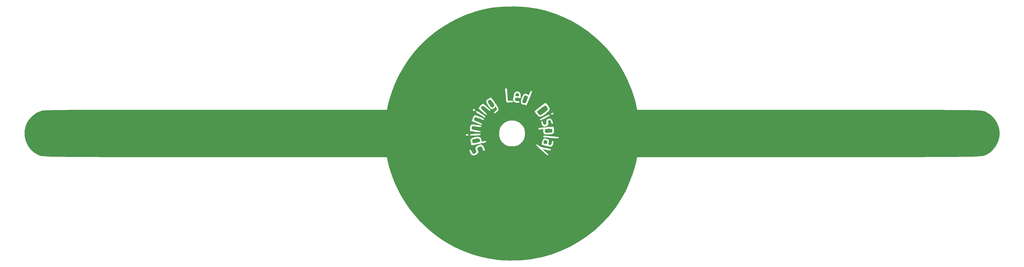
<source format=gbr>
%TF.GenerationSoftware,Flux,Pcbnew,7.0.11-7.0.11~ubuntu20.04.1*%
%TF.CreationDate,2024-08-27T08:57:38+00:00*%
%TF.ProjectId,input,696e7075-742e-46b6-9963-61645f706362,rev?*%
%TF.SameCoordinates,Original*%
%TF.FileFunction,Legend,Top*%
%TF.FilePolarity,Positive*%
%FSLAX46Y46*%
G04 Gerber Fmt 4.6, Leading zero omitted, Abs format (unit mm)*
G04 Filename: spinningleddisplay*
G04 Build it with Flux! Visit our site at: https://www.flux.ai (PCBNEW 7.0.11-7.0.11~ubuntu20.04.1) date 2024-08-27 08:57:38*
%MOMM*%
%LPD*%
G01*
G04 APERTURE LIST*
%ADD10C,0.095000*%
%ADD11C,0.120650*%
%ADD12C,0.074803*%
%ADD13C,0.120000*%
%ADD14C,0.100000*%
%ADD15C,0.050000*%
%ADD16C,0.200000*%
%ADD17C,0.127000*%
G04 APERTURE END LIST*
D10*
X130736724Y-8142513D02*
X131006098Y-7873139D01*
X131006098Y-7873139D02*
X130763661Y-7576828D01*
X130763661Y-7576828D02*
X130763661Y-7630703D01*
X130763661Y-7630703D02*
X130736724Y-7711515D01*
X130736724Y-7711515D02*
X130602037Y-7846202D01*
X130602037Y-7846202D02*
X130521225Y-7873139D01*
X130521225Y-7873139D02*
X130467350Y-7873139D01*
X130467350Y-7873139D02*
X130386538Y-7846202D01*
X130386538Y-7846202D02*
X130251851Y-7711515D01*
X130251851Y-7711515D02*
X130224913Y-7630703D01*
X130224913Y-7630703D02*
X130224913Y-7576828D01*
X130224913Y-7576828D02*
X130251851Y-7496016D01*
X130251851Y-7496016D02*
X130386538Y-7361329D01*
X130386538Y-7361329D02*
X130467350Y-7334391D01*
X130467350Y-7334391D02*
X130521225Y-7334391D01*
X130359600Y-8519637D02*
X130305725Y-8573512D01*
X130305725Y-8573512D02*
X130224913Y-8600449D01*
X130224913Y-8600449D02*
X130171038Y-8600449D01*
X130171038Y-8600449D02*
X130090226Y-8573512D01*
X130090226Y-8573512D02*
X129955539Y-8492700D01*
X129955539Y-8492700D02*
X129820852Y-8358013D01*
X129820852Y-8358013D02*
X129740040Y-8223326D01*
X129740040Y-8223326D02*
X129713103Y-8142514D01*
X129713103Y-8142514D02*
X129713103Y-8088639D01*
X129713103Y-8088639D02*
X129740040Y-8007827D01*
X129740040Y-8007827D02*
X129793915Y-7953952D01*
X129793915Y-7953952D02*
X129874727Y-7927014D01*
X129874727Y-7927014D02*
X129928602Y-7927014D01*
X129928602Y-7927014D02*
X130009414Y-7953952D01*
X130009414Y-7953952D02*
X130144101Y-8034764D01*
X130144101Y-8034764D02*
X130278788Y-8169451D01*
X130278788Y-8169451D02*
X130359600Y-8304138D01*
X130359600Y-8304138D02*
X130386538Y-8384950D01*
X130386538Y-8384950D02*
X130386538Y-8438825D01*
X130386538Y-8438825D02*
X130359600Y-8519637D01*
X129820852Y-9058385D02*
X129766977Y-9112260D01*
X129766977Y-9112260D02*
X129686165Y-9139198D01*
X129686165Y-9139198D02*
X129632290Y-9139198D01*
X129632290Y-9139198D02*
X129551478Y-9112260D01*
X129551478Y-9112260D02*
X129416791Y-9031448D01*
X129416791Y-9031448D02*
X129282104Y-8896761D01*
X129282104Y-8896761D02*
X129201292Y-8762074D01*
X129201292Y-8762074D02*
X129174354Y-8681262D01*
X129174354Y-8681262D02*
X129174354Y-8627387D01*
X129174354Y-8627387D02*
X129201292Y-8546575D01*
X129201292Y-8546575D02*
X129255167Y-8492700D01*
X129255167Y-8492700D02*
X129335979Y-8465762D01*
X129335979Y-8465762D02*
X129389854Y-8465762D01*
X129389854Y-8465762D02*
X129470666Y-8492700D01*
X129470666Y-8492700D02*
X129605353Y-8573512D01*
X129605353Y-8573512D02*
X129740040Y-8708199D01*
X129740040Y-8708199D02*
X129820852Y-8842886D01*
X129820852Y-8842886D02*
X129847789Y-8923698D01*
X129847789Y-8923698D02*
X129847789Y-8977573D01*
X129847789Y-8977573D02*
X129820852Y-9058385D01*
X128851105Y-8896761D02*
X128716418Y-9031448D01*
X128716418Y-9031448D02*
X128824168Y-9139198D01*
X128824168Y-9139198D02*
X128904980Y-9112260D01*
X128904980Y-9112260D02*
X129012730Y-9112260D01*
X129012730Y-9112260D02*
X129120479Y-9166135D01*
X129120479Y-9166135D02*
X129255166Y-9300822D01*
X129255166Y-9300822D02*
X129309041Y-9408572D01*
X129309041Y-9408572D02*
X129309041Y-9516321D01*
X129309041Y-9516321D02*
X129255166Y-9624071D01*
X129255166Y-9624071D02*
X129147417Y-9731821D01*
X129147417Y-9731821D02*
X129039667Y-9785695D01*
X129039667Y-9785695D02*
X128931918Y-9785695D01*
X128931918Y-9785695D02*
X128824168Y-9731821D01*
X128824168Y-9731821D02*
X128689481Y-9597134D01*
X128689481Y-9597134D02*
X128635606Y-9489384D01*
X128635606Y-9489384D02*
X128635606Y-9381634D01*
X128635606Y-9381634D02*
X128662544Y-9300822D01*
X128662544Y-9300822D02*
X128554794Y-9193072D01*
X128554794Y-9193072D02*
X128420107Y-9327760D01*
X131829718Y-9962799D02*
X132287654Y-10043611D01*
X132152967Y-9639550D02*
X132718652Y-10205235D01*
X132718652Y-10205235D02*
X132503153Y-10420734D01*
X132503153Y-10420734D02*
X132422341Y-10447672D01*
X132422341Y-10447672D02*
X132368466Y-10447672D01*
X132368466Y-10447672D02*
X132287654Y-10420734D01*
X132287654Y-10420734D02*
X132206841Y-10339922D01*
X132206841Y-10339922D02*
X132179904Y-10259110D01*
X132179904Y-10259110D02*
X132179904Y-10205235D01*
X132179904Y-10205235D02*
X132206841Y-10124423D01*
X132206841Y-10124423D02*
X132422341Y-9908924D01*
X131910530Y-11013357D02*
X132018280Y-10905608D01*
X132018280Y-10905608D02*
X132045217Y-10824796D01*
X132045217Y-10824796D02*
X132045217Y-10770921D01*
X132045217Y-10770921D02*
X132018280Y-10636234D01*
X132018280Y-10636234D02*
X131937467Y-10501547D01*
X131937467Y-10501547D02*
X131721968Y-10286047D01*
X131721968Y-10286047D02*
X131641156Y-10259110D01*
X131641156Y-10259110D02*
X131587281Y-10259110D01*
X131587281Y-10259110D02*
X131506469Y-10286047D01*
X131506469Y-10286047D02*
X131398719Y-10393797D01*
X131398719Y-10393797D02*
X131371782Y-10474609D01*
X131371782Y-10474609D02*
X131371782Y-10528484D01*
X131371782Y-10528484D02*
X131398719Y-10609296D01*
X131398719Y-10609296D02*
X131533406Y-10743983D01*
X131533406Y-10743983D02*
X131614219Y-10770921D01*
X131614219Y-10770921D02*
X131668093Y-10770921D01*
X131668093Y-10770921D02*
X131748906Y-10743983D01*
X131748906Y-10743983D02*
X131856655Y-10636234D01*
X131856655Y-10636234D02*
X131883593Y-10555421D01*
X131883593Y-10555421D02*
X131883593Y-10501547D01*
X131883593Y-10501547D02*
X131856655Y-10420734D01*
X131506469Y-11417419D02*
X131452594Y-11471293D01*
X131452594Y-11471293D02*
X131371782Y-11498231D01*
X131371782Y-11498231D02*
X131317907Y-11498231D01*
X131317907Y-11498231D02*
X131237095Y-11471293D01*
X131237095Y-11471293D02*
X131102408Y-11390481D01*
X131102408Y-11390481D02*
X130967721Y-11255794D01*
X130967721Y-11255794D02*
X130886909Y-11121107D01*
X130886909Y-11121107D02*
X130859971Y-11040295D01*
X130859971Y-11040295D02*
X130859971Y-10986420D01*
X130859971Y-10986420D02*
X130886909Y-10905608D01*
X130886909Y-10905608D02*
X130940783Y-10851733D01*
X130940783Y-10851733D02*
X131021596Y-10824796D01*
X131021596Y-10824796D02*
X131075470Y-10824796D01*
X131075470Y-10824796D02*
X131156283Y-10851733D01*
X131156283Y-10851733D02*
X131290970Y-10932545D01*
X131290970Y-10932545D02*
X131425657Y-11067232D01*
X131425657Y-11067232D02*
X131506469Y-11201919D01*
X131506469Y-11201919D02*
X131533406Y-11282731D01*
X131533406Y-11282731D02*
X131533406Y-11336606D01*
X131533406Y-11336606D02*
X131506469Y-11417419D01*
X132575061Y-12644171D02*
X132305687Y-12913545D01*
X132305687Y-12913545D02*
X131740002Y-12347860D01*
X132467312Y-12159298D02*
X132655874Y-11970736D01*
X133032997Y-12186235D02*
X132763623Y-12455609D01*
X132763623Y-12455609D02*
X132197938Y-11889924D01*
X132197938Y-11889924D02*
X132467312Y-11620550D01*
X133275434Y-11943798D02*
X132709749Y-11378113D01*
X132709749Y-11378113D02*
X132844436Y-11243426D01*
X132844436Y-11243426D02*
X132952185Y-11189551D01*
X132952185Y-11189551D02*
X133059935Y-11189551D01*
X133059935Y-11189551D02*
X133140747Y-11216489D01*
X133140747Y-11216489D02*
X133275434Y-11297301D01*
X133275434Y-11297301D02*
X133356246Y-11378113D01*
X133356246Y-11378113D02*
X133437058Y-11512800D01*
X133437058Y-11512800D02*
X133463996Y-11593612D01*
X133463996Y-11593612D02*
X133463996Y-11701362D01*
X133463996Y-11701362D02*
X133410121Y-11809111D01*
X133410121Y-11809111D02*
X133275434Y-11943798D01*
X133544808Y-10543054D02*
X133275434Y-10812428D01*
X133275434Y-10812428D02*
X133517871Y-11108739D01*
X133517871Y-11108739D02*
X133517871Y-11054864D01*
X133517871Y-11054864D02*
X133544808Y-10974052D01*
X133544808Y-10974052D02*
X133679495Y-10839365D01*
X133679495Y-10839365D02*
X133760307Y-10812428D01*
X133760307Y-10812428D02*
X133814182Y-10812428D01*
X133814182Y-10812428D02*
X133894994Y-10839365D01*
X133894994Y-10839365D02*
X134029681Y-10974052D01*
X134029681Y-10974052D02*
X134056619Y-11054864D01*
X134056619Y-11054864D02*
X134056619Y-11108739D01*
X134056619Y-11108739D02*
X134029681Y-11189551D01*
X134029681Y-11189551D02*
X133894994Y-11324238D01*
X133894994Y-11324238D02*
X133814182Y-11351176D01*
X133814182Y-11351176D02*
X133760307Y-11351176D01*
X133760307Y-10327554D02*
X134110494Y-9977368D01*
X134110494Y-9977368D02*
X134137431Y-10381429D01*
X134137431Y-10381429D02*
X134218243Y-10300617D01*
X134218243Y-10300617D02*
X134299055Y-10273679D01*
X134299055Y-10273679D02*
X134352930Y-10273679D01*
X134352930Y-10273679D02*
X134433742Y-10300617D01*
X134433742Y-10300617D02*
X134568429Y-10435304D01*
X134568429Y-10435304D02*
X134595367Y-10516116D01*
X134595367Y-10516116D02*
X134595367Y-10569991D01*
X134595367Y-10569991D02*
X134568429Y-10650803D01*
X134568429Y-10650803D02*
X134406805Y-10812427D01*
X134406805Y-10812427D02*
X134325993Y-10839365D01*
X134325993Y-10839365D02*
X134272118Y-10839365D01*
X-157377767Y-2194265D02*
X-157647141Y-1924891D01*
X-157647141Y-1924891D02*
X-157081456Y-1359206D01*
X-156892894Y-2086516D02*
X-156704332Y-2275078D01*
X-156919831Y-2652201D02*
X-157189205Y-2382827D01*
X-157189205Y-2382827D02*
X-156623520Y-1817142D01*
X-156623520Y-1817142D02*
X-156354146Y-2086516D01*
X-156677394Y-2894638D02*
X-156111709Y-2328953D01*
X-156111709Y-2328953D02*
X-155977022Y-2463640D01*
X-155977022Y-2463640D02*
X-155923147Y-2571389D01*
X-155923147Y-2571389D02*
X-155923147Y-2679139D01*
X-155923147Y-2679139D02*
X-155950085Y-2759951D01*
X-155950085Y-2759951D02*
X-156030897Y-2894638D01*
X-156030897Y-2894638D02*
X-156111709Y-2975450D01*
X-156111709Y-2975450D02*
X-156246396Y-3056262D01*
X-156246396Y-3056262D02*
X-156327208Y-3083200D01*
X-156327208Y-3083200D02*
X-156434958Y-3083200D01*
X-156434958Y-3083200D02*
X-156542707Y-3029325D01*
X-156542707Y-3029325D02*
X-156677394Y-2894638D01*
X-155626836Y-2921575D02*
X-155572961Y-2921575D01*
X-155572961Y-2921575D02*
X-155492149Y-2948513D01*
X-155492149Y-2948513D02*
X-155357462Y-3083200D01*
X-155357462Y-3083200D02*
X-155330524Y-3164012D01*
X-155330524Y-3164012D02*
X-155330524Y-3217887D01*
X-155330524Y-3217887D02*
X-155357462Y-3298699D01*
X-155357462Y-3298699D02*
X-155411337Y-3352574D01*
X-155411337Y-3352574D02*
X-155519086Y-3406449D01*
X-155519086Y-3406449D02*
X-156165584Y-3406449D01*
X-156165584Y-3406449D02*
X-155815398Y-3756635D01*
X-155546023Y-4026009D02*
X-155438274Y-4133759D01*
X-155438274Y-4133759D02*
X-155357462Y-4160696D01*
X-155357462Y-4160696D02*
X-155303587Y-4160696D01*
X-155303587Y-4160696D02*
X-155168900Y-4133759D01*
X-155168900Y-4133759D02*
X-155034213Y-4052946D01*
X-155034213Y-4052946D02*
X-154818714Y-3837447D01*
X-154818714Y-3837447D02*
X-154791776Y-3756635D01*
X-154791776Y-3756635D02*
X-154791776Y-3702760D01*
X-154791776Y-3702760D02*
X-154818714Y-3621948D01*
X-154818714Y-3621948D02*
X-154926463Y-3514198D01*
X-154926463Y-3514198D02*
X-155007275Y-3487261D01*
X-155007275Y-3487261D02*
X-155061150Y-3487261D01*
X-155061150Y-3487261D02*
X-155141962Y-3514198D01*
X-155141962Y-3514198D02*
X-155276649Y-3648885D01*
X-155276649Y-3648885D02*
X-155303587Y-3729698D01*
X-155303587Y-3729698D02*
X-155303587Y-3783572D01*
X-155303587Y-3783572D02*
X-155276649Y-3864385D01*
X-155276649Y-3864385D02*
X-155168900Y-3972134D01*
X-155168900Y-3972134D02*
X-155088088Y-3999072D01*
X-155088088Y-3999072D02*
X-155034213Y-3999072D01*
X-155034213Y-3999072D02*
X-154953401Y-3972134D01*
X162334524Y-8142513D02*
X162603898Y-7873139D01*
X162603898Y-7873139D02*
X162361461Y-7576828D01*
X162361461Y-7576828D02*
X162361461Y-7630703D01*
X162361461Y-7630703D02*
X162334524Y-7711515D01*
X162334524Y-7711515D02*
X162199837Y-7846202D01*
X162199837Y-7846202D02*
X162119025Y-7873139D01*
X162119025Y-7873139D02*
X162065150Y-7873139D01*
X162065150Y-7873139D02*
X161984338Y-7846202D01*
X161984338Y-7846202D02*
X161849651Y-7711515D01*
X161849651Y-7711515D02*
X161822713Y-7630703D01*
X161822713Y-7630703D02*
X161822713Y-7576828D01*
X161822713Y-7576828D02*
X161849651Y-7496016D01*
X161849651Y-7496016D02*
X161984338Y-7361329D01*
X161984338Y-7361329D02*
X162065150Y-7334391D01*
X162065150Y-7334391D02*
X162119025Y-7334391D01*
X161957400Y-8519637D02*
X161903525Y-8573512D01*
X161903525Y-8573512D02*
X161822713Y-8600449D01*
X161822713Y-8600449D02*
X161768838Y-8600449D01*
X161768838Y-8600449D02*
X161688026Y-8573512D01*
X161688026Y-8573512D02*
X161553339Y-8492700D01*
X161553339Y-8492700D02*
X161418652Y-8358013D01*
X161418652Y-8358013D02*
X161337840Y-8223326D01*
X161337840Y-8223326D02*
X161310903Y-8142514D01*
X161310903Y-8142514D02*
X161310903Y-8088639D01*
X161310903Y-8088639D02*
X161337840Y-8007827D01*
X161337840Y-8007827D02*
X161391715Y-7953952D01*
X161391715Y-7953952D02*
X161472527Y-7927014D01*
X161472527Y-7927014D02*
X161526402Y-7927014D01*
X161526402Y-7927014D02*
X161607214Y-7953952D01*
X161607214Y-7953952D02*
X161741901Y-8034764D01*
X161741901Y-8034764D02*
X161876588Y-8169451D01*
X161876588Y-8169451D02*
X161957400Y-8304138D01*
X161957400Y-8304138D02*
X161984338Y-8384950D01*
X161984338Y-8384950D02*
X161984338Y-8438825D01*
X161984338Y-8438825D02*
X161957400Y-8519637D01*
X161418652Y-9058385D02*
X161364777Y-9112260D01*
X161364777Y-9112260D02*
X161283965Y-9139198D01*
X161283965Y-9139198D02*
X161230090Y-9139198D01*
X161230090Y-9139198D02*
X161149278Y-9112260D01*
X161149278Y-9112260D02*
X161014591Y-9031448D01*
X161014591Y-9031448D02*
X160879904Y-8896761D01*
X160879904Y-8896761D02*
X160799092Y-8762074D01*
X160799092Y-8762074D02*
X160772154Y-8681262D01*
X160772154Y-8681262D02*
X160772154Y-8627387D01*
X160772154Y-8627387D02*
X160799092Y-8546575D01*
X160799092Y-8546575D02*
X160852967Y-8492700D01*
X160852967Y-8492700D02*
X160933779Y-8465762D01*
X160933779Y-8465762D02*
X160987654Y-8465762D01*
X160987654Y-8465762D02*
X161068466Y-8492700D01*
X161068466Y-8492700D02*
X161203153Y-8573512D01*
X161203153Y-8573512D02*
X161337840Y-8708199D01*
X161337840Y-8708199D02*
X161418652Y-8842886D01*
X161418652Y-8842886D02*
X161445589Y-8923698D01*
X161445589Y-8923698D02*
X161445589Y-8977573D01*
X161445589Y-8977573D02*
X161418652Y-9058385D01*
X160448905Y-8896761D02*
X160314218Y-9031448D01*
X160314218Y-9031448D02*
X160421968Y-9139198D01*
X160421968Y-9139198D02*
X160502780Y-9112260D01*
X160502780Y-9112260D02*
X160610530Y-9112260D01*
X160610530Y-9112260D02*
X160718279Y-9166135D01*
X160718279Y-9166135D02*
X160852966Y-9300822D01*
X160852966Y-9300822D02*
X160906841Y-9408572D01*
X160906841Y-9408572D02*
X160906841Y-9516321D01*
X160906841Y-9516321D02*
X160852966Y-9624071D01*
X160852966Y-9624071D02*
X160745217Y-9731821D01*
X160745217Y-9731821D02*
X160637467Y-9785695D01*
X160637467Y-9785695D02*
X160529718Y-9785695D01*
X160529718Y-9785695D02*
X160421968Y-9731821D01*
X160421968Y-9731821D02*
X160287281Y-9597134D01*
X160287281Y-9597134D02*
X160233406Y-9489384D01*
X160233406Y-9489384D02*
X160233406Y-9381634D01*
X160233406Y-9381634D02*
X160260344Y-9300822D01*
X160260344Y-9300822D02*
X160152594Y-9193072D01*
X160152594Y-9193072D02*
X160017907Y-9327760D01*
X163427518Y-9962799D02*
X163885454Y-10043611D01*
X163750767Y-9639550D02*
X164316452Y-10205235D01*
X164316452Y-10205235D02*
X164100953Y-10420734D01*
X164100953Y-10420734D02*
X164020141Y-10447672D01*
X164020141Y-10447672D02*
X163966266Y-10447672D01*
X163966266Y-10447672D02*
X163885454Y-10420734D01*
X163885454Y-10420734D02*
X163804641Y-10339922D01*
X163804641Y-10339922D02*
X163777704Y-10259110D01*
X163777704Y-10259110D02*
X163777704Y-10205235D01*
X163777704Y-10205235D02*
X163804641Y-10124423D01*
X163804641Y-10124423D02*
X164020141Y-9908924D01*
X163508330Y-11013357D02*
X163616080Y-10905608D01*
X163616080Y-10905608D02*
X163643017Y-10824796D01*
X163643017Y-10824796D02*
X163643017Y-10770921D01*
X163643017Y-10770921D02*
X163616080Y-10636234D01*
X163616080Y-10636234D02*
X163535267Y-10501547D01*
X163535267Y-10501547D02*
X163319768Y-10286047D01*
X163319768Y-10286047D02*
X163238956Y-10259110D01*
X163238956Y-10259110D02*
X163185081Y-10259110D01*
X163185081Y-10259110D02*
X163104269Y-10286047D01*
X163104269Y-10286047D02*
X162996519Y-10393797D01*
X162996519Y-10393797D02*
X162969582Y-10474609D01*
X162969582Y-10474609D02*
X162969582Y-10528484D01*
X162969582Y-10528484D02*
X162996519Y-10609296D01*
X162996519Y-10609296D02*
X163131206Y-10743983D01*
X163131206Y-10743983D02*
X163212019Y-10770921D01*
X163212019Y-10770921D02*
X163265893Y-10770921D01*
X163265893Y-10770921D02*
X163346706Y-10743983D01*
X163346706Y-10743983D02*
X163454455Y-10636234D01*
X163454455Y-10636234D02*
X163481393Y-10555421D01*
X163481393Y-10555421D02*
X163481393Y-10501547D01*
X163481393Y-10501547D02*
X163454455Y-10420734D01*
X162619396Y-10770921D02*
X162511646Y-10878670D01*
X162511646Y-10878670D02*
X162484709Y-10959483D01*
X162484709Y-10959483D02*
X162484709Y-11013357D01*
X162484709Y-11013357D02*
X162511646Y-11148044D01*
X162511646Y-11148044D02*
X162592458Y-11282731D01*
X162592458Y-11282731D02*
X162807957Y-11498231D01*
X162807957Y-11498231D02*
X162888770Y-11525168D01*
X162888770Y-11525168D02*
X162942644Y-11525168D01*
X162942644Y-11525168D02*
X163023457Y-11498231D01*
X163023457Y-11498231D02*
X163131206Y-11390481D01*
X163131206Y-11390481D02*
X163158144Y-11309669D01*
X163158144Y-11309669D02*
X163158144Y-11255794D01*
X163158144Y-11255794D02*
X163131206Y-11174982D01*
X163131206Y-11174982D02*
X162996519Y-11040295D01*
X162996519Y-11040295D02*
X162915707Y-11013357D01*
X162915707Y-11013357D02*
X162861832Y-11013357D01*
X162861832Y-11013357D02*
X162781020Y-11040295D01*
X162781020Y-11040295D02*
X162673270Y-11148044D01*
X162673270Y-11148044D02*
X162646333Y-11228857D01*
X162646333Y-11228857D02*
X162646333Y-11282731D01*
X162646333Y-11282731D02*
X162673270Y-11363544D01*
X169111324Y-8142513D02*
X169380698Y-7873139D01*
X169380698Y-7873139D02*
X169138261Y-7576828D01*
X169138261Y-7576828D02*
X169138261Y-7630703D01*
X169138261Y-7630703D02*
X169111324Y-7711515D01*
X169111324Y-7711515D02*
X168976637Y-7846202D01*
X168976637Y-7846202D02*
X168895825Y-7873139D01*
X168895825Y-7873139D02*
X168841950Y-7873139D01*
X168841950Y-7873139D02*
X168761138Y-7846202D01*
X168761138Y-7846202D02*
X168626451Y-7711515D01*
X168626451Y-7711515D02*
X168599513Y-7630703D01*
X168599513Y-7630703D02*
X168599513Y-7576828D01*
X168599513Y-7576828D02*
X168626451Y-7496016D01*
X168626451Y-7496016D02*
X168761138Y-7361329D01*
X168761138Y-7361329D02*
X168841950Y-7334391D01*
X168841950Y-7334391D02*
X168895825Y-7334391D01*
X168734200Y-8519637D02*
X168680325Y-8573512D01*
X168680325Y-8573512D02*
X168599513Y-8600449D01*
X168599513Y-8600449D02*
X168545638Y-8600449D01*
X168545638Y-8600449D02*
X168464826Y-8573512D01*
X168464826Y-8573512D02*
X168330139Y-8492700D01*
X168330139Y-8492700D02*
X168195452Y-8358013D01*
X168195452Y-8358013D02*
X168114640Y-8223326D01*
X168114640Y-8223326D02*
X168087703Y-8142514D01*
X168087703Y-8142514D02*
X168087703Y-8088639D01*
X168087703Y-8088639D02*
X168114640Y-8007827D01*
X168114640Y-8007827D02*
X168168515Y-7953952D01*
X168168515Y-7953952D02*
X168249327Y-7927014D01*
X168249327Y-7927014D02*
X168303202Y-7927014D01*
X168303202Y-7927014D02*
X168384014Y-7953952D01*
X168384014Y-7953952D02*
X168518701Y-8034764D01*
X168518701Y-8034764D02*
X168653388Y-8169451D01*
X168653388Y-8169451D02*
X168734200Y-8304138D01*
X168734200Y-8304138D02*
X168761138Y-8384950D01*
X168761138Y-8384950D02*
X168761138Y-8438825D01*
X168761138Y-8438825D02*
X168734200Y-8519637D01*
X168195452Y-9058385D02*
X168141577Y-9112260D01*
X168141577Y-9112260D02*
X168060765Y-9139198D01*
X168060765Y-9139198D02*
X168006890Y-9139198D01*
X168006890Y-9139198D02*
X167926078Y-9112260D01*
X167926078Y-9112260D02*
X167791391Y-9031448D01*
X167791391Y-9031448D02*
X167656704Y-8896761D01*
X167656704Y-8896761D02*
X167575892Y-8762074D01*
X167575892Y-8762074D02*
X167548954Y-8681262D01*
X167548954Y-8681262D02*
X167548954Y-8627387D01*
X167548954Y-8627387D02*
X167575892Y-8546575D01*
X167575892Y-8546575D02*
X167629767Y-8492700D01*
X167629767Y-8492700D02*
X167710579Y-8465762D01*
X167710579Y-8465762D02*
X167764454Y-8465762D01*
X167764454Y-8465762D02*
X167845266Y-8492700D01*
X167845266Y-8492700D02*
X167979953Y-8573512D01*
X167979953Y-8573512D02*
X168114640Y-8708199D01*
X168114640Y-8708199D02*
X168195452Y-8842886D01*
X168195452Y-8842886D02*
X168222389Y-8923698D01*
X168222389Y-8923698D02*
X168222389Y-8977573D01*
X168222389Y-8977573D02*
X168195452Y-9058385D01*
X167225705Y-8896761D02*
X167091018Y-9031448D01*
X167091018Y-9031448D02*
X167198768Y-9139198D01*
X167198768Y-9139198D02*
X167279580Y-9112260D01*
X167279580Y-9112260D02*
X167387330Y-9112260D01*
X167387330Y-9112260D02*
X167495079Y-9166135D01*
X167495079Y-9166135D02*
X167629766Y-9300822D01*
X167629766Y-9300822D02*
X167683641Y-9408572D01*
X167683641Y-9408572D02*
X167683641Y-9516321D01*
X167683641Y-9516321D02*
X167629766Y-9624071D01*
X167629766Y-9624071D02*
X167522017Y-9731821D01*
X167522017Y-9731821D02*
X167414267Y-9785695D01*
X167414267Y-9785695D02*
X167306518Y-9785695D01*
X167306518Y-9785695D02*
X167198768Y-9731821D01*
X167198768Y-9731821D02*
X167064081Y-9597134D01*
X167064081Y-9597134D02*
X167010206Y-9489384D01*
X167010206Y-9489384D02*
X167010206Y-9381634D01*
X167010206Y-9381634D02*
X167037144Y-9300822D01*
X167037144Y-9300822D02*
X166929394Y-9193072D01*
X166929394Y-9193072D02*
X166794707Y-9327760D01*
X170204318Y-9962799D02*
X170662254Y-10043611D01*
X170527567Y-9639550D02*
X171093252Y-10205235D01*
X171093252Y-10205235D02*
X170877753Y-10420734D01*
X170877753Y-10420734D02*
X170796941Y-10447672D01*
X170796941Y-10447672D02*
X170743066Y-10447672D01*
X170743066Y-10447672D02*
X170662254Y-10420734D01*
X170662254Y-10420734D02*
X170581441Y-10339922D01*
X170581441Y-10339922D02*
X170554504Y-10259110D01*
X170554504Y-10259110D02*
X170554504Y-10205235D01*
X170554504Y-10205235D02*
X170581441Y-10124423D01*
X170581441Y-10124423D02*
X170796941Y-9908924D01*
X170581441Y-10717046D02*
X170204318Y-11094170D01*
X170204318Y-11094170D02*
X169881069Y-10286047D01*
X169126822Y-11040295D02*
X169450070Y-10717046D01*
X169288446Y-10878670D02*
X169854131Y-11444356D01*
X169854131Y-11444356D02*
X169827194Y-11309669D01*
X169827194Y-11309669D02*
X169827194Y-11201919D01*
X169827194Y-11201919D02*
X169854131Y-11121107D01*
D11*
X-118771546Y-11912897D02*
X-119594023Y-11912897D01*
X-119594023Y-11912897D02*
X-119690785Y-11961278D01*
X-119690785Y-11961278D02*
X-119739166Y-12009659D01*
X-119739166Y-12009659D02*
X-119787546Y-12106421D01*
X-119787546Y-12106421D02*
X-119787546Y-12299945D01*
X-119787546Y-12299945D02*
X-119739166Y-12396707D01*
X-119739166Y-12396707D02*
X-119690785Y-12445088D01*
X-119690785Y-12445088D02*
X-119594023Y-12493469D01*
X-119594023Y-12493469D02*
X-118771546Y-12493469D01*
X-118771546Y-12880516D02*
X-118771546Y-13557850D01*
X-118771546Y-13557850D02*
X-119787546Y-13122421D01*
X-126988351Y-6239505D02*
X-125972351Y-6239505D01*
X-126891590Y-7303887D02*
X-126939971Y-7255506D01*
X-126939971Y-7255506D02*
X-126988351Y-7110363D01*
X-126988351Y-7110363D02*
X-126988351Y-7013601D01*
X-126988351Y-7013601D02*
X-126939971Y-6868458D01*
X-126939971Y-6868458D02*
X-126843209Y-6771696D01*
X-126843209Y-6771696D02*
X-126746447Y-6723315D01*
X-126746447Y-6723315D02*
X-126552923Y-6674934D01*
X-126552923Y-6674934D02*
X-126407780Y-6674934D01*
X-126407780Y-6674934D02*
X-126214256Y-6723315D01*
X-126214256Y-6723315D02*
X-126117494Y-6771696D01*
X-126117494Y-6771696D02*
X-126020732Y-6868458D01*
X-126020732Y-6868458D02*
X-125972351Y-7013601D01*
X-125972351Y-7013601D02*
X-125972351Y-7110363D01*
X-125972351Y-7110363D02*
X-126020732Y-7255506D01*
X-126020732Y-7255506D02*
X-126069113Y-7303887D01*
X-125972351Y-7884458D02*
X-126214256Y-7884458D01*
X-126117494Y-7642553D02*
X-126214256Y-7884458D01*
X-126214256Y-7884458D02*
X-126117494Y-8126363D01*
X-126407780Y-7739315D02*
X-126214256Y-7884458D01*
X-126214256Y-7884458D02*
X-126407780Y-8029601D01*
X-125972351Y-8658553D02*
X-126214256Y-8658553D01*
X-126117494Y-8416648D02*
X-126214256Y-8658553D01*
X-126214256Y-8658553D02*
X-126117494Y-8900458D01*
X-126407780Y-8513410D02*
X-126214256Y-8658553D01*
X-126214256Y-8658553D02*
X-126407780Y-8803696D01*
D10*
X79439424Y-8142513D02*
X79708798Y-7873139D01*
X79708798Y-7873139D02*
X79466361Y-7576828D01*
X79466361Y-7576828D02*
X79466361Y-7630703D01*
X79466361Y-7630703D02*
X79439424Y-7711515D01*
X79439424Y-7711515D02*
X79304737Y-7846202D01*
X79304737Y-7846202D02*
X79223925Y-7873139D01*
X79223925Y-7873139D02*
X79170050Y-7873139D01*
X79170050Y-7873139D02*
X79089238Y-7846202D01*
X79089238Y-7846202D02*
X78954551Y-7711515D01*
X78954551Y-7711515D02*
X78927613Y-7630703D01*
X78927613Y-7630703D02*
X78927613Y-7576828D01*
X78927613Y-7576828D02*
X78954551Y-7496016D01*
X78954551Y-7496016D02*
X79089238Y-7361329D01*
X79089238Y-7361329D02*
X79170050Y-7334391D01*
X79170050Y-7334391D02*
X79223925Y-7334391D01*
X79062300Y-8519637D02*
X79008425Y-8573512D01*
X79008425Y-8573512D02*
X78927613Y-8600449D01*
X78927613Y-8600449D02*
X78873738Y-8600449D01*
X78873738Y-8600449D02*
X78792926Y-8573512D01*
X78792926Y-8573512D02*
X78658239Y-8492700D01*
X78658239Y-8492700D02*
X78523552Y-8358013D01*
X78523552Y-8358013D02*
X78442740Y-8223326D01*
X78442740Y-8223326D02*
X78415803Y-8142514D01*
X78415803Y-8142514D02*
X78415803Y-8088639D01*
X78415803Y-8088639D02*
X78442740Y-8007827D01*
X78442740Y-8007827D02*
X78496615Y-7953952D01*
X78496615Y-7953952D02*
X78577427Y-7927014D01*
X78577427Y-7927014D02*
X78631302Y-7927014D01*
X78631302Y-7927014D02*
X78712114Y-7953952D01*
X78712114Y-7953952D02*
X78846801Y-8034764D01*
X78846801Y-8034764D02*
X78981488Y-8169451D01*
X78981488Y-8169451D02*
X79062300Y-8304138D01*
X79062300Y-8304138D02*
X79089238Y-8384950D01*
X79089238Y-8384950D02*
X79089238Y-8438825D01*
X79089238Y-8438825D02*
X79062300Y-8519637D01*
X78523552Y-9058385D02*
X78469677Y-9112260D01*
X78469677Y-9112260D02*
X78388865Y-9139198D01*
X78388865Y-9139198D02*
X78334990Y-9139198D01*
X78334990Y-9139198D02*
X78254178Y-9112260D01*
X78254178Y-9112260D02*
X78119491Y-9031448D01*
X78119491Y-9031448D02*
X77984804Y-8896761D01*
X77984804Y-8896761D02*
X77903992Y-8762074D01*
X77903992Y-8762074D02*
X77877054Y-8681262D01*
X77877054Y-8681262D02*
X77877054Y-8627387D01*
X77877054Y-8627387D02*
X77903992Y-8546575D01*
X77903992Y-8546575D02*
X77957867Y-8492700D01*
X77957867Y-8492700D02*
X78038679Y-8465762D01*
X78038679Y-8465762D02*
X78092554Y-8465762D01*
X78092554Y-8465762D02*
X78173366Y-8492700D01*
X78173366Y-8492700D02*
X78308053Y-8573512D01*
X78308053Y-8573512D02*
X78442740Y-8708199D01*
X78442740Y-8708199D02*
X78523552Y-8842886D01*
X78523552Y-8842886D02*
X78550489Y-8923698D01*
X78550489Y-8923698D02*
X78550489Y-8977573D01*
X78550489Y-8977573D02*
X78523552Y-9058385D01*
X77553805Y-8896761D02*
X77419118Y-9031448D01*
X77419118Y-9031448D02*
X77526868Y-9139198D01*
X77526868Y-9139198D02*
X77607680Y-9112260D01*
X77607680Y-9112260D02*
X77715430Y-9112260D01*
X77715430Y-9112260D02*
X77823179Y-9166135D01*
X77823179Y-9166135D02*
X77957866Y-9300822D01*
X77957866Y-9300822D02*
X78011741Y-9408572D01*
X78011741Y-9408572D02*
X78011741Y-9516321D01*
X78011741Y-9516321D02*
X77957866Y-9624071D01*
X77957866Y-9624071D02*
X77850117Y-9731821D01*
X77850117Y-9731821D02*
X77742367Y-9785695D01*
X77742367Y-9785695D02*
X77634618Y-9785695D01*
X77634618Y-9785695D02*
X77526868Y-9731821D01*
X77526868Y-9731821D02*
X77392181Y-9597134D01*
X77392181Y-9597134D02*
X77338306Y-9489384D01*
X77338306Y-9489384D02*
X77338306Y-9381634D01*
X77338306Y-9381634D02*
X77365244Y-9300822D01*
X77365244Y-9300822D02*
X77257494Y-9193072D01*
X77257494Y-9193072D02*
X77122807Y-9327760D01*
X80532418Y-9962799D02*
X80990354Y-10043611D01*
X80855667Y-9639550D02*
X81421352Y-10205235D01*
X81421352Y-10205235D02*
X81205853Y-10420734D01*
X81205853Y-10420734D02*
X81125041Y-10447672D01*
X81125041Y-10447672D02*
X81071166Y-10447672D01*
X81071166Y-10447672D02*
X80990354Y-10420734D01*
X80990354Y-10420734D02*
X80909541Y-10339922D01*
X80909541Y-10339922D02*
X80882604Y-10259110D01*
X80882604Y-10259110D02*
X80882604Y-10205235D01*
X80882604Y-10205235D02*
X80909541Y-10124423D01*
X80909541Y-10124423D02*
X81125041Y-9908924D01*
X80424668Y-10824796D02*
X80047545Y-10447672D01*
X80774854Y-10905608D02*
X80505480Y-10366860D01*
X80505480Y-10366860D02*
X80155294Y-10717046D01*
X80074482Y-11552106D02*
X80182231Y-11444356D01*
X80182231Y-11444356D02*
X80209169Y-11363544D01*
X80209169Y-11363544D02*
X80209169Y-11309669D01*
X80209169Y-11309669D02*
X80182231Y-11174982D01*
X80182231Y-11174982D02*
X80101419Y-11040295D01*
X80101419Y-11040295D02*
X79885920Y-10824796D01*
X79885920Y-10824796D02*
X79805108Y-10797858D01*
X79805108Y-10797858D02*
X79751233Y-10797858D01*
X79751233Y-10797858D02*
X79670421Y-10824796D01*
X79670421Y-10824796D02*
X79562671Y-10932545D01*
X79562671Y-10932545D02*
X79535734Y-11013357D01*
X79535734Y-11013357D02*
X79535734Y-11067232D01*
X79535734Y-11067232D02*
X79562671Y-11148044D01*
X79562671Y-11148044D02*
X79697358Y-11282731D01*
X79697358Y-11282731D02*
X79778170Y-11309669D01*
X79778170Y-11309669D02*
X79832045Y-11309669D01*
X79832045Y-11309669D02*
X79912857Y-11282731D01*
X79912857Y-11282731D02*
X80020607Y-11174982D01*
X80020607Y-11174982D02*
X80047544Y-11094170D01*
X80047544Y-11094170D02*
X80047544Y-11040295D01*
X80047544Y-11040295D02*
X80020607Y-10959483D01*
X-87760167Y-2194265D02*
X-88029541Y-1924891D01*
X-88029541Y-1924891D02*
X-87463856Y-1359206D01*
X-87275294Y-2086516D02*
X-87086732Y-2275078D01*
X-87302231Y-2652201D02*
X-87571605Y-2382827D01*
X-87571605Y-2382827D02*
X-87005920Y-1817142D01*
X-87005920Y-1817142D02*
X-86736546Y-2086516D01*
X-87059794Y-2894638D02*
X-86494109Y-2328953D01*
X-86494109Y-2328953D02*
X-86359422Y-2463640D01*
X-86359422Y-2463640D02*
X-86305547Y-2571389D01*
X-86305547Y-2571389D02*
X-86305547Y-2679139D01*
X-86305547Y-2679139D02*
X-86332485Y-2759951D01*
X-86332485Y-2759951D02*
X-86413297Y-2894638D01*
X-86413297Y-2894638D02*
X-86494109Y-2975450D01*
X-86494109Y-2975450D02*
X-86628796Y-3056262D01*
X-86628796Y-3056262D02*
X-86709608Y-3083200D01*
X-86709608Y-3083200D02*
X-86817358Y-3083200D01*
X-86817358Y-3083200D02*
X-86925107Y-3029325D01*
X-86925107Y-3029325D02*
X-87059794Y-2894638D01*
X-86197798Y-3756635D02*
X-86521046Y-3433386D01*
X-86359422Y-3595011D02*
X-85793737Y-3029325D01*
X-85793737Y-3029325D02*
X-85928424Y-3056262D01*
X-85928424Y-3056262D02*
X-86036173Y-3056262D01*
X-86036173Y-3056262D02*
X-86116985Y-3029325D01*
X-85281926Y-3541136D02*
X-85228051Y-3595011D01*
X-85228051Y-3595011D02*
X-85201114Y-3675823D01*
X-85201114Y-3675823D02*
X-85201114Y-3729698D01*
X-85201114Y-3729698D02*
X-85228051Y-3810510D01*
X-85228051Y-3810510D02*
X-85308863Y-3945197D01*
X-85308863Y-3945197D02*
X-85443550Y-4079884D01*
X-85443550Y-4079884D02*
X-85578237Y-4160696D01*
X-85578237Y-4160696D02*
X-85659049Y-4187633D01*
X-85659049Y-4187633D02*
X-85712924Y-4187633D01*
X-85712924Y-4187633D02*
X-85793736Y-4160696D01*
X-85793736Y-4160696D02*
X-85847611Y-4106821D01*
X-85847611Y-4106821D02*
X-85874549Y-4026009D01*
X-85874549Y-4026009D02*
X-85874549Y-3972134D01*
X-85874549Y-3972134D02*
X-85847611Y-3891322D01*
X-85847611Y-3891322D02*
X-85766799Y-3756635D01*
X-85766799Y-3756635D02*
X-85632112Y-3621948D01*
X-85632112Y-3621948D02*
X-85497425Y-3541136D01*
X-85497425Y-3541136D02*
X-85416613Y-3514198D01*
X-85416613Y-3514198D02*
X-85362738Y-3514198D01*
X-85362738Y-3514198D02*
X-85281926Y-3541136D01*
X114254561Y-12644171D02*
X113985187Y-12913545D01*
X113985187Y-12913545D02*
X113419502Y-12347860D01*
X114146812Y-12159298D02*
X114335374Y-11970736D01*
X114712497Y-12186235D02*
X114443123Y-12455609D01*
X114443123Y-12455609D02*
X113877438Y-11889924D01*
X113877438Y-11889924D02*
X114146812Y-11620550D01*
X114954934Y-11943798D02*
X114389249Y-11378113D01*
X114389249Y-11378113D02*
X114523936Y-11243426D01*
X114523936Y-11243426D02*
X114631685Y-11189551D01*
X114631685Y-11189551D02*
X114739435Y-11189551D01*
X114739435Y-11189551D02*
X114820247Y-11216489D01*
X114820247Y-11216489D02*
X114954934Y-11297301D01*
X114954934Y-11297301D02*
X115035746Y-11378113D01*
X115035746Y-11378113D02*
X115116558Y-11512800D01*
X115116558Y-11512800D02*
X115143496Y-11593612D01*
X115143496Y-11593612D02*
X115143496Y-11701362D01*
X115143496Y-11701362D02*
X115089621Y-11809111D01*
X115089621Y-11809111D02*
X114954934Y-11943798D01*
X115385932Y-10758553D02*
X115763056Y-11135676D01*
X115035746Y-10677741D02*
X115305120Y-11216489D01*
X115305120Y-11216489D02*
X115655307Y-10866302D01*
X115816931Y-10435304D02*
X115736119Y-10462241D01*
X115736119Y-10462241D02*
X115682244Y-10462241D01*
X115682244Y-10462241D02*
X115601432Y-10435304D01*
X115601432Y-10435304D02*
X115574494Y-10408366D01*
X115574494Y-10408366D02*
X115547557Y-10327554D01*
X115547557Y-10327554D02*
X115547557Y-10273679D01*
X115547557Y-10273679D02*
X115574494Y-10192867D01*
X115574494Y-10192867D02*
X115682244Y-10085118D01*
X115682244Y-10085118D02*
X115763056Y-10058180D01*
X115763056Y-10058180D02*
X115816931Y-10058180D01*
X115816931Y-10058180D02*
X115897743Y-10085118D01*
X115897743Y-10085118D02*
X115924681Y-10112055D01*
X115924681Y-10112055D02*
X115951618Y-10192867D01*
X115951618Y-10192867D02*
X115951618Y-10246742D01*
X115951618Y-10246742D02*
X115924681Y-10327554D01*
X115924681Y-10327554D02*
X115816931Y-10435304D01*
X115816931Y-10435304D02*
X115789994Y-10516116D01*
X115789994Y-10516116D02*
X115789994Y-10569991D01*
X115789994Y-10569991D02*
X115816931Y-10650803D01*
X115816931Y-10650803D02*
X115924681Y-10758553D01*
X115924681Y-10758553D02*
X116005493Y-10785490D01*
X116005493Y-10785490D02*
X116059368Y-10785490D01*
X116059368Y-10785490D02*
X116140180Y-10758553D01*
X116140180Y-10758553D02*
X116247929Y-10650803D01*
X116247929Y-10650803D02*
X116274867Y-10569991D01*
X116274867Y-10569991D02*
X116274867Y-10516116D01*
X116274867Y-10516116D02*
X116247929Y-10435304D01*
X116247929Y-10435304D02*
X116140180Y-10327554D01*
X116140180Y-10327554D02*
X116059368Y-10300617D01*
X116059368Y-10300617D02*
X116005493Y-10300617D01*
X116005493Y-10300617D02*
X115924681Y-10327554D01*
X-58944104Y-6767033D02*
X-58674730Y-7036407D01*
X-58674730Y-7036407D02*
X-58378419Y-6793970D01*
X-58378419Y-6793970D02*
X-58432294Y-6793970D01*
X-58432294Y-6793970D02*
X-58513106Y-6767033D01*
X-58513106Y-6767033D02*
X-58647793Y-6632346D01*
X-58647793Y-6632346D02*
X-58674730Y-6551534D01*
X-58674730Y-6551534D02*
X-58674730Y-6497659D01*
X-58674730Y-6497659D02*
X-58647793Y-6416847D01*
X-58647793Y-6416847D02*
X-58513106Y-6282160D01*
X-58513106Y-6282160D02*
X-58432294Y-6255222D01*
X-58432294Y-6255222D02*
X-58378419Y-6255222D01*
X-58378419Y-6255222D02*
X-58297607Y-6282160D01*
X-58297607Y-6282160D02*
X-58162920Y-6416847D01*
X-58162920Y-6416847D02*
X-58135982Y-6497659D01*
X-58135982Y-6497659D02*
X-58135982Y-6551534D01*
X-59321228Y-6389909D02*
X-59375103Y-6336034D01*
X-59375103Y-6336034D02*
X-59402040Y-6255222D01*
X-59402040Y-6255222D02*
X-59402040Y-6201347D01*
X-59402040Y-6201347D02*
X-59375103Y-6120535D01*
X-59375103Y-6120535D02*
X-59294291Y-5985848D01*
X-59294291Y-5985848D02*
X-59159604Y-5851161D01*
X-59159604Y-5851161D02*
X-59024917Y-5770349D01*
X-59024917Y-5770349D02*
X-58944105Y-5743412D01*
X-58944105Y-5743412D02*
X-58890230Y-5743412D01*
X-58890230Y-5743412D02*
X-58809418Y-5770349D01*
X-58809418Y-5770349D02*
X-58755543Y-5824224D01*
X-58755543Y-5824224D02*
X-58728605Y-5905036D01*
X-58728605Y-5905036D02*
X-58728605Y-5958911D01*
X-58728605Y-5958911D02*
X-58755543Y-6039723D01*
X-58755543Y-6039723D02*
X-58836355Y-6174410D01*
X-58836355Y-6174410D02*
X-58971042Y-6309097D01*
X-58971042Y-6309097D02*
X-59105729Y-6389909D01*
X-59105729Y-6389909D02*
X-59186541Y-6416847D01*
X-59186541Y-6416847D02*
X-59240416Y-6416847D01*
X-59240416Y-6416847D02*
X-59321228Y-6389909D01*
X-59859976Y-5851161D02*
X-59913851Y-5797286D01*
X-59913851Y-5797286D02*
X-59940789Y-5716474D01*
X-59940789Y-5716474D02*
X-59940789Y-5662599D01*
X-59940789Y-5662599D02*
X-59913851Y-5581787D01*
X-59913851Y-5581787D02*
X-59833039Y-5447100D01*
X-59833039Y-5447100D02*
X-59698352Y-5312413D01*
X-59698352Y-5312413D02*
X-59563665Y-5231601D01*
X-59563665Y-5231601D02*
X-59482853Y-5204663D01*
X-59482853Y-5204663D02*
X-59428978Y-5204663D01*
X-59428978Y-5204663D02*
X-59348166Y-5231601D01*
X-59348166Y-5231601D02*
X-59294291Y-5285476D01*
X-59294291Y-5285476D02*
X-59267353Y-5366288D01*
X-59267353Y-5366288D02*
X-59267353Y-5420163D01*
X-59267353Y-5420163D02*
X-59294291Y-5500975D01*
X-59294291Y-5500975D02*
X-59375103Y-5635662D01*
X-59375103Y-5635662D02*
X-59509790Y-5770349D01*
X-59509790Y-5770349D02*
X-59644477Y-5851161D01*
X-59644477Y-5851161D02*
X-59725289Y-5878098D01*
X-59725289Y-5878098D02*
X-59779164Y-5878098D01*
X-59779164Y-5878098D02*
X-59859976Y-5851161D01*
X-59698352Y-4881414D02*
X-59833039Y-4746727D01*
X-59833039Y-4746727D02*
X-59940789Y-4854477D01*
X-59940789Y-4854477D02*
X-59913851Y-4935289D01*
X-59913851Y-4935289D02*
X-59913851Y-5043039D01*
X-59913851Y-5043039D02*
X-59967726Y-5150788D01*
X-59967726Y-5150788D02*
X-60102413Y-5285475D01*
X-60102413Y-5285475D02*
X-60210163Y-5339350D01*
X-60210163Y-5339350D02*
X-60317912Y-5339350D01*
X-60317912Y-5339350D02*
X-60425662Y-5285475D01*
X-60425662Y-5285475D02*
X-60533412Y-5177726D01*
X-60533412Y-5177726D02*
X-60587286Y-5069976D01*
X-60587286Y-5069976D02*
X-60587286Y-4962227D01*
X-60587286Y-4962227D02*
X-60533412Y-4854477D01*
X-60533412Y-4854477D02*
X-60398725Y-4719790D01*
X-60398725Y-4719790D02*
X-60290975Y-4665915D01*
X-60290975Y-4665915D02*
X-60183225Y-4665915D01*
X-60183225Y-4665915D02*
X-60102413Y-4692853D01*
X-60102413Y-4692853D02*
X-59994663Y-4585103D01*
X-59994663Y-4585103D02*
X-60129351Y-4450416D01*
X-60764408Y-7860009D02*
X-60845220Y-8317945D01*
X-60441159Y-8183258D02*
X-61006844Y-8748943D01*
X-61006844Y-8748943D02*
X-61222343Y-8533444D01*
X-61222343Y-8533444D02*
X-61249281Y-8452632D01*
X-61249281Y-8452632D02*
X-61249281Y-8398757D01*
X-61249281Y-8398757D02*
X-61222343Y-8317945D01*
X-61222343Y-8317945D02*
X-61141531Y-8237132D01*
X-61141531Y-8237132D02*
X-61060719Y-8210195D01*
X-61060719Y-8210195D02*
X-61006844Y-8210195D01*
X-61006844Y-8210195D02*
X-60926032Y-8237132D01*
X-60926032Y-8237132D02*
X-60710533Y-8452632D01*
X-61303156Y-7321261D02*
X-60979907Y-7644510D01*
X-61141531Y-7482885D02*
X-61707217Y-8048571D01*
X-61707217Y-8048571D02*
X-61572530Y-8021633D01*
X-61572530Y-8021633D02*
X-61464780Y-8021633D01*
X-61464780Y-8021633D02*
X-61383968Y-8048571D01*
X-62219028Y-7536760D02*
X-62272902Y-7482885D01*
X-62272902Y-7482885D02*
X-62299840Y-7402073D01*
X-62299840Y-7402073D02*
X-62299840Y-7348198D01*
X-62299840Y-7348198D02*
X-62272902Y-7267386D01*
X-62272902Y-7267386D02*
X-62192090Y-7132699D01*
X-62192090Y-7132699D02*
X-62057403Y-6998012D01*
X-62057403Y-6998012D02*
X-61922716Y-6917200D01*
X-61922716Y-6917200D02*
X-61841904Y-6890262D01*
X-61841904Y-6890262D02*
X-61788029Y-6890262D01*
X-61788029Y-6890262D02*
X-61707217Y-6917200D01*
X-61707217Y-6917200D02*
X-61653342Y-6971074D01*
X-61653342Y-6971074D02*
X-61626405Y-7051887D01*
X-61626405Y-7051887D02*
X-61626405Y-7105761D01*
X-61626405Y-7105761D02*
X-61653342Y-7186574D01*
X-61653342Y-7186574D02*
X-61734154Y-7321261D01*
X-61734154Y-7321261D02*
X-61868841Y-7455948D01*
X-61868841Y-7455948D02*
X-62003528Y-7536760D01*
X-62003528Y-7536760D02*
X-62084340Y-7563697D01*
X-62084340Y-7563697D02*
X-62138215Y-7563697D01*
X-62138215Y-7563697D02*
X-62219028Y-7536760D01*
X160508861Y-12644171D02*
X160239487Y-12913545D01*
X160239487Y-12913545D02*
X159673802Y-12347860D01*
X160401112Y-12159298D02*
X160589674Y-11970736D01*
X160966797Y-12186235D02*
X160697423Y-12455609D01*
X160697423Y-12455609D02*
X160131738Y-11889924D01*
X160131738Y-11889924D02*
X160401112Y-11620550D01*
X161209234Y-11943798D02*
X160643549Y-11378113D01*
X160643549Y-11378113D02*
X160778236Y-11243426D01*
X160778236Y-11243426D02*
X160885985Y-11189551D01*
X160885985Y-11189551D02*
X160993735Y-11189551D01*
X160993735Y-11189551D02*
X161074547Y-11216489D01*
X161074547Y-11216489D02*
X161209234Y-11297301D01*
X161209234Y-11297301D02*
X161290046Y-11378113D01*
X161290046Y-11378113D02*
X161370858Y-11512800D01*
X161370858Y-11512800D02*
X161397796Y-11593612D01*
X161397796Y-11593612D02*
X161397796Y-11701362D01*
X161397796Y-11701362D02*
X161343921Y-11809111D01*
X161343921Y-11809111D02*
X161209234Y-11943798D01*
X161451671Y-10569991D02*
X161343921Y-10677741D01*
X161343921Y-10677741D02*
X161316984Y-10758553D01*
X161316984Y-10758553D02*
X161316984Y-10812428D01*
X161316984Y-10812428D02*
X161343921Y-10947115D01*
X161343921Y-10947115D02*
X161424733Y-11081802D01*
X161424733Y-11081802D02*
X161640232Y-11297301D01*
X161640232Y-11297301D02*
X161721045Y-11324238D01*
X161721045Y-11324238D02*
X161774919Y-11324238D01*
X161774919Y-11324238D02*
X161855732Y-11297301D01*
X161855732Y-11297301D02*
X161963481Y-11189551D01*
X161963481Y-11189551D02*
X161990419Y-11108739D01*
X161990419Y-11108739D02*
X161990419Y-11054864D01*
X161990419Y-11054864D02*
X161963481Y-10974052D01*
X161963481Y-10974052D02*
X161828794Y-10839365D01*
X161828794Y-10839365D02*
X161747982Y-10812428D01*
X161747982Y-10812428D02*
X161694107Y-10812428D01*
X161694107Y-10812428D02*
X161613295Y-10839365D01*
X161613295Y-10839365D02*
X161505545Y-10947115D01*
X161505545Y-10947115D02*
X161478608Y-11027927D01*
X161478608Y-11027927D02*
X161478608Y-11081802D01*
X161478608Y-11081802D02*
X161505545Y-11162614D01*
X162609979Y-10543053D02*
X162286730Y-10866302D01*
X162448355Y-10704678D02*
X161882669Y-10138992D01*
X161882669Y-10138992D02*
X161909607Y-10273679D01*
X161909607Y-10273679D02*
X161909607Y-10381429D01*
X161909607Y-10381429D02*
X161882669Y-10462241D01*
X25270544Y-32257329D02*
X25270544Y-31876377D01*
X25270544Y-31876377D02*
X24889592Y-31838281D01*
X24889592Y-31838281D02*
X24927687Y-31876377D01*
X24927687Y-31876377D02*
X24965782Y-31952567D01*
X24965782Y-31952567D02*
X24965782Y-32143043D01*
X24965782Y-32143043D02*
X24927687Y-32219234D01*
X24927687Y-32219234D02*
X24889592Y-32257329D01*
X24889592Y-32257329D02*
X24813401Y-32295424D01*
X24813401Y-32295424D02*
X24622925Y-32295424D01*
X24622925Y-32295424D02*
X24546735Y-32257329D01*
X24546735Y-32257329D02*
X24508640Y-32219234D01*
X24508640Y-32219234D02*
X24470544Y-32143043D01*
X24470544Y-32143043D02*
X24470544Y-31952567D01*
X24470544Y-31952567D02*
X24508640Y-31876377D01*
X24508640Y-31876377D02*
X24546735Y-31838281D01*
X25270544Y-32790663D02*
X25270544Y-32866853D01*
X25270544Y-32866853D02*
X25232449Y-32943044D01*
X25232449Y-32943044D02*
X25194354Y-32981139D01*
X25194354Y-32981139D02*
X25118163Y-33019234D01*
X25118163Y-33019234D02*
X24965782Y-33057329D01*
X24965782Y-33057329D02*
X24775306Y-33057329D01*
X24775306Y-33057329D02*
X24622925Y-33019234D01*
X24622925Y-33019234D02*
X24546735Y-32981139D01*
X24546735Y-32981139D02*
X24508640Y-32943044D01*
X24508640Y-32943044D02*
X24470544Y-32866853D01*
X24470544Y-32866853D02*
X24470544Y-32790663D01*
X24470544Y-32790663D02*
X24508640Y-32714472D01*
X24508640Y-32714472D02*
X24546735Y-32676377D01*
X24546735Y-32676377D02*
X24622925Y-32638282D01*
X24622925Y-32638282D02*
X24775306Y-32600186D01*
X24775306Y-32600186D02*
X24965782Y-32600186D01*
X24965782Y-32600186D02*
X25118163Y-32638282D01*
X25118163Y-32638282D02*
X25194354Y-32676377D01*
X25194354Y-32676377D02*
X25232449Y-32714472D01*
X25232449Y-32714472D02*
X25270544Y-32790663D01*
X25270544Y-33552568D02*
X25270544Y-33628758D01*
X25270544Y-33628758D02*
X25232449Y-33704949D01*
X25232449Y-33704949D02*
X25194354Y-33743044D01*
X25194354Y-33743044D02*
X25118163Y-33781139D01*
X25118163Y-33781139D02*
X24965782Y-33819234D01*
X24965782Y-33819234D02*
X24775306Y-33819234D01*
X24775306Y-33819234D02*
X24622925Y-33781139D01*
X24622925Y-33781139D02*
X24546735Y-33743044D01*
X24546735Y-33743044D02*
X24508640Y-33704949D01*
X24508640Y-33704949D02*
X24470544Y-33628758D01*
X24470544Y-33628758D02*
X24470544Y-33552568D01*
X24470544Y-33552568D02*
X24508640Y-33476377D01*
X24508640Y-33476377D02*
X24546735Y-33438282D01*
X24546735Y-33438282D02*
X24622925Y-33400187D01*
X24622925Y-33400187D02*
X24775306Y-33362091D01*
X24775306Y-33362091D02*
X24965782Y-33362091D01*
X24965782Y-33362091D02*
X25118163Y-33400187D01*
X25118163Y-33400187D02*
X25194354Y-33438282D01*
X25194354Y-33438282D02*
X25232449Y-33476377D01*
X25232449Y-33476377D02*
X25270544Y-33552568D01*
X24470544Y-34123996D02*
X24470544Y-34314473D01*
X24470544Y-34314473D02*
X24622925Y-34314473D01*
X24622925Y-34314473D02*
X24661020Y-34238282D01*
X24661020Y-34238282D02*
X24737211Y-34162092D01*
X24737211Y-34162092D02*
X24851497Y-34123996D01*
X24851497Y-34123996D02*
X25041973Y-34123996D01*
X25041973Y-34123996D02*
X25156259Y-34162092D01*
X25156259Y-34162092D02*
X25232449Y-34238282D01*
X25232449Y-34238282D02*
X25270544Y-34352568D01*
X25270544Y-34352568D02*
X25270544Y-34504949D01*
X25270544Y-34504949D02*
X25232449Y-34619235D01*
X25232449Y-34619235D02*
X25156259Y-34695425D01*
X25156259Y-34695425D02*
X25041973Y-34733520D01*
X25041973Y-34733520D02*
X24851497Y-34733520D01*
X24851497Y-34733520D02*
X24737211Y-34695425D01*
X24737211Y-34695425D02*
X24661020Y-34619235D01*
X24661020Y-34619235D02*
X24622925Y-34543044D01*
X24622925Y-34543044D02*
X24470544Y-34543044D01*
X24470544Y-34543044D02*
X24470544Y-34733520D01*
X27330544Y-33152566D02*
X27711497Y-32885899D01*
X27330544Y-32695423D02*
X28130544Y-32695423D01*
X28130544Y-32695423D02*
X28130544Y-33000185D01*
X28130544Y-33000185D02*
X28092449Y-33076375D01*
X28092449Y-33076375D02*
X28054354Y-33114470D01*
X28054354Y-33114470D02*
X27978163Y-33152566D01*
X27978163Y-33152566D02*
X27863878Y-33152566D01*
X27863878Y-33152566D02*
X27787687Y-33114470D01*
X27787687Y-33114470D02*
X27749592Y-33076375D01*
X27749592Y-33076375D02*
X27711497Y-33000185D01*
X27711497Y-33000185D02*
X27711497Y-32695423D01*
X28130544Y-33838280D02*
X28130544Y-33685899D01*
X28130544Y-33685899D02*
X28092449Y-33609708D01*
X28092449Y-33609708D02*
X28054354Y-33571613D01*
X28054354Y-33571613D02*
X27940068Y-33495423D01*
X27940068Y-33495423D02*
X27787687Y-33457327D01*
X27787687Y-33457327D02*
X27482925Y-33457327D01*
X27482925Y-33457327D02*
X27406735Y-33495423D01*
X27406735Y-33495423D02*
X27368640Y-33533518D01*
X27368640Y-33533518D02*
X27330544Y-33609708D01*
X27330544Y-33609708D02*
X27330544Y-33762089D01*
X27330544Y-33762089D02*
X27368640Y-33838280D01*
X27368640Y-33838280D02*
X27406735Y-33876375D01*
X27406735Y-33876375D02*
X27482925Y-33914470D01*
X27482925Y-33914470D02*
X27673401Y-33914470D01*
X27673401Y-33914470D02*
X27749592Y-33876375D01*
X27749592Y-33876375D02*
X27787687Y-33838280D01*
X27787687Y-33838280D02*
X27825782Y-33762089D01*
X27825782Y-33762089D02*
X27825782Y-33609708D01*
X27825782Y-33609708D02*
X27787687Y-33533518D01*
X27787687Y-33533518D02*
X27749592Y-33495423D01*
X27749592Y-33495423D02*
X27673401Y-33457327D01*
X14379428Y-45251935D02*
X14417524Y-45213840D01*
X14417524Y-45213840D02*
X14531809Y-45175744D01*
X14531809Y-45175744D02*
X14608000Y-45175744D01*
X14608000Y-45175744D02*
X14722286Y-45213840D01*
X14722286Y-45213840D02*
X14798476Y-45290030D01*
X14798476Y-45290030D02*
X14836571Y-45366220D01*
X14836571Y-45366220D02*
X14874667Y-45518601D01*
X14874667Y-45518601D02*
X14874667Y-45632887D01*
X14874667Y-45632887D02*
X14836571Y-45785268D01*
X14836571Y-45785268D02*
X14798476Y-45861459D01*
X14798476Y-45861459D02*
X14722286Y-45937649D01*
X14722286Y-45937649D02*
X14608000Y-45975744D01*
X14608000Y-45975744D02*
X14531809Y-45975744D01*
X14531809Y-45975744D02*
X14417524Y-45937649D01*
X14417524Y-45937649D02*
X14379428Y-45899554D01*
X13922286Y-45632887D02*
X13998476Y-45670982D01*
X13998476Y-45670982D02*
X14036571Y-45709078D01*
X14036571Y-45709078D02*
X14074667Y-45785268D01*
X14074667Y-45785268D02*
X14074667Y-45823363D01*
X14074667Y-45823363D02*
X14036571Y-45899554D01*
X14036571Y-45899554D02*
X13998476Y-45937649D01*
X13998476Y-45937649D02*
X13922286Y-45975744D01*
X13922286Y-45975744D02*
X13769905Y-45975744D01*
X13769905Y-45975744D02*
X13693714Y-45937649D01*
X13693714Y-45937649D02*
X13655619Y-45899554D01*
X13655619Y-45899554D02*
X13617524Y-45823363D01*
X13617524Y-45823363D02*
X13617524Y-45785268D01*
X13617524Y-45785268D02*
X13655619Y-45709078D01*
X13655619Y-45709078D02*
X13693714Y-45670982D01*
X13693714Y-45670982D02*
X13769905Y-45632887D01*
X13769905Y-45632887D02*
X13922286Y-45632887D01*
X13922286Y-45632887D02*
X13998476Y-45594792D01*
X13998476Y-45594792D02*
X14036571Y-45556697D01*
X14036571Y-45556697D02*
X14074667Y-45480506D01*
X14074667Y-45480506D02*
X14074667Y-45328125D01*
X14074667Y-45328125D02*
X14036571Y-45251935D01*
X14036571Y-45251935D02*
X13998476Y-45213840D01*
X13998476Y-45213840D02*
X13922286Y-45175744D01*
X13922286Y-45175744D02*
X13769905Y-45175744D01*
X13769905Y-45175744D02*
X13693714Y-45213840D01*
X13693714Y-45213840D02*
X13655619Y-45251935D01*
X13655619Y-45251935D02*
X13617524Y-45328125D01*
X13617524Y-45328125D02*
X13617524Y-45480506D01*
X13617524Y-45480506D02*
X13655619Y-45556697D01*
X13655619Y-45556697D02*
X13693714Y-45594792D01*
X13693714Y-45594792D02*
X13769905Y-45632887D01*
X-161041767Y-2194265D02*
X-161311141Y-1924891D01*
X-161311141Y-1924891D02*
X-160745456Y-1359206D01*
X-160556894Y-2086516D02*
X-160368332Y-2275078D01*
X-160583831Y-2652201D02*
X-160853205Y-2382827D01*
X-160853205Y-2382827D02*
X-160287520Y-1817142D01*
X-160287520Y-1817142D02*
X-160018146Y-2086516D01*
X-160341394Y-2894638D02*
X-159775709Y-2328953D01*
X-159775709Y-2328953D02*
X-159641022Y-2463640D01*
X-159641022Y-2463640D02*
X-159587147Y-2571389D01*
X-159587147Y-2571389D02*
X-159587147Y-2679139D01*
X-159587147Y-2679139D02*
X-159614085Y-2759951D01*
X-159614085Y-2759951D02*
X-159694897Y-2894638D01*
X-159694897Y-2894638D02*
X-159775709Y-2975450D01*
X-159775709Y-2975450D02*
X-159910396Y-3056262D01*
X-159910396Y-3056262D02*
X-159991208Y-3083200D01*
X-159991208Y-3083200D02*
X-160098958Y-3083200D01*
X-160098958Y-3083200D02*
X-160206707Y-3029325D01*
X-160206707Y-3029325D02*
X-160341394Y-2894638D01*
X-159263898Y-2840763D02*
X-158913712Y-3190949D01*
X-158913712Y-3190949D02*
X-159317773Y-3217887D01*
X-159317773Y-3217887D02*
X-159236961Y-3298699D01*
X-159236961Y-3298699D02*
X-159210024Y-3379511D01*
X-159210024Y-3379511D02*
X-159210024Y-3433386D01*
X-159210024Y-3433386D02*
X-159236961Y-3514198D01*
X-159236961Y-3514198D02*
X-159371648Y-3648885D01*
X-159371648Y-3648885D02*
X-159452460Y-3675823D01*
X-159452460Y-3675823D02*
X-159506335Y-3675823D01*
X-159506335Y-3675823D02*
X-159587147Y-3648885D01*
X-159587147Y-3648885D02*
X-159748772Y-3487261D01*
X-159748772Y-3487261D02*
X-159775709Y-3406449D01*
X-159775709Y-3406449D02*
X-159775709Y-3352574D01*
X-158563526Y-3541136D02*
X-158509651Y-3595011D01*
X-158509651Y-3595011D02*
X-158482714Y-3675823D01*
X-158482714Y-3675823D02*
X-158482714Y-3729698D01*
X-158482714Y-3729698D02*
X-158509651Y-3810510D01*
X-158509651Y-3810510D02*
X-158590463Y-3945197D01*
X-158590463Y-3945197D02*
X-158725150Y-4079884D01*
X-158725150Y-4079884D02*
X-158859837Y-4160696D01*
X-158859837Y-4160696D02*
X-158940649Y-4187633D01*
X-158940649Y-4187633D02*
X-158994524Y-4187633D01*
X-158994524Y-4187633D02*
X-159075336Y-4160696D01*
X-159075336Y-4160696D02*
X-159129211Y-4106821D01*
X-159129211Y-4106821D02*
X-159156149Y-4026009D01*
X-159156149Y-4026009D02*
X-159156149Y-3972134D01*
X-159156149Y-3972134D02*
X-159129211Y-3891322D01*
X-159129211Y-3891322D02*
X-159048399Y-3756635D01*
X-159048399Y-3756635D02*
X-158913712Y-3621948D01*
X-158913712Y-3621948D02*
X-158779025Y-3541136D01*
X-158779025Y-3541136D02*
X-158698213Y-3514198D01*
X-158698213Y-3514198D02*
X-158644338Y-3514198D01*
X-158644338Y-3514198D02*
X-158563526Y-3541136D01*
X84942061Y-12644171D02*
X84672687Y-12913545D01*
X84672687Y-12913545D02*
X84107002Y-12347860D01*
X84834312Y-12159298D02*
X85022874Y-11970736D01*
X85399997Y-12186235D02*
X85130623Y-12455609D01*
X85130623Y-12455609D02*
X84564938Y-11889924D01*
X84564938Y-11889924D02*
X84834312Y-11620550D01*
X85642434Y-11943798D02*
X85076749Y-11378113D01*
X85076749Y-11378113D02*
X85211436Y-11243426D01*
X85211436Y-11243426D02*
X85319185Y-11189551D01*
X85319185Y-11189551D02*
X85426935Y-11189551D01*
X85426935Y-11189551D02*
X85507747Y-11216489D01*
X85507747Y-11216489D02*
X85642434Y-11297301D01*
X85642434Y-11297301D02*
X85723246Y-11378113D01*
X85723246Y-11378113D02*
X85804058Y-11512800D01*
X85804058Y-11512800D02*
X85830996Y-11593612D01*
X85830996Y-11593612D02*
X85830996Y-11701362D01*
X85830996Y-11701362D02*
X85777121Y-11809111D01*
X85777121Y-11809111D02*
X85642434Y-11943798D01*
X86073432Y-10758553D02*
X86450556Y-11135676D01*
X85723246Y-10677741D02*
X85992620Y-11216489D01*
X85992620Y-11216489D02*
X86342807Y-10866302D01*
X86288932Y-10165930D02*
X86342807Y-10112055D01*
X86342807Y-10112055D02*
X86423619Y-10085118D01*
X86423619Y-10085118D02*
X86477494Y-10085118D01*
X86477494Y-10085118D02*
X86558306Y-10112055D01*
X86558306Y-10112055D02*
X86692993Y-10192867D01*
X86692993Y-10192867D02*
X86827680Y-10327554D01*
X86827680Y-10327554D02*
X86908492Y-10462241D01*
X86908492Y-10462241D02*
X86935429Y-10543053D01*
X86935429Y-10543053D02*
X86935429Y-10596928D01*
X86935429Y-10596928D02*
X86908492Y-10677740D01*
X86908492Y-10677740D02*
X86854617Y-10731615D01*
X86854617Y-10731615D02*
X86773805Y-10758553D01*
X86773805Y-10758553D02*
X86719930Y-10758553D01*
X86719930Y-10758553D02*
X86639118Y-10731615D01*
X86639118Y-10731615D02*
X86504431Y-10650803D01*
X86504431Y-10650803D02*
X86369744Y-10516116D01*
X86369744Y-10516116D02*
X86288932Y-10381429D01*
X86288932Y-10381429D02*
X86261994Y-10300617D01*
X86261994Y-10300617D02*
X86261994Y-10246742D01*
X86261994Y-10246742D02*
X86288932Y-10165930D01*
X103262361Y-12644171D02*
X102992987Y-12913545D01*
X102992987Y-12913545D02*
X102427302Y-12347860D01*
X103154612Y-12159298D02*
X103343174Y-11970736D01*
X103720297Y-12186235D02*
X103450923Y-12455609D01*
X103450923Y-12455609D02*
X102885238Y-11889924D01*
X102885238Y-11889924D02*
X103154612Y-11620550D01*
X103962734Y-11943798D02*
X103397049Y-11378113D01*
X103397049Y-11378113D02*
X103531736Y-11243426D01*
X103531736Y-11243426D02*
X103639485Y-11189551D01*
X103639485Y-11189551D02*
X103747235Y-11189551D01*
X103747235Y-11189551D02*
X103828047Y-11216489D01*
X103828047Y-11216489D02*
X103962734Y-11297301D01*
X103962734Y-11297301D02*
X104043546Y-11378113D01*
X104043546Y-11378113D02*
X104124358Y-11512800D01*
X104124358Y-11512800D02*
X104151296Y-11593612D01*
X104151296Y-11593612D02*
X104151296Y-11701362D01*
X104151296Y-11701362D02*
X104097421Y-11809111D01*
X104097421Y-11809111D02*
X103962734Y-11943798D01*
X104393732Y-10758553D02*
X104770856Y-11135676D01*
X104043546Y-10677741D02*
X104312920Y-11216489D01*
X104312920Y-11216489D02*
X104663107Y-10866302D01*
X104770856Y-10004305D02*
X104501482Y-10273679D01*
X104501482Y-10273679D02*
X104743919Y-10569991D01*
X104743919Y-10569991D02*
X104743919Y-10516116D01*
X104743919Y-10516116D02*
X104770856Y-10435304D01*
X104770856Y-10435304D02*
X104905543Y-10300617D01*
X104905543Y-10300617D02*
X104986355Y-10273679D01*
X104986355Y-10273679D02*
X105040230Y-10273679D01*
X105040230Y-10273679D02*
X105121042Y-10300617D01*
X105121042Y-10300617D02*
X105255729Y-10435304D01*
X105255729Y-10435304D02*
X105282667Y-10516116D01*
X105282667Y-10516116D02*
X105282667Y-10569991D01*
X105282667Y-10569991D02*
X105255729Y-10650803D01*
X105255729Y-10650803D02*
X105121042Y-10785490D01*
X105121042Y-10785490D02*
X105040230Y-10812427D01*
X105040230Y-10812427D02*
X104986355Y-10812427D01*
X152169524Y-8142513D02*
X152438898Y-7873139D01*
X152438898Y-7873139D02*
X152196461Y-7576828D01*
X152196461Y-7576828D02*
X152196461Y-7630703D01*
X152196461Y-7630703D02*
X152169524Y-7711515D01*
X152169524Y-7711515D02*
X152034837Y-7846202D01*
X152034837Y-7846202D02*
X151954025Y-7873139D01*
X151954025Y-7873139D02*
X151900150Y-7873139D01*
X151900150Y-7873139D02*
X151819338Y-7846202D01*
X151819338Y-7846202D02*
X151684651Y-7711515D01*
X151684651Y-7711515D02*
X151657713Y-7630703D01*
X151657713Y-7630703D02*
X151657713Y-7576828D01*
X151657713Y-7576828D02*
X151684651Y-7496016D01*
X151684651Y-7496016D02*
X151819338Y-7361329D01*
X151819338Y-7361329D02*
X151900150Y-7334391D01*
X151900150Y-7334391D02*
X151954025Y-7334391D01*
X151792400Y-8519637D02*
X151738525Y-8573512D01*
X151738525Y-8573512D02*
X151657713Y-8600449D01*
X151657713Y-8600449D02*
X151603838Y-8600449D01*
X151603838Y-8600449D02*
X151523026Y-8573512D01*
X151523026Y-8573512D02*
X151388339Y-8492700D01*
X151388339Y-8492700D02*
X151253652Y-8358013D01*
X151253652Y-8358013D02*
X151172840Y-8223326D01*
X151172840Y-8223326D02*
X151145903Y-8142514D01*
X151145903Y-8142514D02*
X151145903Y-8088639D01*
X151145903Y-8088639D02*
X151172840Y-8007827D01*
X151172840Y-8007827D02*
X151226715Y-7953952D01*
X151226715Y-7953952D02*
X151307527Y-7927014D01*
X151307527Y-7927014D02*
X151361402Y-7927014D01*
X151361402Y-7927014D02*
X151442214Y-7953952D01*
X151442214Y-7953952D02*
X151576901Y-8034764D01*
X151576901Y-8034764D02*
X151711588Y-8169451D01*
X151711588Y-8169451D02*
X151792400Y-8304138D01*
X151792400Y-8304138D02*
X151819338Y-8384950D01*
X151819338Y-8384950D02*
X151819338Y-8438825D01*
X151819338Y-8438825D02*
X151792400Y-8519637D01*
X151253652Y-9058385D02*
X151199777Y-9112260D01*
X151199777Y-9112260D02*
X151118965Y-9139198D01*
X151118965Y-9139198D02*
X151065090Y-9139198D01*
X151065090Y-9139198D02*
X150984278Y-9112260D01*
X150984278Y-9112260D02*
X150849591Y-9031448D01*
X150849591Y-9031448D02*
X150714904Y-8896761D01*
X150714904Y-8896761D02*
X150634092Y-8762074D01*
X150634092Y-8762074D02*
X150607154Y-8681262D01*
X150607154Y-8681262D02*
X150607154Y-8627387D01*
X150607154Y-8627387D02*
X150634092Y-8546575D01*
X150634092Y-8546575D02*
X150687967Y-8492700D01*
X150687967Y-8492700D02*
X150768779Y-8465762D01*
X150768779Y-8465762D02*
X150822654Y-8465762D01*
X150822654Y-8465762D02*
X150903466Y-8492700D01*
X150903466Y-8492700D02*
X151038153Y-8573512D01*
X151038153Y-8573512D02*
X151172840Y-8708199D01*
X151172840Y-8708199D02*
X151253652Y-8842886D01*
X151253652Y-8842886D02*
X151280589Y-8923698D01*
X151280589Y-8923698D02*
X151280589Y-8977573D01*
X151280589Y-8977573D02*
X151253652Y-9058385D01*
X150283905Y-8896761D02*
X150149218Y-9031448D01*
X150149218Y-9031448D02*
X150256968Y-9139198D01*
X150256968Y-9139198D02*
X150337780Y-9112260D01*
X150337780Y-9112260D02*
X150445530Y-9112260D01*
X150445530Y-9112260D02*
X150553279Y-9166135D01*
X150553279Y-9166135D02*
X150687966Y-9300822D01*
X150687966Y-9300822D02*
X150741841Y-9408572D01*
X150741841Y-9408572D02*
X150741841Y-9516321D01*
X150741841Y-9516321D02*
X150687966Y-9624071D01*
X150687966Y-9624071D02*
X150580217Y-9731821D01*
X150580217Y-9731821D02*
X150472467Y-9785695D01*
X150472467Y-9785695D02*
X150364718Y-9785695D01*
X150364718Y-9785695D02*
X150256968Y-9731821D01*
X150256968Y-9731821D02*
X150122281Y-9597134D01*
X150122281Y-9597134D02*
X150068406Y-9489384D01*
X150068406Y-9489384D02*
X150068406Y-9381634D01*
X150068406Y-9381634D02*
X150095344Y-9300822D01*
X150095344Y-9300822D02*
X149987594Y-9193072D01*
X149987594Y-9193072D02*
X149852907Y-9327760D01*
X153262518Y-9962799D02*
X153720454Y-10043611D01*
X153585767Y-9639550D02*
X154151452Y-10205235D01*
X154151452Y-10205235D02*
X153935953Y-10420734D01*
X153935953Y-10420734D02*
X153855141Y-10447672D01*
X153855141Y-10447672D02*
X153801266Y-10447672D01*
X153801266Y-10447672D02*
X153720454Y-10420734D01*
X153720454Y-10420734D02*
X153639641Y-10339922D01*
X153639641Y-10339922D02*
X153612704Y-10259110D01*
X153612704Y-10259110D02*
X153612704Y-10205235D01*
X153612704Y-10205235D02*
X153639641Y-10124423D01*
X153639641Y-10124423D02*
X153855141Y-9908924D01*
X153343330Y-11013357D02*
X153451080Y-10905608D01*
X153451080Y-10905608D02*
X153478017Y-10824796D01*
X153478017Y-10824796D02*
X153478017Y-10770921D01*
X153478017Y-10770921D02*
X153451080Y-10636234D01*
X153451080Y-10636234D02*
X153370267Y-10501547D01*
X153370267Y-10501547D02*
X153154768Y-10286047D01*
X153154768Y-10286047D02*
X153073956Y-10259110D01*
X153073956Y-10259110D02*
X153020081Y-10259110D01*
X153020081Y-10259110D02*
X152939269Y-10286047D01*
X152939269Y-10286047D02*
X152831519Y-10393797D01*
X152831519Y-10393797D02*
X152804582Y-10474609D01*
X152804582Y-10474609D02*
X152804582Y-10528484D01*
X152804582Y-10528484D02*
X152831519Y-10609296D01*
X152831519Y-10609296D02*
X152966206Y-10743983D01*
X152966206Y-10743983D02*
X153047019Y-10770921D01*
X153047019Y-10770921D02*
X153100893Y-10770921D01*
X153100893Y-10770921D02*
X153181706Y-10743983D01*
X153181706Y-10743983D02*
X153289455Y-10636234D01*
X153289455Y-10636234D02*
X153316393Y-10555421D01*
X153316393Y-10555421D02*
X153316393Y-10501547D01*
X153316393Y-10501547D02*
X153289455Y-10420734D01*
X152804582Y-11552106D02*
X152912331Y-11444356D01*
X152912331Y-11444356D02*
X152939269Y-11363544D01*
X152939269Y-11363544D02*
X152939269Y-11309669D01*
X152939269Y-11309669D02*
X152912331Y-11174982D01*
X152912331Y-11174982D02*
X152831519Y-11040295D01*
X152831519Y-11040295D02*
X152616020Y-10824796D01*
X152616020Y-10824796D02*
X152535208Y-10797858D01*
X152535208Y-10797858D02*
X152481333Y-10797858D01*
X152481333Y-10797858D02*
X152400521Y-10824796D01*
X152400521Y-10824796D02*
X152292771Y-10932545D01*
X152292771Y-10932545D02*
X152265834Y-11013357D01*
X152265834Y-11013357D02*
X152265834Y-11067232D01*
X152265834Y-11067232D02*
X152292771Y-11148044D01*
X152292771Y-11148044D02*
X152427458Y-11282731D01*
X152427458Y-11282731D02*
X152508270Y-11309669D01*
X152508270Y-11309669D02*
X152562145Y-11309669D01*
X152562145Y-11309669D02*
X152642957Y-11282731D01*
X152642957Y-11282731D02*
X152750707Y-11174982D01*
X152750707Y-11174982D02*
X152777644Y-11094170D01*
X152777644Y-11094170D02*
X152777644Y-11040295D01*
X152777644Y-11040295D02*
X152750707Y-10959483D01*
X-139057267Y-2194265D02*
X-139326641Y-1924891D01*
X-139326641Y-1924891D02*
X-138760956Y-1359206D01*
X-138572394Y-2086516D02*
X-138383832Y-2275078D01*
X-138599331Y-2652201D02*
X-138868705Y-2382827D01*
X-138868705Y-2382827D02*
X-138303020Y-1817142D01*
X-138303020Y-1817142D02*
X-138033646Y-2086516D01*
X-138356894Y-2894638D02*
X-137791209Y-2328953D01*
X-137791209Y-2328953D02*
X-137656522Y-2463640D01*
X-137656522Y-2463640D02*
X-137602647Y-2571389D01*
X-137602647Y-2571389D02*
X-137602647Y-2679139D01*
X-137602647Y-2679139D02*
X-137629585Y-2759951D01*
X-137629585Y-2759951D02*
X-137710397Y-2894638D01*
X-137710397Y-2894638D02*
X-137791209Y-2975450D01*
X-137791209Y-2975450D02*
X-137925896Y-3056262D01*
X-137925896Y-3056262D02*
X-138006708Y-3083200D01*
X-138006708Y-3083200D02*
X-138114458Y-3083200D01*
X-138114458Y-3083200D02*
X-138222207Y-3029325D01*
X-138222207Y-3029325D02*
X-138356894Y-2894638D01*
X-137306336Y-2921575D02*
X-137252461Y-2921575D01*
X-137252461Y-2921575D02*
X-137171649Y-2948513D01*
X-137171649Y-2948513D02*
X-137036962Y-3083200D01*
X-137036962Y-3083200D02*
X-137010024Y-3164012D01*
X-137010024Y-3164012D02*
X-137010024Y-3217887D01*
X-137010024Y-3217887D02*
X-137036962Y-3298699D01*
X-137036962Y-3298699D02*
X-137090837Y-3352574D01*
X-137090837Y-3352574D02*
X-137198586Y-3406449D01*
X-137198586Y-3406449D02*
X-137845084Y-3406449D01*
X-137845084Y-3406449D02*
X-137494898Y-3756635D01*
X-136632901Y-3864385D02*
X-137010024Y-4241508D01*
X-136552088Y-3514198D02*
X-137090836Y-3783572D01*
X-137090836Y-3783572D02*
X-136740650Y-4133759D01*
X165722824Y-8142513D02*
X165992198Y-7873139D01*
X165992198Y-7873139D02*
X165749761Y-7576828D01*
X165749761Y-7576828D02*
X165749761Y-7630703D01*
X165749761Y-7630703D02*
X165722824Y-7711515D01*
X165722824Y-7711515D02*
X165588137Y-7846202D01*
X165588137Y-7846202D02*
X165507325Y-7873139D01*
X165507325Y-7873139D02*
X165453450Y-7873139D01*
X165453450Y-7873139D02*
X165372638Y-7846202D01*
X165372638Y-7846202D02*
X165237951Y-7711515D01*
X165237951Y-7711515D02*
X165211013Y-7630703D01*
X165211013Y-7630703D02*
X165211013Y-7576828D01*
X165211013Y-7576828D02*
X165237951Y-7496016D01*
X165237951Y-7496016D02*
X165372638Y-7361329D01*
X165372638Y-7361329D02*
X165453450Y-7334391D01*
X165453450Y-7334391D02*
X165507325Y-7334391D01*
X165345700Y-8519637D02*
X165291825Y-8573512D01*
X165291825Y-8573512D02*
X165211013Y-8600449D01*
X165211013Y-8600449D02*
X165157138Y-8600449D01*
X165157138Y-8600449D02*
X165076326Y-8573512D01*
X165076326Y-8573512D02*
X164941639Y-8492700D01*
X164941639Y-8492700D02*
X164806952Y-8358013D01*
X164806952Y-8358013D02*
X164726140Y-8223326D01*
X164726140Y-8223326D02*
X164699203Y-8142514D01*
X164699203Y-8142514D02*
X164699203Y-8088639D01*
X164699203Y-8088639D02*
X164726140Y-8007827D01*
X164726140Y-8007827D02*
X164780015Y-7953952D01*
X164780015Y-7953952D02*
X164860827Y-7927014D01*
X164860827Y-7927014D02*
X164914702Y-7927014D01*
X164914702Y-7927014D02*
X164995514Y-7953952D01*
X164995514Y-7953952D02*
X165130201Y-8034764D01*
X165130201Y-8034764D02*
X165264888Y-8169451D01*
X165264888Y-8169451D02*
X165345700Y-8304138D01*
X165345700Y-8304138D02*
X165372638Y-8384950D01*
X165372638Y-8384950D02*
X165372638Y-8438825D01*
X165372638Y-8438825D02*
X165345700Y-8519637D01*
X164806952Y-9058385D02*
X164753077Y-9112260D01*
X164753077Y-9112260D02*
X164672265Y-9139198D01*
X164672265Y-9139198D02*
X164618390Y-9139198D01*
X164618390Y-9139198D02*
X164537578Y-9112260D01*
X164537578Y-9112260D02*
X164402891Y-9031448D01*
X164402891Y-9031448D02*
X164268204Y-8896761D01*
X164268204Y-8896761D02*
X164187392Y-8762074D01*
X164187392Y-8762074D02*
X164160454Y-8681262D01*
X164160454Y-8681262D02*
X164160454Y-8627387D01*
X164160454Y-8627387D02*
X164187392Y-8546575D01*
X164187392Y-8546575D02*
X164241267Y-8492700D01*
X164241267Y-8492700D02*
X164322079Y-8465762D01*
X164322079Y-8465762D02*
X164375954Y-8465762D01*
X164375954Y-8465762D02*
X164456766Y-8492700D01*
X164456766Y-8492700D02*
X164591453Y-8573512D01*
X164591453Y-8573512D02*
X164726140Y-8708199D01*
X164726140Y-8708199D02*
X164806952Y-8842886D01*
X164806952Y-8842886D02*
X164833889Y-8923698D01*
X164833889Y-8923698D02*
X164833889Y-8977573D01*
X164833889Y-8977573D02*
X164806952Y-9058385D01*
X163837205Y-8896761D02*
X163702518Y-9031448D01*
X163702518Y-9031448D02*
X163810268Y-9139198D01*
X163810268Y-9139198D02*
X163891080Y-9112260D01*
X163891080Y-9112260D02*
X163998830Y-9112260D01*
X163998830Y-9112260D02*
X164106579Y-9166135D01*
X164106579Y-9166135D02*
X164241266Y-9300822D01*
X164241266Y-9300822D02*
X164295141Y-9408572D01*
X164295141Y-9408572D02*
X164295141Y-9516321D01*
X164295141Y-9516321D02*
X164241266Y-9624071D01*
X164241266Y-9624071D02*
X164133517Y-9731821D01*
X164133517Y-9731821D02*
X164025767Y-9785695D01*
X164025767Y-9785695D02*
X163918018Y-9785695D01*
X163918018Y-9785695D02*
X163810268Y-9731821D01*
X163810268Y-9731821D02*
X163675581Y-9597134D01*
X163675581Y-9597134D02*
X163621706Y-9489384D01*
X163621706Y-9489384D02*
X163621706Y-9381634D01*
X163621706Y-9381634D02*
X163648644Y-9300822D01*
X163648644Y-9300822D02*
X163540894Y-9193072D01*
X163540894Y-9193072D02*
X163406207Y-9327760D01*
X166815818Y-9962799D02*
X167273754Y-10043611D01*
X167139067Y-9639550D02*
X167704752Y-10205235D01*
X167704752Y-10205235D02*
X167489253Y-10420734D01*
X167489253Y-10420734D02*
X167408441Y-10447672D01*
X167408441Y-10447672D02*
X167354566Y-10447672D01*
X167354566Y-10447672D02*
X167273754Y-10420734D01*
X167273754Y-10420734D02*
X167192941Y-10339922D01*
X167192941Y-10339922D02*
X167166004Y-10259110D01*
X167166004Y-10259110D02*
X167166004Y-10205235D01*
X167166004Y-10205235D02*
X167192941Y-10124423D01*
X167192941Y-10124423D02*
X167408441Y-9908924D01*
X167192941Y-10717046D02*
X166815818Y-11094170D01*
X166815818Y-11094170D02*
X166492569Y-10286047D01*
X166492569Y-11417419D02*
X166438694Y-11471293D01*
X166438694Y-11471293D02*
X166357882Y-11498231D01*
X166357882Y-11498231D02*
X166304007Y-11498231D01*
X166304007Y-11498231D02*
X166223195Y-11471293D01*
X166223195Y-11471293D02*
X166088508Y-11390481D01*
X166088508Y-11390481D02*
X165953821Y-11255794D01*
X165953821Y-11255794D02*
X165873009Y-11121107D01*
X165873009Y-11121107D02*
X165846071Y-11040295D01*
X165846071Y-11040295D02*
X165846071Y-10986420D01*
X165846071Y-10986420D02*
X165873009Y-10905608D01*
X165873009Y-10905608D02*
X165926883Y-10851733D01*
X165926883Y-10851733D02*
X166007696Y-10824796D01*
X166007696Y-10824796D02*
X166061570Y-10824796D01*
X166061570Y-10824796D02*
X166142383Y-10851733D01*
X166142383Y-10851733D02*
X166277070Y-10932545D01*
X166277070Y-10932545D02*
X166411757Y-11067232D01*
X166411757Y-11067232D02*
X166492569Y-11201919D01*
X166492569Y-11201919D02*
X166519506Y-11282731D01*
X166519506Y-11282731D02*
X166519506Y-11336606D01*
X166519506Y-11336606D02*
X166492569Y-11417419D01*
X61119124Y-8142513D02*
X61388498Y-7873139D01*
X61388498Y-7873139D02*
X61146061Y-7576828D01*
X61146061Y-7576828D02*
X61146061Y-7630703D01*
X61146061Y-7630703D02*
X61119124Y-7711515D01*
X61119124Y-7711515D02*
X60984437Y-7846202D01*
X60984437Y-7846202D02*
X60903625Y-7873139D01*
X60903625Y-7873139D02*
X60849750Y-7873139D01*
X60849750Y-7873139D02*
X60768938Y-7846202D01*
X60768938Y-7846202D02*
X60634251Y-7711515D01*
X60634251Y-7711515D02*
X60607313Y-7630703D01*
X60607313Y-7630703D02*
X60607313Y-7576828D01*
X60607313Y-7576828D02*
X60634251Y-7496016D01*
X60634251Y-7496016D02*
X60768938Y-7361329D01*
X60768938Y-7361329D02*
X60849750Y-7334391D01*
X60849750Y-7334391D02*
X60903625Y-7334391D01*
X60742000Y-8519637D02*
X60688125Y-8573512D01*
X60688125Y-8573512D02*
X60607313Y-8600449D01*
X60607313Y-8600449D02*
X60553438Y-8600449D01*
X60553438Y-8600449D02*
X60472626Y-8573512D01*
X60472626Y-8573512D02*
X60337939Y-8492700D01*
X60337939Y-8492700D02*
X60203252Y-8358013D01*
X60203252Y-8358013D02*
X60122440Y-8223326D01*
X60122440Y-8223326D02*
X60095503Y-8142514D01*
X60095503Y-8142514D02*
X60095503Y-8088639D01*
X60095503Y-8088639D02*
X60122440Y-8007827D01*
X60122440Y-8007827D02*
X60176315Y-7953952D01*
X60176315Y-7953952D02*
X60257127Y-7927014D01*
X60257127Y-7927014D02*
X60311002Y-7927014D01*
X60311002Y-7927014D02*
X60391814Y-7953952D01*
X60391814Y-7953952D02*
X60526501Y-8034764D01*
X60526501Y-8034764D02*
X60661188Y-8169451D01*
X60661188Y-8169451D02*
X60742000Y-8304138D01*
X60742000Y-8304138D02*
X60768938Y-8384950D01*
X60768938Y-8384950D02*
X60768938Y-8438825D01*
X60768938Y-8438825D02*
X60742000Y-8519637D01*
X60203252Y-9058385D02*
X60149377Y-9112260D01*
X60149377Y-9112260D02*
X60068565Y-9139198D01*
X60068565Y-9139198D02*
X60014690Y-9139198D01*
X60014690Y-9139198D02*
X59933878Y-9112260D01*
X59933878Y-9112260D02*
X59799191Y-9031448D01*
X59799191Y-9031448D02*
X59664504Y-8896761D01*
X59664504Y-8896761D02*
X59583692Y-8762074D01*
X59583692Y-8762074D02*
X59556754Y-8681262D01*
X59556754Y-8681262D02*
X59556754Y-8627387D01*
X59556754Y-8627387D02*
X59583692Y-8546575D01*
X59583692Y-8546575D02*
X59637567Y-8492700D01*
X59637567Y-8492700D02*
X59718379Y-8465762D01*
X59718379Y-8465762D02*
X59772254Y-8465762D01*
X59772254Y-8465762D02*
X59853066Y-8492700D01*
X59853066Y-8492700D02*
X59987753Y-8573512D01*
X59987753Y-8573512D02*
X60122440Y-8708199D01*
X60122440Y-8708199D02*
X60203252Y-8842886D01*
X60203252Y-8842886D02*
X60230189Y-8923698D01*
X60230189Y-8923698D02*
X60230189Y-8977573D01*
X60230189Y-8977573D02*
X60203252Y-9058385D01*
X59233505Y-8896761D02*
X59098818Y-9031448D01*
X59098818Y-9031448D02*
X59206568Y-9139198D01*
X59206568Y-9139198D02*
X59287380Y-9112260D01*
X59287380Y-9112260D02*
X59395130Y-9112260D01*
X59395130Y-9112260D02*
X59502879Y-9166135D01*
X59502879Y-9166135D02*
X59637566Y-9300822D01*
X59637566Y-9300822D02*
X59691441Y-9408572D01*
X59691441Y-9408572D02*
X59691441Y-9516321D01*
X59691441Y-9516321D02*
X59637566Y-9624071D01*
X59637566Y-9624071D02*
X59529817Y-9731821D01*
X59529817Y-9731821D02*
X59422067Y-9785695D01*
X59422067Y-9785695D02*
X59314318Y-9785695D01*
X59314318Y-9785695D02*
X59206568Y-9731821D01*
X59206568Y-9731821D02*
X59071881Y-9597134D01*
X59071881Y-9597134D02*
X59018006Y-9489384D01*
X59018006Y-9489384D02*
X59018006Y-9381634D01*
X59018006Y-9381634D02*
X59044944Y-9300822D01*
X59044944Y-9300822D02*
X58937194Y-9193072D01*
X58937194Y-9193072D02*
X58802507Y-9327760D01*
X62212118Y-9962799D02*
X62670054Y-10043611D01*
X62535367Y-9639550D02*
X63101052Y-10205235D01*
X63101052Y-10205235D02*
X62885553Y-10420734D01*
X62885553Y-10420734D02*
X62804741Y-10447672D01*
X62804741Y-10447672D02*
X62750866Y-10447672D01*
X62750866Y-10447672D02*
X62670054Y-10420734D01*
X62670054Y-10420734D02*
X62589241Y-10339922D01*
X62589241Y-10339922D02*
X62562304Y-10259110D01*
X62562304Y-10259110D02*
X62562304Y-10205235D01*
X62562304Y-10205235D02*
X62589241Y-10124423D01*
X62589241Y-10124423D02*
X62804741Y-9908924D01*
X62104368Y-10824796D02*
X61727245Y-10447672D01*
X62454554Y-10905608D02*
X62185180Y-10366860D01*
X62185180Y-10366860D02*
X61834994Y-10717046D01*
X61134622Y-11040295D02*
X61457870Y-10717046D01*
X61296246Y-10878670D02*
X61861931Y-11444356D01*
X61861931Y-11444356D02*
X61834994Y-11309669D01*
X61834994Y-11309669D02*
X61834994Y-11201919D01*
X61834994Y-11201919D02*
X61861931Y-11121107D01*
X-70273393Y-2463639D02*
X-70542767Y-2194265D01*
X-70542767Y-2194265D02*
X-69977082Y-1628580D01*
X-69788520Y-2355889D02*
X-69599958Y-2544451D01*
X-69815458Y-2921575D02*
X-70084832Y-2652201D01*
X-70084832Y-2652201D02*
X-69519146Y-2086515D01*
X-69519146Y-2086515D02*
X-69249772Y-2355889D01*
X-69573021Y-3164012D02*
X-69007335Y-2598326D01*
X-69007335Y-2598326D02*
X-68872648Y-2733013D01*
X-68872648Y-2733013D02*
X-68818773Y-2840763D01*
X-68818773Y-2840763D02*
X-68818773Y-2948513D01*
X-68818773Y-2948513D02*
X-68845711Y-3029325D01*
X-68845711Y-3029325D02*
X-68926523Y-3164012D01*
X-68926523Y-3164012D02*
X-69007335Y-3244824D01*
X-69007335Y-3244824D02*
X-69142022Y-3325636D01*
X-69142022Y-3325636D02*
X-69222834Y-3352574D01*
X-69222834Y-3352574D02*
X-69330584Y-3352574D01*
X-69330584Y-3352574D02*
X-69438334Y-3298699D01*
X-69438334Y-3298699D02*
X-69573021Y-3164012D01*
X-68172276Y-3433386D02*
X-68441650Y-3164012D01*
X-68441650Y-3164012D02*
X-68737961Y-3406448D01*
X-68737961Y-3406448D02*
X-68684086Y-3406448D01*
X-68684086Y-3406448D02*
X-68603274Y-3433386D01*
X-68603274Y-3433386D02*
X-68468587Y-3568073D01*
X-68468587Y-3568073D02*
X-68441650Y-3648885D01*
X-68441650Y-3648885D02*
X-68441650Y-3702760D01*
X-68441650Y-3702760D02*
X-68468587Y-3783572D01*
X-68468587Y-3783572D02*
X-68603274Y-3918259D01*
X-68603274Y-3918259D02*
X-68684086Y-3945196D01*
X-68684086Y-3945196D02*
X-68737961Y-3945196D01*
X-68737961Y-3945196D02*
X-68818773Y-3918259D01*
X-68818773Y-3918259D02*
X-68953460Y-3783572D01*
X-68953460Y-3783572D02*
X-68980398Y-3702760D01*
X-68980398Y-3702760D02*
X-68980398Y-3648885D01*
X-130295404Y-6767033D02*
X-130026030Y-7036407D01*
X-130026030Y-7036407D02*
X-129729719Y-6793970D01*
X-129729719Y-6793970D02*
X-129783594Y-6793970D01*
X-129783594Y-6793970D02*
X-129864406Y-6767033D01*
X-129864406Y-6767033D02*
X-129999093Y-6632346D01*
X-129999093Y-6632346D02*
X-130026030Y-6551534D01*
X-130026030Y-6551534D02*
X-130026030Y-6497659D01*
X-130026030Y-6497659D02*
X-129999093Y-6416847D01*
X-129999093Y-6416847D02*
X-129864406Y-6282160D01*
X-129864406Y-6282160D02*
X-129783594Y-6255222D01*
X-129783594Y-6255222D02*
X-129729719Y-6255222D01*
X-129729719Y-6255222D02*
X-129648907Y-6282160D01*
X-129648907Y-6282160D02*
X-129514220Y-6416847D01*
X-129514220Y-6416847D02*
X-129487282Y-6497659D01*
X-129487282Y-6497659D02*
X-129487282Y-6551534D01*
X-130672528Y-6389909D02*
X-130726403Y-6336034D01*
X-130726403Y-6336034D02*
X-130753340Y-6255222D01*
X-130753340Y-6255222D02*
X-130753340Y-6201347D01*
X-130753340Y-6201347D02*
X-130726403Y-6120535D01*
X-130726403Y-6120535D02*
X-130645591Y-5985848D01*
X-130645591Y-5985848D02*
X-130510904Y-5851161D01*
X-130510904Y-5851161D02*
X-130376217Y-5770349D01*
X-130376217Y-5770349D02*
X-130295405Y-5743412D01*
X-130295405Y-5743412D02*
X-130241530Y-5743412D01*
X-130241530Y-5743412D02*
X-130160718Y-5770349D01*
X-130160718Y-5770349D02*
X-130106843Y-5824224D01*
X-130106843Y-5824224D02*
X-130079905Y-5905036D01*
X-130079905Y-5905036D02*
X-130079905Y-5958911D01*
X-130079905Y-5958911D02*
X-130106843Y-6039723D01*
X-130106843Y-6039723D02*
X-130187655Y-6174410D01*
X-130187655Y-6174410D02*
X-130322342Y-6309097D01*
X-130322342Y-6309097D02*
X-130457029Y-6389909D01*
X-130457029Y-6389909D02*
X-130537841Y-6416847D01*
X-130537841Y-6416847D02*
X-130591716Y-6416847D01*
X-130591716Y-6416847D02*
X-130672528Y-6389909D01*
X-131211276Y-5851161D02*
X-131265151Y-5797286D01*
X-131265151Y-5797286D02*
X-131292089Y-5716474D01*
X-131292089Y-5716474D02*
X-131292089Y-5662599D01*
X-131292089Y-5662599D02*
X-131265151Y-5581787D01*
X-131265151Y-5581787D02*
X-131184339Y-5447100D01*
X-131184339Y-5447100D02*
X-131049652Y-5312413D01*
X-131049652Y-5312413D02*
X-130914965Y-5231601D01*
X-130914965Y-5231601D02*
X-130834153Y-5204663D01*
X-130834153Y-5204663D02*
X-130780278Y-5204663D01*
X-130780278Y-5204663D02*
X-130699466Y-5231601D01*
X-130699466Y-5231601D02*
X-130645591Y-5285476D01*
X-130645591Y-5285476D02*
X-130618653Y-5366288D01*
X-130618653Y-5366288D02*
X-130618653Y-5420163D01*
X-130618653Y-5420163D02*
X-130645591Y-5500975D01*
X-130645591Y-5500975D02*
X-130726403Y-5635662D01*
X-130726403Y-5635662D02*
X-130861090Y-5770349D01*
X-130861090Y-5770349D02*
X-130995777Y-5851161D01*
X-130995777Y-5851161D02*
X-131076589Y-5878098D01*
X-131076589Y-5878098D02*
X-131130464Y-5878098D01*
X-131130464Y-5878098D02*
X-131211276Y-5851161D01*
X-131049652Y-4881414D02*
X-131184339Y-4746727D01*
X-131184339Y-4746727D02*
X-131292089Y-4854477D01*
X-131292089Y-4854477D02*
X-131265151Y-4935289D01*
X-131265151Y-4935289D02*
X-131265151Y-5043039D01*
X-131265151Y-5043039D02*
X-131319026Y-5150788D01*
X-131319026Y-5150788D02*
X-131453713Y-5285475D01*
X-131453713Y-5285475D02*
X-131561463Y-5339350D01*
X-131561463Y-5339350D02*
X-131669212Y-5339350D01*
X-131669212Y-5339350D02*
X-131776962Y-5285475D01*
X-131776962Y-5285475D02*
X-131884712Y-5177726D01*
X-131884712Y-5177726D02*
X-131938586Y-5069976D01*
X-131938586Y-5069976D02*
X-131938586Y-4962227D01*
X-131938586Y-4962227D02*
X-131884712Y-4854477D01*
X-131884712Y-4854477D02*
X-131750025Y-4719790D01*
X-131750025Y-4719790D02*
X-131642275Y-4665915D01*
X-131642275Y-4665915D02*
X-131534525Y-4665915D01*
X-131534525Y-4665915D02*
X-131453713Y-4692853D01*
X-131453713Y-4692853D02*
X-131345963Y-4585103D01*
X-131345963Y-4585103D02*
X-131480651Y-4450416D01*
X-132115708Y-7860009D02*
X-132196520Y-8317945D01*
X-131792459Y-8183258D02*
X-132358144Y-8748943D01*
X-132358144Y-8748943D02*
X-132573643Y-8533444D01*
X-132573643Y-8533444D02*
X-132600581Y-8452632D01*
X-132600581Y-8452632D02*
X-132600581Y-8398757D01*
X-132600581Y-8398757D02*
X-132573643Y-8317945D01*
X-132573643Y-8317945D02*
X-132492831Y-8237132D01*
X-132492831Y-8237132D02*
X-132412019Y-8210195D01*
X-132412019Y-8210195D02*
X-132358144Y-8210195D01*
X-132358144Y-8210195D02*
X-132277332Y-8237132D01*
X-132277332Y-8237132D02*
X-132061833Y-8452632D01*
X-132869955Y-8237132D02*
X-133220141Y-7886946D01*
X-133220141Y-7886946D02*
X-132816080Y-7860009D01*
X-132816080Y-7860009D02*
X-132896892Y-7779197D01*
X-132896892Y-7779197D02*
X-132923830Y-7698384D01*
X-132923830Y-7698384D02*
X-132923830Y-7644510D01*
X-132923830Y-7644510D02*
X-132896892Y-7563697D01*
X-132896892Y-7563697D02*
X-132762205Y-7429010D01*
X-132762205Y-7429010D02*
X-132681393Y-7402073D01*
X-132681393Y-7402073D02*
X-132627518Y-7402073D01*
X-132627518Y-7402073D02*
X-132546706Y-7429010D01*
X-132546706Y-7429010D02*
X-132385082Y-7590635D01*
X-132385082Y-7590635D02*
X-132358144Y-7671447D01*
X-132358144Y-7671447D02*
X-132358144Y-7725322D01*
X-133570328Y-7536760D02*
X-133624202Y-7482885D01*
X-133624202Y-7482885D02*
X-133651140Y-7402073D01*
X-133651140Y-7402073D02*
X-133651140Y-7348198D01*
X-133651140Y-7348198D02*
X-133624202Y-7267386D01*
X-133624202Y-7267386D02*
X-133543390Y-7132699D01*
X-133543390Y-7132699D02*
X-133408703Y-6998012D01*
X-133408703Y-6998012D02*
X-133274016Y-6917200D01*
X-133274016Y-6917200D02*
X-133193204Y-6890262D01*
X-133193204Y-6890262D02*
X-133139329Y-6890262D01*
X-133139329Y-6890262D02*
X-133058517Y-6917200D01*
X-133058517Y-6917200D02*
X-133004642Y-6971074D01*
X-133004642Y-6971074D02*
X-132977705Y-7051887D01*
X-132977705Y-7051887D02*
X-132977705Y-7105761D01*
X-132977705Y-7105761D02*
X-133004642Y-7186574D01*
X-133004642Y-7186574D02*
X-133085454Y-7321261D01*
X-133085454Y-7321261D02*
X-133220141Y-7455948D01*
X-133220141Y-7455948D02*
X-133354828Y-7536760D01*
X-133354828Y-7536760D02*
X-133435640Y-7563697D01*
X-133435640Y-7563697D02*
X-133489515Y-7563697D01*
X-133489515Y-7563697D02*
X-133570328Y-7536760D01*
X145392924Y-8142513D02*
X145662298Y-7873139D01*
X145662298Y-7873139D02*
X145419861Y-7576828D01*
X145419861Y-7576828D02*
X145419861Y-7630703D01*
X145419861Y-7630703D02*
X145392924Y-7711515D01*
X145392924Y-7711515D02*
X145258237Y-7846202D01*
X145258237Y-7846202D02*
X145177425Y-7873139D01*
X145177425Y-7873139D02*
X145123550Y-7873139D01*
X145123550Y-7873139D02*
X145042738Y-7846202D01*
X145042738Y-7846202D02*
X144908051Y-7711515D01*
X144908051Y-7711515D02*
X144881113Y-7630703D01*
X144881113Y-7630703D02*
X144881113Y-7576828D01*
X144881113Y-7576828D02*
X144908051Y-7496016D01*
X144908051Y-7496016D02*
X145042738Y-7361329D01*
X145042738Y-7361329D02*
X145123550Y-7334391D01*
X145123550Y-7334391D02*
X145177425Y-7334391D01*
X145015800Y-8519637D02*
X144961925Y-8573512D01*
X144961925Y-8573512D02*
X144881113Y-8600449D01*
X144881113Y-8600449D02*
X144827238Y-8600449D01*
X144827238Y-8600449D02*
X144746426Y-8573512D01*
X144746426Y-8573512D02*
X144611739Y-8492700D01*
X144611739Y-8492700D02*
X144477052Y-8358013D01*
X144477052Y-8358013D02*
X144396240Y-8223326D01*
X144396240Y-8223326D02*
X144369303Y-8142514D01*
X144369303Y-8142514D02*
X144369303Y-8088639D01*
X144369303Y-8088639D02*
X144396240Y-8007827D01*
X144396240Y-8007827D02*
X144450115Y-7953952D01*
X144450115Y-7953952D02*
X144530927Y-7927014D01*
X144530927Y-7927014D02*
X144584802Y-7927014D01*
X144584802Y-7927014D02*
X144665614Y-7953952D01*
X144665614Y-7953952D02*
X144800301Y-8034764D01*
X144800301Y-8034764D02*
X144934988Y-8169451D01*
X144934988Y-8169451D02*
X145015800Y-8304138D01*
X145015800Y-8304138D02*
X145042738Y-8384950D01*
X145042738Y-8384950D02*
X145042738Y-8438825D01*
X145042738Y-8438825D02*
X145015800Y-8519637D01*
X144477052Y-9058385D02*
X144423177Y-9112260D01*
X144423177Y-9112260D02*
X144342365Y-9139198D01*
X144342365Y-9139198D02*
X144288490Y-9139198D01*
X144288490Y-9139198D02*
X144207678Y-9112260D01*
X144207678Y-9112260D02*
X144072991Y-9031448D01*
X144072991Y-9031448D02*
X143938304Y-8896761D01*
X143938304Y-8896761D02*
X143857492Y-8762074D01*
X143857492Y-8762074D02*
X143830554Y-8681262D01*
X143830554Y-8681262D02*
X143830554Y-8627387D01*
X143830554Y-8627387D02*
X143857492Y-8546575D01*
X143857492Y-8546575D02*
X143911367Y-8492700D01*
X143911367Y-8492700D02*
X143992179Y-8465762D01*
X143992179Y-8465762D02*
X144046054Y-8465762D01*
X144046054Y-8465762D02*
X144126866Y-8492700D01*
X144126866Y-8492700D02*
X144261553Y-8573512D01*
X144261553Y-8573512D02*
X144396240Y-8708199D01*
X144396240Y-8708199D02*
X144477052Y-8842886D01*
X144477052Y-8842886D02*
X144503989Y-8923698D01*
X144503989Y-8923698D02*
X144503989Y-8977573D01*
X144503989Y-8977573D02*
X144477052Y-9058385D01*
X143507305Y-8896761D02*
X143372618Y-9031448D01*
X143372618Y-9031448D02*
X143480368Y-9139198D01*
X143480368Y-9139198D02*
X143561180Y-9112260D01*
X143561180Y-9112260D02*
X143668930Y-9112260D01*
X143668930Y-9112260D02*
X143776679Y-9166135D01*
X143776679Y-9166135D02*
X143911366Y-9300822D01*
X143911366Y-9300822D02*
X143965241Y-9408572D01*
X143965241Y-9408572D02*
X143965241Y-9516321D01*
X143965241Y-9516321D02*
X143911366Y-9624071D01*
X143911366Y-9624071D02*
X143803617Y-9731821D01*
X143803617Y-9731821D02*
X143695867Y-9785695D01*
X143695867Y-9785695D02*
X143588118Y-9785695D01*
X143588118Y-9785695D02*
X143480368Y-9731821D01*
X143480368Y-9731821D02*
X143345681Y-9597134D01*
X143345681Y-9597134D02*
X143291806Y-9489384D01*
X143291806Y-9489384D02*
X143291806Y-9381634D01*
X143291806Y-9381634D02*
X143318744Y-9300822D01*
X143318744Y-9300822D02*
X143210994Y-9193072D01*
X143210994Y-9193072D02*
X143076307Y-9327760D01*
X146485918Y-9962799D02*
X146943854Y-10043611D01*
X146809167Y-9639550D02*
X147374852Y-10205235D01*
X147374852Y-10205235D02*
X147159353Y-10420734D01*
X147159353Y-10420734D02*
X147078541Y-10447672D01*
X147078541Y-10447672D02*
X147024666Y-10447672D01*
X147024666Y-10447672D02*
X146943854Y-10420734D01*
X146943854Y-10420734D02*
X146863041Y-10339922D01*
X146863041Y-10339922D02*
X146836104Y-10259110D01*
X146836104Y-10259110D02*
X146836104Y-10205235D01*
X146836104Y-10205235D02*
X146863041Y-10124423D01*
X146863041Y-10124423D02*
X147078541Y-9908924D01*
X146566730Y-11013357D02*
X146674480Y-10905608D01*
X146674480Y-10905608D02*
X146701417Y-10824796D01*
X146701417Y-10824796D02*
X146701417Y-10770921D01*
X146701417Y-10770921D02*
X146674480Y-10636234D01*
X146674480Y-10636234D02*
X146593667Y-10501547D01*
X146593667Y-10501547D02*
X146378168Y-10286047D01*
X146378168Y-10286047D02*
X146297356Y-10259110D01*
X146297356Y-10259110D02*
X146243481Y-10259110D01*
X146243481Y-10259110D02*
X146162669Y-10286047D01*
X146162669Y-10286047D02*
X146054919Y-10393797D01*
X146054919Y-10393797D02*
X146027982Y-10474609D01*
X146027982Y-10474609D02*
X146027982Y-10528484D01*
X146027982Y-10528484D02*
X146054919Y-10609296D01*
X146054919Y-10609296D02*
X146189606Y-10743983D01*
X146189606Y-10743983D02*
X146270419Y-10770921D01*
X146270419Y-10770921D02*
X146324293Y-10770921D01*
X146324293Y-10770921D02*
X146405106Y-10743983D01*
X146405106Y-10743983D02*
X146512855Y-10636234D01*
X146512855Y-10636234D02*
X146539793Y-10555421D01*
X146539793Y-10555421D02*
X146539793Y-10501547D01*
X146539793Y-10501547D02*
X146512855Y-10420734D01*
X145839420Y-11363544D02*
X145462296Y-10986420D01*
X146189606Y-11444356D02*
X145920232Y-10905608D01*
X145920232Y-10905608D02*
X145570046Y-11255794D01*
X105088024Y-8142513D02*
X105357398Y-7873139D01*
X105357398Y-7873139D02*
X105114961Y-7576828D01*
X105114961Y-7576828D02*
X105114961Y-7630703D01*
X105114961Y-7630703D02*
X105088024Y-7711515D01*
X105088024Y-7711515D02*
X104953337Y-7846202D01*
X104953337Y-7846202D02*
X104872525Y-7873139D01*
X104872525Y-7873139D02*
X104818650Y-7873139D01*
X104818650Y-7873139D02*
X104737838Y-7846202D01*
X104737838Y-7846202D02*
X104603151Y-7711515D01*
X104603151Y-7711515D02*
X104576213Y-7630703D01*
X104576213Y-7630703D02*
X104576213Y-7576828D01*
X104576213Y-7576828D02*
X104603151Y-7496016D01*
X104603151Y-7496016D02*
X104737838Y-7361329D01*
X104737838Y-7361329D02*
X104818650Y-7334391D01*
X104818650Y-7334391D02*
X104872525Y-7334391D01*
X104710900Y-8519637D02*
X104657025Y-8573512D01*
X104657025Y-8573512D02*
X104576213Y-8600449D01*
X104576213Y-8600449D02*
X104522338Y-8600449D01*
X104522338Y-8600449D02*
X104441526Y-8573512D01*
X104441526Y-8573512D02*
X104306839Y-8492700D01*
X104306839Y-8492700D02*
X104172152Y-8358013D01*
X104172152Y-8358013D02*
X104091340Y-8223326D01*
X104091340Y-8223326D02*
X104064403Y-8142514D01*
X104064403Y-8142514D02*
X104064403Y-8088639D01*
X104064403Y-8088639D02*
X104091340Y-8007827D01*
X104091340Y-8007827D02*
X104145215Y-7953952D01*
X104145215Y-7953952D02*
X104226027Y-7927014D01*
X104226027Y-7927014D02*
X104279902Y-7927014D01*
X104279902Y-7927014D02*
X104360714Y-7953952D01*
X104360714Y-7953952D02*
X104495401Y-8034764D01*
X104495401Y-8034764D02*
X104630088Y-8169451D01*
X104630088Y-8169451D02*
X104710900Y-8304138D01*
X104710900Y-8304138D02*
X104737838Y-8384950D01*
X104737838Y-8384950D02*
X104737838Y-8438825D01*
X104737838Y-8438825D02*
X104710900Y-8519637D01*
X104172152Y-9058385D02*
X104118277Y-9112260D01*
X104118277Y-9112260D02*
X104037465Y-9139198D01*
X104037465Y-9139198D02*
X103983590Y-9139198D01*
X103983590Y-9139198D02*
X103902778Y-9112260D01*
X103902778Y-9112260D02*
X103768091Y-9031448D01*
X103768091Y-9031448D02*
X103633404Y-8896761D01*
X103633404Y-8896761D02*
X103552592Y-8762074D01*
X103552592Y-8762074D02*
X103525654Y-8681262D01*
X103525654Y-8681262D02*
X103525654Y-8627387D01*
X103525654Y-8627387D02*
X103552592Y-8546575D01*
X103552592Y-8546575D02*
X103606467Y-8492700D01*
X103606467Y-8492700D02*
X103687279Y-8465762D01*
X103687279Y-8465762D02*
X103741154Y-8465762D01*
X103741154Y-8465762D02*
X103821966Y-8492700D01*
X103821966Y-8492700D02*
X103956653Y-8573512D01*
X103956653Y-8573512D02*
X104091340Y-8708199D01*
X104091340Y-8708199D02*
X104172152Y-8842886D01*
X104172152Y-8842886D02*
X104199089Y-8923698D01*
X104199089Y-8923698D02*
X104199089Y-8977573D01*
X104199089Y-8977573D02*
X104172152Y-9058385D01*
X103202405Y-8896761D02*
X103067718Y-9031448D01*
X103067718Y-9031448D02*
X103175468Y-9139198D01*
X103175468Y-9139198D02*
X103256280Y-9112260D01*
X103256280Y-9112260D02*
X103364030Y-9112260D01*
X103364030Y-9112260D02*
X103471779Y-9166135D01*
X103471779Y-9166135D02*
X103606466Y-9300822D01*
X103606466Y-9300822D02*
X103660341Y-9408572D01*
X103660341Y-9408572D02*
X103660341Y-9516321D01*
X103660341Y-9516321D02*
X103606466Y-9624071D01*
X103606466Y-9624071D02*
X103498717Y-9731821D01*
X103498717Y-9731821D02*
X103390967Y-9785695D01*
X103390967Y-9785695D02*
X103283218Y-9785695D01*
X103283218Y-9785695D02*
X103175468Y-9731821D01*
X103175468Y-9731821D02*
X103040781Y-9597134D01*
X103040781Y-9597134D02*
X102986906Y-9489384D01*
X102986906Y-9489384D02*
X102986906Y-9381634D01*
X102986906Y-9381634D02*
X103013844Y-9300822D01*
X103013844Y-9300822D02*
X102906094Y-9193072D01*
X102906094Y-9193072D02*
X102771407Y-9327760D01*
X106181018Y-9962799D02*
X106638954Y-10043611D01*
X106504267Y-9639550D02*
X107069952Y-10205235D01*
X107069952Y-10205235D02*
X106854453Y-10420734D01*
X106854453Y-10420734D02*
X106773641Y-10447672D01*
X106773641Y-10447672D02*
X106719766Y-10447672D01*
X106719766Y-10447672D02*
X106638954Y-10420734D01*
X106638954Y-10420734D02*
X106558141Y-10339922D01*
X106558141Y-10339922D02*
X106531204Y-10259110D01*
X106531204Y-10259110D02*
X106531204Y-10205235D01*
X106531204Y-10205235D02*
X106558141Y-10124423D01*
X106558141Y-10124423D02*
X106773641Y-9908924D01*
X106234893Y-11040295D02*
X106504267Y-10770921D01*
X106504267Y-10770921D02*
X106261830Y-10474609D01*
X106261830Y-10474609D02*
X106261830Y-10528484D01*
X106261830Y-10528484D02*
X106234893Y-10609296D01*
X106234893Y-10609296D02*
X106100206Y-10743983D01*
X106100206Y-10743983D02*
X106019393Y-10770921D01*
X106019393Y-10770921D02*
X105965519Y-10770921D01*
X105965519Y-10770921D02*
X105884706Y-10743983D01*
X105884706Y-10743983D02*
X105750019Y-10609296D01*
X105750019Y-10609296D02*
X105723082Y-10528484D01*
X105723082Y-10528484D02*
X105723082Y-10474609D01*
X105723082Y-10474609D02*
X105750019Y-10393797D01*
X105750019Y-10393797D02*
X105884706Y-10259110D01*
X105884706Y-10259110D02*
X105965519Y-10232173D01*
X105965519Y-10232173D02*
X106019393Y-10232173D01*
X106019393Y-11255794D02*
X105669207Y-11605980D01*
X105669207Y-11605980D02*
X105642270Y-11201919D01*
X105642270Y-11201919D02*
X105561457Y-11282731D01*
X105561457Y-11282731D02*
X105480645Y-11309669D01*
X105480645Y-11309669D02*
X105426770Y-11309669D01*
X105426770Y-11309669D02*
X105345958Y-11282731D01*
X105345958Y-11282731D02*
X105211271Y-11148044D01*
X105211271Y-11148044D02*
X105184334Y-11067232D01*
X105184334Y-11067232D02*
X105184334Y-11013357D01*
X105184334Y-11013357D02*
X105211271Y-10932545D01*
X105211271Y-10932545D02*
X105372896Y-10770921D01*
X105372896Y-10770921D02*
X105453708Y-10743983D01*
X105453708Y-10743983D02*
X105507583Y-10743983D01*
X-146385467Y-2194265D02*
X-146654841Y-1924891D01*
X-146654841Y-1924891D02*
X-146089156Y-1359206D01*
X-145900594Y-2086516D02*
X-145712032Y-2275078D01*
X-145927531Y-2652201D02*
X-146196905Y-2382827D01*
X-146196905Y-2382827D02*
X-145631220Y-1817142D01*
X-145631220Y-1817142D02*
X-145361846Y-2086516D01*
X-145685094Y-2894638D02*
X-145119409Y-2328953D01*
X-145119409Y-2328953D02*
X-144984722Y-2463640D01*
X-144984722Y-2463640D02*
X-144930847Y-2571389D01*
X-144930847Y-2571389D02*
X-144930847Y-2679139D01*
X-144930847Y-2679139D02*
X-144957785Y-2759951D01*
X-144957785Y-2759951D02*
X-145038597Y-2894638D01*
X-145038597Y-2894638D02*
X-145119409Y-2975450D01*
X-145119409Y-2975450D02*
X-145254096Y-3056262D01*
X-145254096Y-3056262D02*
X-145334908Y-3083200D01*
X-145334908Y-3083200D02*
X-145442658Y-3083200D01*
X-145442658Y-3083200D02*
X-145550407Y-3029325D01*
X-145550407Y-3029325D02*
X-145685094Y-2894638D01*
X-144634536Y-2921575D02*
X-144580661Y-2921575D01*
X-144580661Y-2921575D02*
X-144499849Y-2948513D01*
X-144499849Y-2948513D02*
X-144365162Y-3083200D01*
X-144365162Y-3083200D02*
X-144338224Y-3164012D01*
X-144338224Y-3164012D02*
X-144338224Y-3217887D01*
X-144338224Y-3217887D02*
X-144365162Y-3298699D01*
X-144365162Y-3298699D02*
X-144419037Y-3352574D01*
X-144419037Y-3352574D02*
X-144526786Y-3406449D01*
X-144526786Y-3406449D02*
X-145173284Y-3406449D01*
X-145173284Y-3406449D02*
X-144823098Y-3756635D01*
X-143772539Y-3675823D02*
X-143880288Y-3568073D01*
X-143880288Y-3568073D02*
X-143961101Y-3541136D01*
X-143961101Y-3541136D02*
X-144014975Y-3541136D01*
X-144014975Y-3541136D02*
X-144149662Y-3568073D01*
X-144149662Y-3568073D02*
X-144284349Y-3648885D01*
X-144284349Y-3648885D02*
X-144499849Y-3864385D01*
X-144499849Y-3864385D02*
X-144526786Y-3945197D01*
X-144526786Y-3945197D02*
X-144526786Y-3999072D01*
X-144526786Y-3999072D02*
X-144499849Y-4079884D01*
X-144499849Y-4079884D02*
X-144392099Y-4187633D01*
X-144392099Y-4187633D02*
X-144311287Y-4214571D01*
X-144311287Y-4214571D02*
X-144257412Y-4214571D01*
X-144257412Y-4214571D02*
X-144176600Y-4187633D01*
X-144176600Y-4187633D02*
X-144041913Y-4052946D01*
X-144041913Y-4052946D02*
X-144014975Y-3972134D01*
X-144014975Y-3972134D02*
X-144014975Y-3918259D01*
X-144014975Y-3918259D02*
X-144041913Y-3837447D01*
X-144041913Y-3837447D02*
X-144149662Y-3729698D01*
X-144149662Y-3729698D02*
X-144230475Y-3702760D01*
X-144230475Y-3702760D02*
X-144284349Y-3702760D01*
X-144284349Y-3702760D02*
X-144365162Y-3729698D01*
X-80438393Y-2463639D02*
X-80707767Y-2194265D01*
X-80707767Y-2194265D02*
X-80142082Y-1628580D01*
X-79953520Y-2355889D02*
X-79764958Y-2544451D01*
X-79980458Y-2921575D02*
X-80249832Y-2652201D01*
X-80249832Y-2652201D02*
X-79684146Y-2086515D01*
X-79684146Y-2086515D02*
X-79414772Y-2355889D01*
X-79738021Y-3164012D02*
X-79172335Y-2598326D01*
X-79172335Y-2598326D02*
X-79037648Y-2733013D01*
X-79037648Y-2733013D02*
X-78983773Y-2840763D01*
X-78983773Y-2840763D02*
X-78983773Y-2948513D01*
X-78983773Y-2948513D02*
X-79010711Y-3029325D01*
X-79010711Y-3029325D02*
X-79091523Y-3164012D01*
X-79091523Y-3164012D02*
X-79172335Y-3244824D01*
X-79172335Y-3244824D02*
X-79307022Y-3325636D01*
X-79307022Y-3325636D02*
X-79387834Y-3352574D01*
X-79387834Y-3352574D02*
X-79495584Y-3352574D01*
X-79495584Y-3352574D02*
X-79603334Y-3298699D01*
X-79603334Y-3298699D02*
X-79738021Y-3164012D01*
X-78768274Y-3487261D02*
X-78795212Y-3406448D01*
X-78795212Y-3406448D02*
X-78795212Y-3352574D01*
X-78795212Y-3352574D02*
X-78768274Y-3271761D01*
X-78768274Y-3271761D02*
X-78741337Y-3244824D01*
X-78741337Y-3244824D02*
X-78660525Y-3217887D01*
X-78660525Y-3217887D02*
X-78606650Y-3217887D01*
X-78606650Y-3217887D02*
X-78525838Y-3244824D01*
X-78525838Y-3244824D02*
X-78418088Y-3352574D01*
X-78418088Y-3352574D02*
X-78391151Y-3433386D01*
X-78391151Y-3433386D02*
X-78391151Y-3487261D01*
X-78391151Y-3487261D02*
X-78418088Y-3568073D01*
X-78418088Y-3568073D02*
X-78445025Y-3595010D01*
X-78445025Y-3595010D02*
X-78525838Y-3621948D01*
X-78525838Y-3621948D02*
X-78579712Y-3621948D01*
X-78579712Y-3621948D02*
X-78660525Y-3595010D01*
X-78660525Y-3595010D02*
X-78768274Y-3487261D01*
X-78768274Y-3487261D02*
X-78849086Y-3460323D01*
X-78849086Y-3460323D02*
X-78902961Y-3460323D01*
X-78902961Y-3460323D02*
X-78983773Y-3487261D01*
X-78983773Y-3487261D02*
X-79091523Y-3595010D01*
X-79091523Y-3595010D02*
X-79118460Y-3675822D01*
X-79118460Y-3675822D02*
X-79118460Y-3729697D01*
X-79118460Y-3729697D02*
X-79091523Y-3810509D01*
X-79091523Y-3810509D02*
X-78983773Y-3918259D01*
X-78983773Y-3918259D02*
X-78902961Y-3945196D01*
X-78902961Y-3945196D02*
X-78849086Y-3945196D01*
X-78849086Y-3945196D02*
X-78768274Y-3918259D01*
X-78768274Y-3918259D02*
X-78660525Y-3810509D01*
X-78660525Y-3810509D02*
X-78633587Y-3729697D01*
X-78633587Y-3729697D02*
X-78633587Y-3675822D01*
X-78633587Y-3675822D02*
X-78660525Y-3595010D01*
X-83826693Y-2463639D02*
X-84096067Y-2194265D01*
X-84096067Y-2194265D02*
X-83530382Y-1628580D01*
X-83341820Y-2355889D02*
X-83153258Y-2544451D01*
X-83368758Y-2921575D02*
X-83638132Y-2652201D01*
X-83638132Y-2652201D02*
X-83072446Y-2086515D01*
X-83072446Y-2086515D02*
X-82803072Y-2355889D01*
X-83126321Y-3164012D02*
X-82560635Y-2598326D01*
X-82560635Y-2598326D02*
X-82425948Y-2733013D01*
X-82425948Y-2733013D02*
X-82372073Y-2840763D01*
X-82372073Y-2840763D02*
X-82372073Y-2948513D01*
X-82372073Y-2948513D02*
X-82399011Y-3029325D01*
X-82399011Y-3029325D02*
X-82479823Y-3164012D01*
X-82479823Y-3164012D02*
X-82560635Y-3244824D01*
X-82560635Y-3244824D02*
X-82695322Y-3325636D01*
X-82695322Y-3325636D02*
X-82776134Y-3352574D01*
X-82776134Y-3352574D02*
X-82883884Y-3352574D01*
X-82883884Y-3352574D02*
X-82991634Y-3298699D01*
X-82991634Y-3298699D02*
X-83126321Y-3164012D01*
X-82533698Y-3756635D02*
X-82425948Y-3864384D01*
X-82425948Y-3864384D02*
X-82345136Y-3891322D01*
X-82345136Y-3891322D02*
X-82291261Y-3891322D01*
X-82291261Y-3891322D02*
X-82156574Y-3864384D01*
X-82156574Y-3864384D02*
X-82021887Y-3783572D01*
X-82021887Y-3783572D02*
X-81806388Y-3568073D01*
X-81806388Y-3568073D02*
X-81779451Y-3487261D01*
X-81779451Y-3487261D02*
X-81779451Y-3433386D01*
X-81779451Y-3433386D02*
X-81806388Y-3352574D01*
X-81806388Y-3352574D02*
X-81914138Y-3244824D01*
X-81914138Y-3244824D02*
X-81994950Y-3217887D01*
X-81994950Y-3217887D02*
X-82048825Y-3217887D01*
X-82048825Y-3217887D02*
X-82129637Y-3244824D01*
X-82129637Y-3244824D02*
X-82264324Y-3379511D01*
X-82264324Y-3379511D02*
X-82291261Y-3460323D01*
X-82291261Y-3460323D02*
X-82291261Y-3514198D01*
X-82291261Y-3514198D02*
X-82264324Y-3595010D01*
X-82264324Y-3595010D02*
X-82156574Y-3702760D01*
X-82156574Y-3702760D02*
X-82075762Y-3729697D01*
X-82075762Y-3729697D02*
X-82021887Y-3729697D01*
X-82021887Y-3729697D02*
X-81941075Y-3702760D01*
X-75885704Y-6767033D02*
X-75616330Y-7036407D01*
X-75616330Y-7036407D02*
X-75320019Y-6793970D01*
X-75320019Y-6793970D02*
X-75373894Y-6793970D01*
X-75373894Y-6793970D02*
X-75454706Y-6767033D01*
X-75454706Y-6767033D02*
X-75589393Y-6632346D01*
X-75589393Y-6632346D02*
X-75616330Y-6551534D01*
X-75616330Y-6551534D02*
X-75616330Y-6497659D01*
X-75616330Y-6497659D02*
X-75589393Y-6416847D01*
X-75589393Y-6416847D02*
X-75454706Y-6282160D01*
X-75454706Y-6282160D02*
X-75373894Y-6255222D01*
X-75373894Y-6255222D02*
X-75320019Y-6255222D01*
X-75320019Y-6255222D02*
X-75239207Y-6282160D01*
X-75239207Y-6282160D02*
X-75104520Y-6416847D01*
X-75104520Y-6416847D02*
X-75077582Y-6497659D01*
X-75077582Y-6497659D02*
X-75077582Y-6551534D01*
X-76262828Y-6389909D02*
X-76316703Y-6336034D01*
X-76316703Y-6336034D02*
X-76343640Y-6255222D01*
X-76343640Y-6255222D02*
X-76343640Y-6201347D01*
X-76343640Y-6201347D02*
X-76316703Y-6120535D01*
X-76316703Y-6120535D02*
X-76235891Y-5985848D01*
X-76235891Y-5985848D02*
X-76101204Y-5851161D01*
X-76101204Y-5851161D02*
X-75966517Y-5770349D01*
X-75966517Y-5770349D02*
X-75885705Y-5743412D01*
X-75885705Y-5743412D02*
X-75831830Y-5743412D01*
X-75831830Y-5743412D02*
X-75751018Y-5770349D01*
X-75751018Y-5770349D02*
X-75697143Y-5824224D01*
X-75697143Y-5824224D02*
X-75670205Y-5905036D01*
X-75670205Y-5905036D02*
X-75670205Y-5958911D01*
X-75670205Y-5958911D02*
X-75697143Y-6039723D01*
X-75697143Y-6039723D02*
X-75777955Y-6174410D01*
X-75777955Y-6174410D02*
X-75912642Y-6309097D01*
X-75912642Y-6309097D02*
X-76047329Y-6389909D01*
X-76047329Y-6389909D02*
X-76128141Y-6416847D01*
X-76128141Y-6416847D02*
X-76182016Y-6416847D01*
X-76182016Y-6416847D02*
X-76262828Y-6389909D01*
X-76801576Y-5851161D02*
X-76855451Y-5797286D01*
X-76855451Y-5797286D02*
X-76882389Y-5716474D01*
X-76882389Y-5716474D02*
X-76882389Y-5662599D01*
X-76882389Y-5662599D02*
X-76855451Y-5581787D01*
X-76855451Y-5581787D02*
X-76774639Y-5447100D01*
X-76774639Y-5447100D02*
X-76639952Y-5312413D01*
X-76639952Y-5312413D02*
X-76505265Y-5231601D01*
X-76505265Y-5231601D02*
X-76424453Y-5204663D01*
X-76424453Y-5204663D02*
X-76370578Y-5204663D01*
X-76370578Y-5204663D02*
X-76289766Y-5231601D01*
X-76289766Y-5231601D02*
X-76235891Y-5285476D01*
X-76235891Y-5285476D02*
X-76208953Y-5366288D01*
X-76208953Y-5366288D02*
X-76208953Y-5420163D01*
X-76208953Y-5420163D02*
X-76235891Y-5500975D01*
X-76235891Y-5500975D02*
X-76316703Y-5635662D01*
X-76316703Y-5635662D02*
X-76451390Y-5770349D01*
X-76451390Y-5770349D02*
X-76586077Y-5851161D01*
X-76586077Y-5851161D02*
X-76666889Y-5878098D01*
X-76666889Y-5878098D02*
X-76720764Y-5878098D01*
X-76720764Y-5878098D02*
X-76801576Y-5851161D01*
X-76639952Y-4881414D02*
X-76774639Y-4746727D01*
X-76774639Y-4746727D02*
X-76882389Y-4854477D01*
X-76882389Y-4854477D02*
X-76855451Y-4935289D01*
X-76855451Y-4935289D02*
X-76855451Y-5043039D01*
X-76855451Y-5043039D02*
X-76909326Y-5150788D01*
X-76909326Y-5150788D02*
X-77044013Y-5285475D01*
X-77044013Y-5285475D02*
X-77151763Y-5339350D01*
X-77151763Y-5339350D02*
X-77259512Y-5339350D01*
X-77259512Y-5339350D02*
X-77367262Y-5285475D01*
X-77367262Y-5285475D02*
X-77475012Y-5177726D01*
X-77475012Y-5177726D02*
X-77528886Y-5069976D01*
X-77528886Y-5069976D02*
X-77528886Y-4962227D01*
X-77528886Y-4962227D02*
X-77475012Y-4854477D01*
X-77475012Y-4854477D02*
X-77340325Y-4719790D01*
X-77340325Y-4719790D02*
X-77232575Y-4665915D01*
X-77232575Y-4665915D02*
X-77124825Y-4665915D01*
X-77124825Y-4665915D02*
X-77044013Y-4692853D01*
X-77044013Y-4692853D02*
X-76936263Y-4585103D01*
X-76936263Y-4585103D02*
X-77070951Y-4450416D01*
X-77706008Y-7860009D02*
X-77786820Y-8317945D01*
X-77382759Y-8183258D02*
X-77948444Y-8748943D01*
X-77948444Y-8748943D02*
X-78163943Y-8533444D01*
X-78163943Y-8533444D02*
X-78190881Y-8452632D01*
X-78190881Y-8452632D02*
X-78190881Y-8398757D01*
X-78190881Y-8398757D02*
X-78163943Y-8317945D01*
X-78163943Y-8317945D02*
X-78083131Y-8237132D01*
X-78083131Y-8237132D02*
X-78002319Y-8210195D01*
X-78002319Y-8210195D02*
X-77948444Y-8210195D01*
X-77948444Y-8210195D02*
X-77867632Y-8237132D01*
X-77867632Y-8237132D02*
X-77652133Y-8452632D01*
X-78244756Y-7321261D02*
X-77921507Y-7644510D01*
X-78083131Y-7482885D02*
X-78648817Y-8048571D01*
X-78648817Y-8048571D02*
X-78514130Y-8021633D01*
X-78514130Y-8021633D02*
X-78406380Y-8021633D01*
X-78406380Y-8021633D02*
X-78325568Y-8048571D01*
X-79322252Y-7375135D02*
X-79052878Y-7644509D01*
X-79052878Y-7644509D02*
X-78756566Y-7402073D01*
X-78756566Y-7402073D02*
X-78810441Y-7402073D01*
X-78810441Y-7402073D02*
X-78891253Y-7375135D01*
X-78891253Y-7375135D02*
X-79025940Y-7240448D01*
X-79025940Y-7240448D02*
X-79052878Y-7159636D01*
X-79052878Y-7159636D02*
X-79052878Y-7105761D01*
X-79052878Y-7105761D02*
X-79025940Y-7024949D01*
X-79025940Y-7024949D02*
X-78891253Y-6890262D01*
X-78891253Y-6890262D02*
X-78810441Y-6863325D01*
X-78810441Y-6863325D02*
X-78756566Y-6863325D01*
X-78756566Y-6863325D02*
X-78675754Y-6890262D01*
X-78675754Y-6890262D02*
X-78541067Y-7024949D01*
X-78541067Y-7024949D02*
X-78514130Y-7105761D01*
X-78514130Y-7105761D02*
X-78514130Y-7159636D01*
X-137623504Y-6767033D02*
X-137354130Y-7036407D01*
X-137354130Y-7036407D02*
X-137057819Y-6793970D01*
X-137057819Y-6793970D02*
X-137111694Y-6793970D01*
X-137111694Y-6793970D02*
X-137192506Y-6767033D01*
X-137192506Y-6767033D02*
X-137327193Y-6632346D01*
X-137327193Y-6632346D02*
X-137354130Y-6551534D01*
X-137354130Y-6551534D02*
X-137354130Y-6497659D01*
X-137354130Y-6497659D02*
X-137327193Y-6416847D01*
X-137327193Y-6416847D02*
X-137192506Y-6282160D01*
X-137192506Y-6282160D02*
X-137111694Y-6255222D01*
X-137111694Y-6255222D02*
X-137057819Y-6255222D01*
X-137057819Y-6255222D02*
X-136977007Y-6282160D01*
X-136977007Y-6282160D02*
X-136842320Y-6416847D01*
X-136842320Y-6416847D02*
X-136815382Y-6497659D01*
X-136815382Y-6497659D02*
X-136815382Y-6551534D01*
X-138000628Y-6389909D02*
X-138054503Y-6336034D01*
X-138054503Y-6336034D02*
X-138081440Y-6255222D01*
X-138081440Y-6255222D02*
X-138081440Y-6201347D01*
X-138081440Y-6201347D02*
X-138054503Y-6120535D01*
X-138054503Y-6120535D02*
X-137973691Y-5985848D01*
X-137973691Y-5985848D02*
X-137839004Y-5851161D01*
X-137839004Y-5851161D02*
X-137704317Y-5770349D01*
X-137704317Y-5770349D02*
X-137623505Y-5743412D01*
X-137623505Y-5743412D02*
X-137569630Y-5743412D01*
X-137569630Y-5743412D02*
X-137488818Y-5770349D01*
X-137488818Y-5770349D02*
X-137434943Y-5824224D01*
X-137434943Y-5824224D02*
X-137408005Y-5905036D01*
X-137408005Y-5905036D02*
X-137408005Y-5958911D01*
X-137408005Y-5958911D02*
X-137434943Y-6039723D01*
X-137434943Y-6039723D02*
X-137515755Y-6174410D01*
X-137515755Y-6174410D02*
X-137650442Y-6309097D01*
X-137650442Y-6309097D02*
X-137785129Y-6389909D01*
X-137785129Y-6389909D02*
X-137865941Y-6416847D01*
X-137865941Y-6416847D02*
X-137919816Y-6416847D01*
X-137919816Y-6416847D02*
X-138000628Y-6389909D01*
X-138539376Y-5851161D02*
X-138593251Y-5797286D01*
X-138593251Y-5797286D02*
X-138620189Y-5716474D01*
X-138620189Y-5716474D02*
X-138620189Y-5662599D01*
X-138620189Y-5662599D02*
X-138593251Y-5581787D01*
X-138593251Y-5581787D02*
X-138512439Y-5447100D01*
X-138512439Y-5447100D02*
X-138377752Y-5312413D01*
X-138377752Y-5312413D02*
X-138243065Y-5231601D01*
X-138243065Y-5231601D02*
X-138162253Y-5204663D01*
X-138162253Y-5204663D02*
X-138108378Y-5204663D01*
X-138108378Y-5204663D02*
X-138027566Y-5231601D01*
X-138027566Y-5231601D02*
X-137973691Y-5285476D01*
X-137973691Y-5285476D02*
X-137946753Y-5366288D01*
X-137946753Y-5366288D02*
X-137946753Y-5420163D01*
X-137946753Y-5420163D02*
X-137973691Y-5500975D01*
X-137973691Y-5500975D02*
X-138054503Y-5635662D01*
X-138054503Y-5635662D02*
X-138189190Y-5770349D01*
X-138189190Y-5770349D02*
X-138323877Y-5851161D01*
X-138323877Y-5851161D02*
X-138404689Y-5878098D01*
X-138404689Y-5878098D02*
X-138458564Y-5878098D01*
X-138458564Y-5878098D02*
X-138539376Y-5851161D01*
X-138377752Y-4881414D02*
X-138512439Y-4746727D01*
X-138512439Y-4746727D02*
X-138620189Y-4854477D01*
X-138620189Y-4854477D02*
X-138593251Y-4935289D01*
X-138593251Y-4935289D02*
X-138593251Y-5043039D01*
X-138593251Y-5043039D02*
X-138647126Y-5150788D01*
X-138647126Y-5150788D02*
X-138781813Y-5285475D01*
X-138781813Y-5285475D02*
X-138889563Y-5339350D01*
X-138889563Y-5339350D02*
X-138997312Y-5339350D01*
X-138997312Y-5339350D02*
X-139105062Y-5285475D01*
X-139105062Y-5285475D02*
X-139212812Y-5177726D01*
X-139212812Y-5177726D02*
X-139266686Y-5069976D01*
X-139266686Y-5069976D02*
X-139266686Y-4962227D01*
X-139266686Y-4962227D02*
X-139212812Y-4854477D01*
X-139212812Y-4854477D02*
X-139078125Y-4719790D01*
X-139078125Y-4719790D02*
X-138970375Y-4665915D01*
X-138970375Y-4665915D02*
X-138862625Y-4665915D01*
X-138862625Y-4665915D02*
X-138781813Y-4692853D01*
X-138781813Y-4692853D02*
X-138674063Y-4585103D01*
X-138674063Y-4585103D02*
X-138808751Y-4450416D01*
X-139443808Y-7860009D02*
X-139524620Y-8317945D01*
X-139120559Y-8183258D02*
X-139686244Y-8748943D01*
X-139686244Y-8748943D02*
X-139901743Y-8533444D01*
X-139901743Y-8533444D02*
X-139928681Y-8452632D01*
X-139928681Y-8452632D02*
X-139928681Y-8398757D01*
X-139928681Y-8398757D02*
X-139901743Y-8317945D01*
X-139901743Y-8317945D02*
X-139820931Y-8237132D01*
X-139820931Y-8237132D02*
X-139740119Y-8210195D01*
X-139740119Y-8210195D02*
X-139686244Y-8210195D01*
X-139686244Y-8210195D02*
X-139605432Y-8237132D01*
X-139605432Y-8237132D02*
X-139389933Y-8452632D01*
X-140198055Y-8237132D02*
X-140548241Y-7886946D01*
X-140548241Y-7886946D02*
X-140144180Y-7860009D01*
X-140144180Y-7860009D02*
X-140224992Y-7779197D01*
X-140224992Y-7779197D02*
X-140251930Y-7698384D01*
X-140251930Y-7698384D02*
X-140251930Y-7644510D01*
X-140251930Y-7644510D02*
X-140224992Y-7563697D01*
X-140224992Y-7563697D02*
X-140090305Y-7429010D01*
X-140090305Y-7429010D02*
X-140009493Y-7402073D01*
X-140009493Y-7402073D02*
X-139955618Y-7402073D01*
X-139955618Y-7402073D02*
X-139874806Y-7429010D01*
X-139874806Y-7429010D02*
X-139713182Y-7590635D01*
X-139713182Y-7590635D02*
X-139686244Y-7671447D01*
X-139686244Y-7671447D02*
X-139686244Y-7725322D01*
X-140709866Y-7617572D02*
X-140763740Y-7617572D01*
X-140763740Y-7617572D02*
X-140844553Y-7590635D01*
X-140844553Y-7590635D02*
X-140979240Y-7455948D01*
X-140979240Y-7455948D02*
X-141006177Y-7375135D01*
X-141006177Y-7375135D02*
X-141006177Y-7321261D01*
X-141006177Y-7321261D02*
X-140979240Y-7240448D01*
X-140979240Y-7240448D02*
X-140925365Y-7186574D01*
X-140925365Y-7186574D02*
X-140817615Y-7132699D01*
X-140817615Y-7132699D02*
X-140171118Y-7132699D01*
X-140171118Y-7132699D02*
X-140521304Y-6782513D01*
X-98752367Y-2194265D02*
X-99021741Y-1924891D01*
X-99021741Y-1924891D02*
X-98456056Y-1359206D01*
X-98267494Y-2086516D02*
X-98078932Y-2275078D01*
X-98294431Y-2652201D02*
X-98563805Y-2382827D01*
X-98563805Y-2382827D02*
X-97998120Y-1817142D01*
X-97998120Y-1817142D02*
X-97728746Y-2086516D01*
X-98051994Y-2894638D02*
X-97486309Y-2328953D01*
X-97486309Y-2328953D02*
X-97351622Y-2463640D01*
X-97351622Y-2463640D02*
X-97297747Y-2571389D01*
X-97297747Y-2571389D02*
X-97297747Y-2679139D01*
X-97297747Y-2679139D02*
X-97324685Y-2759951D01*
X-97324685Y-2759951D02*
X-97405497Y-2894638D01*
X-97405497Y-2894638D02*
X-97486309Y-2975450D01*
X-97486309Y-2975450D02*
X-97620996Y-3056262D01*
X-97620996Y-3056262D02*
X-97701808Y-3083200D01*
X-97701808Y-3083200D02*
X-97809558Y-3083200D01*
X-97809558Y-3083200D02*
X-97917307Y-3029325D01*
X-97917307Y-3029325D02*
X-98051994Y-2894638D01*
X-97189998Y-3756635D02*
X-97513246Y-3433386D01*
X-97351622Y-3595011D02*
X-96785937Y-3029325D01*
X-96785937Y-3029325D02*
X-96920624Y-3056262D01*
X-96920624Y-3056262D02*
X-97028373Y-3056262D01*
X-97028373Y-3056262D02*
X-97109185Y-3029325D01*
X-96435750Y-3379511D02*
X-96085564Y-3729698D01*
X-96085564Y-3729698D02*
X-96489625Y-3756635D01*
X-96489625Y-3756635D02*
X-96408813Y-3837447D01*
X-96408813Y-3837447D02*
X-96381875Y-3918259D01*
X-96381875Y-3918259D02*
X-96381875Y-3972134D01*
X-96381875Y-3972134D02*
X-96408813Y-4052946D01*
X-96408813Y-4052946D02*
X-96543500Y-4187633D01*
X-96543500Y-4187633D02*
X-96624312Y-4214571D01*
X-96624312Y-4214571D02*
X-96678187Y-4214571D01*
X-96678187Y-4214571D02*
X-96758999Y-4187633D01*
X-96758999Y-4187633D02*
X-96920623Y-4026009D01*
X-96920623Y-4026009D02*
X-96947561Y-3945197D01*
X-96947561Y-3945197D02*
X-96947561Y-3891322D01*
X172499624Y-8142513D02*
X172768998Y-7873139D01*
X172768998Y-7873139D02*
X172526561Y-7576828D01*
X172526561Y-7576828D02*
X172526561Y-7630703D01*
X172526561Y-7630703D02*
X172499624Y-7711515D01*
X172499624Y-7711515D02*
X172364937Y-7846202D01*
X172364937Y-7846202D02*
X172284125Y-7873139D01*
X172284125Y-7873139D02*
X172230250Y-7873139D01*
X172230250Y-7873139D02*
X172149438Y-7846202D01*
X172149438Y-7846202D02*
X172014751Y-7711515D01*
X172014751Y-7711515D02*
X171987813Y-7630703D01*
X171987813Y-7630703D02*
X171987813Y-7576828D01*
X171987813Y-7576828D02*
X172014751Y-7496016D01*
X172014751Y-7496016D02*
X172149438Y-7361329D01*
X172149438Y-7361329D02*
X172230250Y-7334391D01*
X172230250Y-7334391D02*
X172284125Y-7334391D01*
X172122500Y-8519637D02*
X172068625Y-8573512D01*
X172068625Y-8573512D02*
X171987813Y-8600449D01*
X171987813Y-8600449D02*
X171933938Y-8600449D01*
X171933938Y-8600449D02*
X171853126Y-8573512D01*
X171853126Y-8573512D02*
X171718439Y-8492700D01*
X171718439Y-8492700D02*
X171583752Y-8358013D01*
X171583752Y-8358013D02*
X171502940Y-8223326D01*
X171502940Y-8223326D02*
X171476003Y-8142514D01*
X171476003Y-8142514D02*
X171476003Y-8088639D01*
X171476003Y-8088639D02*
X171502940Y-8007827D01*
X171502940Y-8007827D02*
X171556815Y-7953952D01*
X171556815Y-7953952D02*
X171637627Y-7927014D01*
X171637627Y-7927014D02*
X171691502Y-7927014D01*
X171691502Y-7927014D02*
X171772314Y-7953952D01*
X171772314Y-7953952D02*
X171907001Y-8034764D01*
X171907001Y-8034764D02*
X172041688Y-8169451D01*
X172041688Y-8169451D02*
X172122500Y-8304138D01*
X172122500Y-8304138D02*
X172149438Y-8384950D01*
X172149438Y-8384950D02*
X172149438Y-8438825D01*
X172149438Y-8438825D02*
X172122500Y-8519637D01*
X171583752Y-9058385D02*
X171529877Y-9112260D01*
X171529877Y-9112260D02*
X171449065Y-9139198D01*
X171449065Y-9139198D02*
X171395190Y-9139198D01*
X171395190Y-9139198D02*
X171314378Y-9112260D01*
X171314378Y-9112260D02*
X171179691Y-9031448D01*
X171179691Y-9031448D02*
X171045004Y-8896761D01*
X171045004Y-8896761D02*
X170964192Y-8762074D01*
X170964192Y-8762074D02*
X170937254Y-8681262D01*
X170937254Y-8681262D02*
X170937254Y-8627387D01*
X170937254Y-8627387D02*
X170964192Y-8546575D01*
X170964192Y-8546575D02*
X171018067Y-8492700D01*
X171018067Y-8492700D02*
X171098879Y-8465762D01*
X171098879Y-8465762D02*
X171152754Y-8465762D01*
X171152754Y-8465762D02*
X171233566Y-8492700D01*
X171233566Y-8492700D02*
X171368253Y-8573512D01*
X171368253Y-8573512D02*
X171502940Y-8708199D01*
X171502940Y-8708199D02*
X171583752Y-8842886D01*
X171583752Y-8842886D02*
X171610689Y-8923698D01*
X171610689Y-8923698D02*
X171610689Y-8977573D01*
X171610689Y-8977573D02*
X171583752Y-9058385D01*
X170614005Y-8896761D02*
X170479318Y-9031448D01*
X170479318Y-9031448D02*
X170587068Y-9139198D01*
X170587068Y-9139198D02*
X170667880Y-9112260D01*
X170667880Y-9112260D02*
X170775630Y-9112260D01*
X170775630Y-9112260D02*
X170883379Y-9166135D01*
X170883379Y-9166135D02*
X171018066Y-9300822D01*
X171018066Y-9300822D02*
X171071941Y-9408572D01*
X171071941Y-9408572D02*
X171071941Y-9516321D01*
X171071941Y-9516321D02*
X171018066Y-9624071D01*
X171018066Y-9624071D02*
X170910317Y-9731821D01*
X170910317Y-9731821D02*
X170802567Y-9785695D01*
X170802567Y-9785695D02*
X170694818Y-9785695D01*
X170694818Y-9785695D02*
X170587068Y-9731821D01*
X170587068Y-9731821D02*
X170452381Y-9597134D01*
X170452381Y-9597134D02*
X170398506Y-9489384D01*
X170398506Y-9489384D02*
X170398506Y-9381634D01*
X170398506Y-9381634D02*
X170425444Y-9300822D01*
X170425444Y-9300822D02*
X170317694Y-9193072D01*
X170317694Y-9193072D02*
X170183007Y-9327760D01*
X173592618Y-9962799D02*
X174050554Y-10043611D01*
X173915867Y-9639550D02*
X174481552Y-10205235D01*
X174481552Y-10205235D02*
X174266053Y-10420734D01*
X174266053Y-10420734D02*
X174185241Y-10447672D01*
X174185241Y-10447672D02*
X174131366Y-10447672D01*
X174131366Y-10447672D02*
X174050554Y-10420734D01*
X174050554Y-10420734D02*
X173969741Y-10339922D01*
X173969741Y-10339922D02*
X173942804Y-10259110D01*
X173942804Y-10259110D02*
X173942804Y-10205235D01*
X173942804Y-10205235D02*
X173969741Y-10124423D01*
X173969741Y-10124423D02*
X174185241Y-9908924D01*
X173969741Y-10717046D02*
X173592618Y-11094170D01*
X173592618Y-11094170D02*
X173269369Y-10286047D01*
X173350181Y-11228857D02*
X173350181Y-11282731D01*
X173350181Y-11282731D02*
X173323244Y-11363544D01*
X173323244Y-11363544D02*
X173188557Y-11498231D01*
X173188557Y-11498231D02*
X173107744Y-11525168D01*
X173107744Y-11525168D02*
X173053870Y-11525168D01*
X173053870Y-11525168D02*
X172973057Y-11498231D01*
X172973057Y-11498231D02*
X172919183Y-11444356D01*
X172919183Y-11444356D02*
X172865308Y-11336606D01*
X172865308Y-11336606D02*
X172865308Y-10690109D01*
X172865308Y-10690109D02*
X172515122Y-11040295D01*
D11*
X-146655146Y-11912897D02*
X-147477623Y-11912897D01*
X-147477623Y-11912897D02*
X-147574385Y-11961278D01*
X-147574385Y-11961278D02*
X-147622766Y-12009659D01*
X-147622766Y-12009659D02*
X-147671146Y-12106421D01*
X-147671146Y-12106421D02*
X-147671146Y-12299945D01*
X-147671146Y-12299945D02*
X-147622766Y-12396707D01*
X-147622766Y-12396707D02*
X-147574385Y-12445088D01*
X-147574385Y-12445088D02*
X-147477623Y-12493469D01*
X-147477623Y-12493469D02*
X-146655146Y-12493469D01*
X-147090575Y-13122421D02*
X-147042194Y-13025659D01*
X-147042194Y-13025659D02*
X-146993813Y-12977278D01*
X-146993813Y-12977278D02*
X-146897051Y-12928897D01*
X-146897051Y-12928897D02*
X-146848670Y-12928897D01*
X-146848670Y-12928897D02*
X-146751908Y-12977278D01*
X-146751908Y-12977278D02*
X-146703527Y-13025659D01*
X-146703527Y-13025659D02*
X-146655146Y-13122421D01*
X-146655146Y-13122421D02*
X-146655146Y-13315945D01*
X-146655146Y-13315945D02*
X-146703527Y-13412707D01*
X-146703527Y-13412707D02*
X-146751908Y-13461088D01*
X-146751908Y-13461088D02*
X-146848670Y-13509469D01*
X-146848670Y-13509469D02*
X-146897051Y-13509469D01*
X-146897051Y-13509469D02*
X-146993813Y-13461088D01*
X-146993813Y-13461088D02*
X-147042194Y-13412707D01*
X-147042194Y-13412707D02*
X-147090575Y-13315945D01*
X-147090575Y-13315945D02*
X-147090575Y-13122421D01*
X-147090575Y-13122421D02*
X-147138956Y-13025659D01*
X-147138956Y-13025659D02*
X-147187337Y-12977278D01*
X-147187337Y-12977278D02*
X-147284099Y-12928897D01*
X-147284099Y-12928897D02*
X-147477623Y-12928897D01*
X-147477623Y-12928897D02*
X-147574385Y-12977278D01*
X-147574385Y-12977278D02*
X-147622766Y-13025659D01*
X-147622766Y-13025659D02*
X-147671146Y-13122421D01*
X-147671146Y-13122421D02*
X-147671146Y-13315945D01*
X-147671146Y-13315945D02*
X-147622766Y-13412707D01*
X-147622766Y-13412707D02*
X-147574385Y-13461088D01*
X-147574385Y-13461088D02*
X-147477623Y-13509469D01*
X-147477623Y-13509469D02*
X-147284099Y-13509469D01*
X-147284099Y-13509469D02*
X-147187337Y-13461088D01*
X-147187337Y-13461088D02*
X-147138956Y-13412707D01*
X-147138956Y-13412707D02*
X-147090575Y-13315945D01*
X-154871951Y-6239505D02*
X-153855951Y-6239505D01*
X-154775190Y-7303887D02*
X-154823571Y-7255506D01*
X-154823571Y-7255506D02*
X-154871951Y-7110363D01*
X-154871951Y-7110363D02*
X-154871951Y-7013601D01*
X-154871951Y-7013601D02*
X-154823571Y-6868458D01*
X-154823571Y-6868458D02*
X-154726809Y-6771696D01*
X-154726809Y-6771696D02*
X-154630047Y-6723315D01*
X-154630047Y-6723315D02*
X-154436523Y-6674934D01*
X-154436523Y-6674934D02*
X-154291380Y-6674934D01*
X-154291380Y-6674934D02*
X-154097856Y-6723315D01*
X-154097856Y-6723315D02*
X-154001094Y-6771696D01*
X-154001094Y-6771696D02*
X-153904332Y-6868458D01*
X-153904332Y-6868458D02*
X-153855951Y-7013601D01*
X-153855951Y-7013601D02*
X-153855951Y-7110363D01*
X-153855951Y-7110363D02*
X-153904332Y-7255506D01*
X-153904332Y-7255506D02*
X-153952713Y-7303887D01*
X-153855951Y-7884458D02*
X-154097856Y-7884458D01*
X-154001094Y-7642553D02*
X-154097856Y-7884458D01*
X-154097856Y-7884458D02*
X-154001094Y-8126363D01*
X-154291380Y-7739315D02*
X-154097856Y-7884458D01*
X-154097856Y-7884458D02*
X-154291380Y-8029601D01*
X-153855951Y-8658553D02*
X-154097856Y-8658553D01*
X-154001094Y-8416648D02*
X-154097856Y-8658553D01*
X-154097856Y-8658553D02*
X-154001094Y-8900458D01*
X-154291380Y-8513410D02*
X-154097856Y-8658553D01*
X-154097856Y-8658553D02*
X-154291380Y-8803696D01*
D10*
X108442124Y-8142513D02*
X108711498Y-7873139D01*
X108711498Y-7873139D02*
X108469061Y-7576828D01*
X108469061Y-7576828D02*
X108469061Y-7630703D01*
X108469061Y-7630703D02*
X108442124Y-7711515D01*
X108442124Y-7711515D02*
X108307437Y-7846202D01*
X108307437Y-7846202D02*
X108226625Y-7873139D01*
X108226625Y-7873139D02*
X108172750Y-7873139D01*
X108172750Y-7873139D02*
X108091938Y-7846202D01*
X108091938Y-7846202D02*
X107957251Y-7711515D01*
X107957251Y-7711515D02*
X107930313Y-7630703D01*
X107930313Y-7630703D02*
X107930313Y-7576828D01*
X107930313Y-7576828D02*
X107957251Y-7496016D01*
X107957251Y-7496016D02*
X108091938Y-7361329D01*
X108091938Y-7361329D02*
X108172750Y-7334391D01*
X108172750Y-7334391D02*
X108226625Y-7334391D01*
X108065000Y-8519637D02*
X108011125Y-8573512D01*
X108011125Y-8573512D02*
X107930313Y-8600449D01*
X107930313Y-8600449D02*
X107876438Y-8600449D01*
X107876438Y-8600449D02*
X107795626Y-8573512D01*
X107795626Y-8573512D02*
X107660939Y-8492700D01*
X107660939Y-8492700D02*
X107526252Y-8358013D01*
X107526252Y-8358013D02*
X107445440Y-8223326D01*
X107445440Y-8223326D02*
X107418503Y-8142514D01*
X107418503Y-8142514D02*
X107418503Y-8088639D01*
X107418503Y-8088639D02*
X107445440Y-8007827D01*
X107445440Y-8007827D02*
X107499315Y-7953952D01*
X107499315Y-7953952D02*
X107580127Y-7927014D01*
X107580127Y-7927014D02*
X107634002Y-7927014D01*
X107634002Y-7927014D02*
X107714814Y-7953952D01*
X107714814Y-7953952D02*
X107849501Y-8034764D01*
X107849501Y-8034764D02*
X107984188Y-8169451D01*
X107984188Y-8169451D02*
X108065000Y-8304138D01*
X108065000Y-8304138D02*
X108091938Y-8384950D01*
X108091938Y-8384950D02*
X108091938Y-8438825D01*
X108091938Y-8438825D02*
X108065000Y-8519637D01*
X107526252Y-9058385D02*
X107472377Y-9112260D01*
X107472377Y-9112260D02*
X107391565Y-9139198D01*
X107391565Y-9139198D02*
X107337690Y-9139198D01*
X107337690Y-9139198D02*
X107256878Y-9112260D01*
X107256878Y-9112260D02*
X107122191Y-9031448D01*
X107122191Y-9031448D02*
X106987504Y-8896761D01*
X106987504Y-8896761D02*
X106906692Y-8762074D01*
X106906692Y-8762074D02*
X106879754Y-8681262D01*
X106879754Y-8681262D02*
X106879754Y-8627387D01*
X106879754Y-8627387D02*
X106906692Y-8546575D01*
X106906692Y-8546575D02*
X106960567Y-8492700D01*
X106960567Y-8492700D02*
X107041379Y-8465762D01*
X107041379Y-8465762D02*
X107095254Y-8465762D01*
X107095254Y-8465762D02*
X107176066Y-8492700D01*
X107176066Y-8492700D02*
X107310753Y-8573512D01*
X107310753Y-8573512D02*
X107445440Y-8708199D01*
X107445440Y-8708199D02*
X107526252Y-8842886D01*
X107526252Y-8842886D02*
X107553189Y-8923698D01*
X107553189Y-8923698D02*
X107553189Y-8977573D01*
X107553189Y-8977573D02*
X107526252Y-9058385D01*
X106556505Y-8896761D02*
X106421818Y-9031448D01*
X106421818Y-9031448D02*
X106529568Y-9139198D01*
X106529568Y-9139198D02*
X106610380Y-9112260D01*
X106610380Y-9112260D02*
X106718130Y-9112260D01*
X106718130Y-9112260D02*
X106825879Y-9166135D01*
X106825879Y-9166135D02*
X106960566Y-9300822D01*
X106960566Y-9300822D02*
X107014441Y-9408572D01*
X107014441Y-9408572D02*
X107014441Y-9516321D01*
X107014441Y-9516321D02*
X106960566Y-9624071D01*
X106960566Y-9624071D02*
X106852817Y-9731821D01*
X106852817Y-9731821D02*
X106745067Y-9785695D01*
X106745067Y-9785695D02*
X106637318Y-9785695D01*
X106637318Y-9785695D02*
X106529568Y-9731821D01*
X106529568Y-9731821D02*
X106394881Y-9597134D01*
X106394881Y-9597134D02*
X106341006Y-9489384D01*
X106341006Y-9489384D02*
X106341006Y-9381634D01*
X106341006Y-9381634D02*
X106367944Y-9300822D01*
X106367944Y-9300822D02*
X106260194Y-9193072D01*
X106260194Y-9193072D02*
X106125507Y-9327760D01*
X109535118Y-9962799D02*
X109993054Y-10043611D01*
X109858367Y-9639550D02*
X110424052Y-10205235D01*
X110424052Y-10205235D02*
X110208553Y-10420734D01*
X110208553Y-10420734D02*
X110127741Y-10447672D01*
X110127741Y-10447672D02*
X110073866Y-10447672D01*
X110073866Y-10447672D02*
X109993054Y-10420734D01*
X109993054Y-10420734D02*
X109912241Y-10339922D01*
X109912241Y-10339922D02*
X109885304Y-10259110D01*
X109885304Y-10259110D02*
X109885304Y-10205235D01*
X109885304Y-10205235D02*
X109912241Y-10124423D01*
X109912241Y-10124423D02*
X110127741Y-9908924D01*
X109588993Y-11040295D02*
X109858367Y-10770921D01*
X109858367Y-10770921D02*
X109615930Y-10474609D01*
X109615930Y-10474609D02*
X109615930Y-10528484D01*
X109615930Y-10528484D02*
X109588993Y-10609296D01*
X109588993Y-10609296D02*
X109454306Y-10743983D01*
X109454306Y-10743983D02*
X109373493Y-10770921D01*
X109373493Y-10770921D02*
X109319619Y-10770921D01*
X109319619Y-10770921D02*
X109238806Y-10743983D01*
X109238806Y-10743983D02*
X109104119Y-10609296D01*
X109104119Y-10609296D02*
X109077182Y-10528484D01*
X109077182Y-10528484D02*
X109077182Y-10474609D01*
X109077182Y-10474609D02*
X109104119Y-10393797D01*
X109104119Y-10393797D02*
X109238806Y-10259110D01*
X109238806Y-10259110D02*
X109319619Y-10232173D01*
X109319619Y-10232173D02*
X109373493Y-10232173D01*
X108888620Y-11363544D02*
X108511496Y-10986420D01*
X109238806Y-11444356D02*
X108969432Y-10905608D01*
X108969432Y-10905608D02*
X108619246Y-11255794D01*
X-113408767Y-2194265D02*
X-113678141Y-1924891D01*
X-113678141Y-1924891D02*
X-113112456Y-1359206D01*
X-112923894Y-2086516D02*
X-112735332Y-2275078D01*
X-112950831Y-2652201D02*
X-113220205Y-2382827D01*
X-113220205Y-2382827D02*
X-112654520Y-1817142D01*
X-112654520Y-1817142D02*
X-112385146Y-2086516D01*
X-112708394Y-2894638D02*
X-112142709Y-2328953D01*
X-112142709Y-2328953D02*
X-112008022Y-2463640D01*
X-112008022Y-2463640D02*
X-111954147Y-2571389D01*
X-111954147Y-2571389D02*
X-111954147Y-2679139D01*
X-111954147Y-2679139D02*
X-111981085Y-2759951D01*
X-111981085Y-2759951D02*
X-112061897Y-2894638D01*
X-112061897Y-2894638D02*
X-112142709Y-2975450D01*
X-112142709Y-2975450D02*
X-112277396Y-3056262D01*
X-112277396Y-3056262D02*
X-112358208Y-3083200D01*
X-112358208Y-3083200D02*
X-112465958Y-3083200D01*
X-112465958Y-3083200D02*
X-112573707Y-3029325D01*
X-112573707Y-3029325D02*
X-112708394Y-2894638D01*
X-111846398Y-3756635D02*
X-112169646Y-3433386D01*
X-112008022Y-3595011D02*
X-111442337Y-3029325D01*
X-111442337Y-3029325D02*
X-111577024Y-3056262D01*
X-111577024Y-3056262D02*
X-111684773Y-3056262D01*
X-111684773Y-3056262D02*
X-111765585Y-3029325D01*
X-111092150Y-3379511D02*
X-110715027Y-3756635D01*
X-110715027Y-3756635D02*
X-111523149Y-4079884D01*
X-15318164Y18280333D02*
X-15356260Y18318429D01*
X-15356260Y18318429D02*
X-15394355Y18432714D01*
X-15394355Y18432714D02*
X-15394355Y18508905D01*
X-15394355Y18508905D02*
X-15356260Y18623191D01*
X-15356260Y18623191D02*
X-15280069Y18699381D01*
X-15280069Y18699381D02*
X-15203879Y18737476D01*
X-15203879Y18737476D02*
X-15051498Y18775572D01*
X-15051498Y18775572D02*
X-14937212Y18775572D01*
X-14937212Y18775572D02*
X-14784831Y18737476D01*
X-14784831Y18737476D02*
X-14708640Y18699381D01*
X-14708640Y18699381D02*
X-14632450Y18623191D01*
X-14632450Y18623191D02*
X-14594355Y18508905D01*
X-14594355Y18508905D02*
X-14594355Y18432714D01*
X-14594355Y18432714D02*
X-14632450Y18318429D01*
X-14632450Y18318429D02*
X-14670545Y18280333D01*
X-14594355Y18013667D02*
X-14594355Y17518429D01*
X-14594355Y17518429D02*
X-14899117Y17785095D01*
X-14899117Y17785095D02*
X-14899117Y17670810D01*
X-14899117Y17670810D02*
X-14937212Y17594619D01*
X-14937212Y17594619D02*
X-14975307Y17556524D01*
X-14975307Y17556524D02*
X-15051498Y17518429D01*
X-15051498Y17518429D02*
X-15241974Y17518429D01*
X-15241974Y17518429D02*
X-15318164Y17556524D01*
X-15318164Y17556524D02*
X-15356260Y17594619D01*
X-15356260Y17594619D02*
X-15394355Y17670810D01*
X-15394355Y17670810D02*
X-15394355Y17899381D01*
X-15394355Y17899381D02*
X-15356260Y17975572D01*
X-15356260Y17975572D02*
X-15318164Y18013667D01*
X-66885093Y-2463639D02*
X-67154467Y-2194265D01*
X-67154467Y-2194265D02*
X-66588782Y-1628580D01*
X-66400220Y-2355889D02*
X-66211658Y-2544451D01*
X-66427158Y-2921575D02*
X-66696532Y-2652201D01*
X-66696532Y-2652201D02*
X-66130846Y-2086515D01*
X-66130846Y-2086515D02*
X-65861472Y-2355889D01*
X-66184721Y-3164012D02*
X-65619035Y-2598326D01*
X-65619035Y-2598326D02*
X-65484348Y-2733013D01*
X-65484348Y-2733013D02*
X-65430473Y-2840763D01*
X-65430473Y-2840763D02*
X-65430473Y-2948513D01*
X-65430473Y-2948513D02*
X-65457411Y-3029325D01*
X-65457411Y-3029325D02*
X-65538223Y-3164012D01*
X-65538223Y-3164012D02*
X-65619035Y-3244824D01*
X-65619035Y-3244824D02*
X-65753722Y-3325636D01*
X-65753722Y-3325636D02*
X-65834534Y-3352574D01*
X-65834534Y-3352574D02*
X-65942284Y-3352574D01*
X-65942284Y-3352574D02*
X-66050034Y-3298699D01*
X-66050034Y-3298699D02*
X-66184721Y-3164012D01*
X-64999475Y-3595010D02*
X-65376599Y-3972134D01*
X-64918663Y-3244824D02*
X-65457411Y-3514198D01*
X-65457411Y-3514198D02*
X-65107225Y-3864384D01*
X154603464Y-3968590D02*
X154641560Y-4006686D01*
X154641560Y-4006686D02*
X154679655Y-4120971D01*
X154679655Y-4120971D02*
X154679655Y-4197162D01*
X154679655Y-4197162D02*
X154641560Y-4311448D01*
X154641560Y-4311448D02*
X154565369Y-4387638D01*
X154565369Y-4387638D02*
X154489179Y-4425733D01*
X154489179Y-4425733D02*
X154336798Y-4463829D01*
X154336798Y-4463829D02*
X154222512Y-4463829D01*
X154222512Y-4463829D02*
X154070131Y-4425733D01*
X154070131Y-4425733D02*
X153993940Y-4387638D01*
X153993940Y-4387638D02*
X153917750Y-4311448D01*
X153917750Y-4311448D02*
X153879655Y-4197162D01*
X153879655Y-4197162D02*
X153879655Y-4120971D01*
X153879655Y-4120971D02*
X153917750Y-4006686D01*
X153917750Y-4006686D02*
X153955845Y-3968590D01*
X154679655Y-3206686D02*
X154679655Y-3663829D01*
X154679655Y-3435257D02*
X153879655Y-3435257D01*
X153879655Y-3435257D02*
X153993940Y-3511448D01*
X153993940Y-3511448D02*
X154070131Y-3587638D01*
X154070131Y-3587638D02*
X154108226Y-3663829D01*
X153879655Y-2520971D02*
X153879655Y-2673352D01*
X153879655Y-2673352D02*
X153917750Y-2749543D01*
X153917750Y-2749543D02*
X153955845Y-2787638D01*
X153955845Y-2787638D02*
X154070131Y-2863828D01*
X154070131Y-2863828D02*
X154222512Y-2901924D01*
X154222512Y-2901924D02*
X154527274Y-2901924D01*
X154527274Y-2901924D02*
X154603464Y-2863828D01*
X154603464Y-2863828D02*
X154641560Y-2825733D01*
X154641560Y-2825733D02*
X154679655Y-2749543D01*
X154679655Y-2749543D02*
X154679655Y-2597162D01*
X154679655Y-2597162D02*
X154641560Y-2520971D01*
X154641560Y-2520971D02*
X154603464Y-2482876D01*
X154603464Y-2482876D02*
X154527274Y-2444781D01*
X154527274Y-2444781D02*
X154336798Y-2444781D01*
X154336798Y-2444781D02*
X154260607Y-2482876D01*
X154260607Y-2482876D02*
X154222512Y-2520971D01*
X154222512Y-2520971D02*
X154184417Y-2597162D01*
X154184417Y-2597162D02*
X154184417Y-2749543D01*
X154184417Y-2749543D02*
X154222512Y-2825733D01*
X154222512Y-2825733D02*
X154260607Y-2863828D01*
X154260607Y-2863828D02*
X154336798Y-2901924D01*
X-120736867Y-2194265D02*
X-121006241Y-1924891D01*
X-121006241Y-1924891D02*
X-120440556Y-1359206D01*
X-120251994Y-2086516D02*
X-120063432Y-2275078D01*
X-120278931Y-2652201D02*
X-120548305Y-2382827D01*
X-120548305Y-2382827D02*
X-119982620Y-1817142D01*
X-119982620Y-1817142D02*
X-119713246Y-2086516D01*
X-120036494Y-2894638D02*
X-119470809Y-2328953D01*
X-119470809Y-2328953D02*
X-119336122Y-2463640D01*
X-119336122Y-2463640D02*
X-119282247Y-2571389D01*
X-119282247Y-2571389D02*
X-119282247Y-2679139D01*
X-119282247Y-2679139D02*
X-119309185Y-2759951D01*
X-119309185Y-2759951D02*
X-119389997Y-2894638D01*
X-119389997Y-2894638D02*
X-119470809Y-2975450D01*
X-119470809Y-2975450D02*
X-119605496Y-3056262D01*
X-119605496Y-3056262D02*
X-119686308Y-3083200D01*
X-119686308Y-3083200D02*
X-119794058Y-3083200D01*
X-119794058Y-3083200D02*
X-119901807Y-3029325D01*
X-119901807Y-3029325D02*
X-120036494Y-2894638D01*
X-119174498Y-3756635D02*
X-119497746Y-3433386D01*
X-119336122Y-3595011D02*
X-118770437Y-3029325D01*
X-118770437Y-3029325D02*
X-118905124Y-3056262D01*
X-118905124Y-3056262D02*
X-119012873Y-3056262D01*
X-119012873Y-3056262D02*
X-119093685Y-3029325D01*
X-118905123Y-4026009D02*
X-118797374Y-4133759D01*
X-118797374Y-4133759D02*
X-118716562Y-4160696D01*
X-118716562Y-4160696D02*
X-118662687Y-4160696D01*
X-118662687Y-4160696D02*
X-118528000Y-4133759D01*
X-118528000Y-4133759D02*
X-118393313Y-4052946D01*
X-118393313Y-4052946D02*
X-118177814Y-3837447D01*
X-118177814Y-3837447D02*
X-118150876Y-3756635D01*
X-118150876Y-3756635D02*
X-118150876Y-3702760D01*
X-118150876Y-3702760D02*
X-118177814Y-3621948D01*
X-118177814Y-3621948D02*
X-118285563Y-3514198D01*
X-118285563Y-3514198D02*
X-118366375Y-3487261D01*
X-118366375Y-3487261D02*
X-118420250Y-3487261D01*
X-118420250Y-3487261D02*
X-118501062Y-3514198D01*
X-118501062Y-3514198D02*
X-118635749Y-3648885D01*
X-118635749Y-3648885D02*
X-118662687Y-3729698D01*
X-118662687Y-3729698D02*
X-118662687Y-3783572D01*
X-118662687Y-3783572D02*
X-118635749Y-3864385D01*
X-118635749Y-3864385D02*
X-118528000Y-3972134D01*
X-118528000Y-3972134D02*
X-118447188Y-3999072D01*
X-118447188Y-3999072D02*
X-118393313Y-3999072D01*
X-118393313Y-3999072D02*
X-118312501Y-3972134D01*
X16553135Y16167533D02*
X16515040Y16205629D01*
X16515040Y16205629D02*
X16476944Y16319914D01*
X16476944Y16319914D02*
X16476944Y16396105D01*
X16476944Y16396105D02*
X16515040Y16510391D01*
X16515040Y16510391D02*
X16591230Y16586581D01*
X16591230Y16586581D02*
X16667420Y16624676D01*
X16667420Y16624676D02*
X16819801Y16662772D01*
X16819801Y16662772D02*
X16934087Y16662772D01*
X16934087Y16662772D02*
X17086468Y16624676D01*
X17086468Y16624676D02*
X17162659Y16586581D01*
X17162659Y16586581D02*
X17238849Y16510391D01*
X17238849Y16510391D02*
X17276944Y16396105D01*
X17276944Y16396105D02*
X17276944Y16319914D01*
X17276944Y16319914D02*
X17238849Y16205629D01*
X17238849Y16205629D02*
X17200754Y16167533D01*
X16476944Y15405629D02*
X16476944Y15862772D01*
X16476944Y15634200D02*
X17276944Y15634200D01*
X17276944Y15634200D02*
X17162659Y15710391D01*
X17162659Y15710391D02*
X17086468Y15786581D01*
X17086468Y15786581D02*
X17048373Y15862772D01*
X66621661Y-12644171D02*
X66352287Y-12913545D01*
X66352287Y-12913545D02*
X65786602Y-12347860D01*
X66513912Y-12159298D02*
X66702474Y-11970736D01*
X67079597Y-12186235D02*
X66810223Y-12455609D01*
X66810223Y-12455609D02*
X66244538Y-11889924D01*
X66244538Y-11889924D02*
X66513912Y-11620550D01*
X67322034Y-11943798D02*
X66756349Y-11378113D01*
X66756349Y-11378113D02*
X66891036Y-11243426D01*
X66891036Y-11243426D02*
X66998785Y-11189551D01*
X66998785Y-11189551D02*
X67106535Y-11189551D01*
X67106535Y-11189551D02*
X67187347Y-11216489D01*
X67187347Y-11216489D02*
X67322034Y-11297301D01*
X67322034Y-11297301D02*
X67402846Y-11378113D01*
X67402846Y-11378113D02*
X67483658Y-11512800D01*
X67483658Y-11512800D02*
X67510596Y-11593612D01*
X67510596Y-11593612D02*
X67510596Y-11701362D01*
X67510596Y-11701362D02*
X67456721Y-11809111D01*
X67456721Y-11809111D02*
X67322034Y-11943798D01*
X67268159Y-10866302D02*
X67618345Y-10516116D01*
X67618345Y-10516116D02*
X67645283Y-10920177D01*
X67645283Y-10920177D02*
X67726095Y-10839365D01*
X67726095Y-10839365D02*
X67806907Y-10812428D01*
X67806907Y-10812428D02*
X67860782Y-10812428D01*
X67860782Y-10812428D02*
X67941594Y-10839365D01*
X67941594Y-10839365D02*
X68076281Y-10974052D01*
X68076281Y-10974052D02*
X68103219Y-11054864D01*
X68103219Y-11054864D02*
X68103219Y-11108739D01*
X68103219Y-11108739D02*
X68076281Y-11189551D01*
X68076281Y-11189551D02*
X67914657Y-11351176D01*
X67914657Y-11351176D02*
X67833845Y-11378113D01*
X67833845Y-11378113D02*
X67779970Y-11378113D01*
X68130156Y-10004305D02*
X67860782Y-10273679D01*
X67860782Y-10273679D02*
X68103219Y-10569991D01*
X68103219Y-10569991D02*
X68103219Y-10516116D01*
X68103219Y-10516116D02*
X68130156Y-10435304D01*
X68130156Y-10435304D02*
X68264843Y-10300617D01*
X68264843Y-10300617D02*
X68345655Y-10273679D01*
X68345655Y-10273679D02*
X68399530Y-10273679D01*
X68399530Y-10273679D02*
X68480342Y-10300617D01*
X68480342Y-10300617D02*
X68615029Y-10435304D01*
X68615029Y-10435304D02*
X68641967Y-10516116D01*
X68641967Y-10516116D02*
X68641967Y-10569991D01*
X68641967Y-10569991D02*
X68615029Y-10650803D01*
X68615029Y-10650803D02*
X68480342Y-10785490D01*
X68480342Y-10785490D02*
X68399530Y-10812427D01*
X68399530Y-10812427D02*
X68345655Y-10812427D01*
X75775324Y-8142513D02*
X76044698Y-7873139D01*
X76044698Y-7873139D02*
X75802261Y-7576828D01*
X75802261Y-7576828D02*
X75802261Y-7630703D01*
X75802261Y-7630703D02*
X75775324Y-7711515D01*
X75775324Y-7711515D02*
X75640637Y-7846202D01*
X75640637Y-7846202D02*
X75559825Y-7873139D01*
X75559825Y-7873139D02*
X75505950Y-7873139D01*
X75505950Y-7873139D02*
X75425138Y-7846202D01*
X75425138Y-7846202D02*
X75290451Y-7711515D01*
X75290451Y-7711515D02*
X75263513Y-7630703D01*
X75263513Y-7630703D02*
X75263513Y-7576828D01*
X75263513Y-7576828D02*
X75290451Y-7496016D01*
X75290451Y-7496016D02*
X75425138Y-7361329D01*
X75425138Y-7361329D02*
X75505950Y-7334391D01*
X75505950Y-7334391D02*
X75559825Y-7334391D01*
X75398200Y-8519637D02*
X75344325Y-8573512D01*
X75344325Y-8573512D02*
X75263513Y-8600449D01*
X75263513Y-8600449D02*
X75209638Y-8600449D01*
X75209638Y-8600449D02*
X75128826Y-8573512D01*
X75128826Y-8573512D02*
X74994139Y-8492700D01*
X74994139Y-8492700D02*
X74859452Y-8358013D01*
X74859452Y-8358013D02*
X74778640Y-8223326D01*
X74778640Y-8223326D02*
X74751703Y-8142514D01*
X74751703Y-8142514D02*
X74751703Y-8088639D01*
X74751703Y-8088639D02*
X74778640Y-8007827D01*
X74778640Y-8007827D02*
X74832515Y-7953952D01*
X74832515Y-7953952D02*
X74913327Y-7927014D01*
X74913327Y-7927014D02*
X74967202Y-7927014D01*
X74967202Y-7927014D02*
X75048014Y-7953952D01*
X75048014Y-7953952D02*
X75182701Y-8034764D01*
X75182701Y-8034764D02*
X75317388Y-8169451D01*
X75317388Y-8169451D02*
X75398200Y-8304138D01*
X75398200Y-8304138D02*
X75425138Y-8384950D01*
X75425138Y-8384950D02*
X75425138Y-8438825D01*
X75425138Y-8438825D02*
X75398200Y-8519637D01*
X74859452Y-9058385D02*
X74805577Y-9112260D01*
X74805577Y-9112260D02*
X74724765Y-9139198D01*
X74724765Y-9139198D02*
X74670890Y-9139198D01*
X74670890Y-9139198D02*
X74590078Y-9112260D01*
X74590078Y-9112260D02*
X74455391Y-9031448D01*
X74455391Y-9031448D02*
X74320704Y-8896761D01*
X74320704Y-8896761D02*
X74239892Y-8762074D01*
X74239892Y-8762074D02*
X74212954Y-8681262D01*
X74212954Y-8681262D02*
X74212954Y-8627387D01*
X74212954Y-8627387D02*
X74239892Y-8546575D01*
X74239892Y-8546575D02*
X74293767Y-8492700D01*
X74293767Y-8492700D02*
X74374579Y-8465762D01*
X74374579Y-8465762D02*
X74428454Y-8465762D01*
X74428454Y-8465762D02*
X74509266Y-8492700D01*
X74509266Y-8492700D02*
X74643953Y-8573512D01*
X74643953Y-8573512D02*
X74778640Y-8708199D01*
X74778640Y-8708199D02*
X74859452Y-8842886D01*
X74859452Y-8842886D02*
X74886389Y-8923698D01*
X74886389Y-8923698D02*
X74886389Y-8977573D01*
X74886389Y-8977573D02*
X74859452Y-9058385D01*
X73889705Y-8896761D02*
X73755018Y-9031448D01*
X73755018Y-9031448D02*
X73862768Y-9139198D01*
X73862768Y-9139198D02*
X73943580Y-9112260D01*
X73943580Y-9112260D02*
X74051330Y-9112260D01*
X74051330Y-9112260D02*
X74159079Y-9166135D01*
X74159079Y-9166135D02*
X74293766Y-9300822D01*
X74293766Y-9300822D02*
X74347641Y-9408572D01*
X74347641Y-9408572D02*
X74347641Y-9516321D01*
X74347641Y-9516321D02*
X74293766Y-9624071D01*
X74293766Y-9624071D02*
X74186017Y-9731821D01*
X74186017Y-9731821D02*
X74078267Y-9785695D01*
X74078267Y-9785695D02*
X73970518Y-9785695D01*
X73970518Y-9785695D02*
X73862768Y-9731821D01*
X73862768Y-9731821D02*
X73728081Y-9597134D01*
X73728081Y-9597134D02*
X73674206Y-9489384D01*
X73674206Y-9489384D02*
X73674206Y-9381634D01*
X73674206Y-9381634D02*
X73701144Y-9300822D01*
X73701144Y-9300822D02*
X73593394Y-9193072D01*
X73593394Y-9193072D02*
X73458707Y-9327760D01*
X76868318Y-9962799D02*
X77326254Y-10043611D01*
X77191567Y-9639550D02*
X77757252Y-10205235D01*
X77757252Y-10205235D02*
X77541753Y-10420734D01*
X77541753Y-10420734D02*
X77460941Y-10447672D01*
X77460941Y-10447672D02*
X77407066Y-10447672D01*
X77407066Y-10447672D02*
X77326254Y-10420734D01*
X77326254Y-10420734D02*
X77245441Y-10339922D01*
X77245441Y-10339922D02*
X77218504Y-10259110D01*
X77218504Y-10259110D02*
X77218504Y-10205235D01*
X77218504Y-10205235D02*
X77245441Y-10124423D01*
X77245441Y-10124423D02*
X77460941Y-9908924D01*
X76760568Y-10824796D02*
X76383445Y-10447672D01*
X77110754Y-10905608D02*
X76841380Y-10366860D01*
X76841380Y-10366860D02*
X76491194Y-10717046D01*
X76383444Y-11579043D02*
X76652818Y-11309669D01*
X76652818Y-11309669D02*
X76410382Y-11013357D01*
X76410382Y-11013357D02*
X76410382Y-11067232D01*
X76410382Y-11067232D02*
X76383444Y-11148044D01*
X76383444Y-11148044D02*
X76248757Y-11282731D01*
X76248757Y-11282731D02*
X76167945Y-11309669D01*
X76167945Y-11309669D02*
X76114070Y-11309669D01*
X76114070Y-11309669D02*
X76033258Y-11282731D01*
X76033258Y-11282731D02*
X75898571Y-11148044D01*
X75898571Y-11148044D02*
X75871634Y-11067232D01*
X75871634Y-11067232D02*
X75871634Y-11013357D01*
X75871634Y-11013357D02*
X75898571Y-10932545D01*
X75898571Y-10932545D02*
X76033258Y-10797858D01*
X76033258Y-10797858D02*
X76114070Y-10770921D01*
X76114070Y-10770921D02*
X76167945Y-10770921D01*
X81278061Y-12644171D02*
X81008687Y-12913545D01*
X81008687Y-12913545D02*
X80443002Y-12347860D01*
X81170312Y-12159298D02*
X81358874Y-11970736D01*
X81735997Y-12186235D02*
X81466623Y-12455609D01*
X81466623Y-12455609D02*
X80900938Y-11889924D01*
X80900938Y-11889924D02*
X81170312Y-11620550D01*
X81978434Y-11943798D02*
X81412749Y-11378113D01*
X81412749Y-11378113D02*
X81547436Y-11243426D01*
X81547436Y-11243426D02*
X81655185Y-11189551D01*
X81655185Y-11189551D02*
X81762935Y-11189551D01*
X81762935Y-11189551D02*
X81843747Y-11216489D01*
X81843747Y-11216489D02*
X81978434Y-11297301D01*
X81978434Y-11297301D02*
X82059246Y-11378113D01*
X82059246Y-11378113D02*
X82140058Y-11512800D01*
X82140058Y-11512800D02*
X82166996Y-11593612D01*
X82166996Y-11593612D02*
X82166996Y-11701362D01*
X82166996Y-11701362D02*
X82113121Y-11809111D01*
X82113121Y-11809111D02*
X81978434Y-11943798D01*
X81924559Y-10866302D02*
X82274745Y-10516116D01*
X82274745Y-10516116D02*
X82301683Y-10920177D01*
X82301683Y-10920177D02*
X82382495Y-10839365D01*
X82382495Y-10839365D02*
X82463307Y-10812428D01*
X82463307Y-10812428D02*
X82517182Y-10812428D01*
X82517182Y-10812428D02*
X82597994Y-10839365D01*
X82597994Y-10839365D02*
X82732681Y-10974052D01*
X82732681Y-10974052D02*
X82759619Y-11054864D01*
X82759619Y-11054864D02*
X82759619Y-11108739D01*
X82759619Y-11108739D02*
X82732681Y-11189551D01*
X82732681Y-11189551D02*
X82571057Y-11351176D01*
X82571057Y-11351176D02*
X82490245Y-11378113D01*
X82490245Y-11378113D02*
X82436370Y-11378113D01*
X83109805Y-10812427D02*
X83217555Y-10704678D01*
X83217555Y-10704678D02*
X83244492Y-10623866D01*
X83244492Y-10623866D02*
X83244492Y-10569991D01*
X83244492Y-10569991D02*
X83217555Y-10435304D01*
X83217555Y-10435304D02*
X83136742Y-10300617D01*
X83136742Y-10300617D02*
X82921243Y-10085118D01*
X82921243Y-10085118D02*
X82840431Y-10058180D01*
X82840431Y-10058180D02*
X82786556Y-10058180D01*
X82786556Y-10058180D02*
X82705744Y-10085118D01*
X82705744Y-10085118D02*
X82597994Y-10192867D01*
X82597994Y-10192867D02*
X82571057Y-10273679D01*
X82571057Y-10273679D02*
X82571057Y-10327554D01*
X82571057Y-10327554D02*
X82597994Y-10408366D01*
X82597994Y-10408366D02*
X82732681Y-10543053D01*
X82732681Y-10543053D02*
X82813494Y-10569991D01*
X82813494Y-10569991D02*
X82867368Y-10569991D01*
X82867368Y-10569991D02*
X82948181Y-10543053D01*
X82948181Y-10543053D02*
X83055930Y-10435304D01*
X83055930Y-10435304D02*
X83082868Y-10354492D01*
X83082868Y-10354492D02*
X83082868Y-10300617D01*
X83082868Y-10300617D02*
X83055930Y-10219805D01*
X90431724Y-8142513D02*
X90701098Y-7873139D01*
X90701098Y-7873139D02*
X90458661Y-7576828D01*
X90458661Y-7576828D02*
X90458661Y-7630703D01*
X90458661Y-7630703D02*
X90431724Y-7711515D01*
X90431724Y-7711515D02*
X90297037Y-7846202D01*
X90297037Y-7846202D02*
X90216225Y-7873139D01*
X90216225Y-7873139D02*
X90162350Y-7873139D01*
X90162350Y-7873139D02*
X90081538Y-7846202D01*
X90081538Y-7846202D02*
X89946851Y-7711515D01*
X89946851Y-7711515D02*
X89919913Y-7630703D01*
X89919913Y-7630703D02*
X89919913Y-7576828D01*
X89919913Y-7576828D02*
X89946851Y-7496016D01*
X89946851Y-7496016D02*
X90081538Y-7361329D01*
X90081538Y-7361329D02*
X90162350Y-7334391D01*
X90162350Y-7334391D02*
X90216225Y-7334391D01*
X90054600Y-8519637D02*
X90000725Y-8573512D01*
X90000725Y-8573512D02*
X89919913Y-8600449D01*
X89919913Y-8600449D02*
X89866038Y-8600449D01*
X89866038Y-8600449D02*
X89785226Y-8573512D01*
X89785226Y-8573512D02*
X89650539Y-8492700D01*
X89650539Y-8492700D02*
X89515852Y-8358013D01*
X89515852Y-8358013D02*
X89435040Y-8223326D01*
X89435040Y-8223326D02*
X89408103Y-8142514D01*
X89408103Y-8142514D02*
X89408103Y-8088639D01*
X89408103Y-8088639D02*
X89435040Y-8007827D01*
X89435040Y-8007827D02*
X89488915Y-7953952D01*
X89488915Y-7953952D02*
X89569727Y-7927014D01*
X89569727Y-7927014D02*
X89623602Y-7927014D01*
X89623602Y-7927014D02*
X89704414Y-7953952D01*
X89704414Y-7953952D02*
X89839101Y-8034764D01*
X89839101Y-8034764D02*
X89973788Y-8169451D01*
X89973788Y-8169451D02*
X90054600Y-8304138D01*
X90054600Y-8304138D02*
X90081538Y-8384950D01*
X90081538Y-8384950D02*
X90081538Y-8438825D01*
X90081538Y-8438825D02*
X90054600Y-8519637D01*
X89515852Y-9058385D02*
X89461977Y-9112260D01*
X89461977Y-9112260D02*
X89381165Y-9139198D01*
X89381165Y-9139198D02*
X89327290Y-9139198D01*
X89327290Y-9139198D02*
X89246478Y-9112260D01*
X89246478Y-9112260D02*
X89111791Y-9031448D01*
X89111791Y-9031448D02*
X88977104Y-8896761D01*
X88977104Y-8896761D02*
X88896292Y-8762074D01*
X88896292Y-8762074D02*
X88869354Y-8681262D01*
X88869354Y-8681262D02*
X88869354Y-8627387D01*
X88869354Y-8627387D02*
X88896292Y-8546575D01*
X88896292Y-8546575D02*
X88950167Y-8492700D01*
X88950167Y-8492700D02*
X89030979Y-8465762D01*
X89030979Y-8465762D02*
X89084854Y-8465762D01*
X89084854Y-8465762D02*
X89165666Y-8492700D01*
X89165666Y-8492700D02*
X89300353Y-8573512D01*
X89300353Y-8573512D02*
X89435040Y-8708199D01*
X89435040Y-8708199D02*
X89515852Y-8842886D01*
X89515852Y-8842886D02*
X89542789Y-8923698D01*
X89542789Y-8923698D02*
X89542789Y-8977573D01*
X89542789Y-8977573D02*
X89515852Y-9058385D01*
X88546105Y-8896761D02*
X88411418Y-9031448D01*
X88411418Y-9031448D02*
X88519168Y-9139198D01*
X88519168Y-9139198D02*
X88599980Y-9112260D01*
X88599980Y-9112260D02*
X88707730Y-9112260D01*
X88707730Y-9112260D02*
X88815479Y-9166135D01*
X88815479Y-9166135D02*
X88950166Y-9300822D01*
X88950166Y-9300822D02*
X89004041Y-9408572D01*
X89004041Y-9408572D02*
X89004041Y-9516321D01*
X89004041Y-9516321D02*
X88950166Y-9624071D01*
X88950166Y-9624071D02*
X88842417Y-9731821D01*
X88842417Y-9731821D02*
X88734667Y-9785695D01*
X88734667Y-9785695D02*
X88626918Y-9785695D01*
X88626918Y-9785695D02*
X88519168Y-9731821D01*
X88519168Y-9731821D02*
X88384481Y-9597134D01*
X88384481Y-9597134D02*
X88330606Y-9489384D01*
X88330606Y-9489384D02*
X88330606Y-9381634D01*
X88330606Y-9381634D02*
X88357544Y-9300822D01*
X88357544Y-9300822D02*
X88249794Y-9193072D01*
X88249794Y-9193072D02*
X88115107Y-9327760D01*
X91524718Y-9962799D02*
X91982654Y-10043611D01*
X91847967Y-9639550D02*
X92413652Y-10205235D01*
X92413652Y-10205235D02*
X92198153Y-10420734D01*
X92198153Y-10420734D02*
X92117341Y-10447672D01*
X92117341Y-10447672D02*
X92063466Y-10447672D01*
X92063466Y-10447672D02*
X91982654Y-10420734D01*
X91982654Y-10420734D02*
X91901841Y-10339922D01*
X91901841Y-10339922D02*
X91874904Y-10259110D01*
X91874904Y-10259110D02*
X91874904Y-10205235D01*
X91874904Y-10205235D02*
X91901841Y-10124423D01*
X91901841Y-10124423D02*
X92117341Y-9908924D01*
X91416968Y-10824796D02*
X91039845Y-10447672D01*
X91767154Y-10905608D02*
X91497780Y-10366860D01*
X91497780Y-10366860D02*
X91147594Y-10717046D01*
X90716596Y-10770921D02*
X90608846Y-10878670D01*
X90608846Y-10878670D02*
X90581909Y-10959483D01*
X90581909Y-10959483D02*
X90581909Y-11013357D01*
X90581909Y-11013357D02*
X90608846Y-11148044D01*
X90608846Y-11148044D02*
X90689658Y-11282731D01*
X90689658Y-11282731D02*
X90905157Y-11498231D01*
X90905157Y-11498231D02*
X90985970Y-11525168D01*
X90985970Y-11525168D02*
X91039844Y-11525168D01*
X91039844Y-11525168D02*
X91120657Y-11498231D01*
X91120657Y-11498231D02*
X91228406Y-11390481D01*
X91228406Y-11390481D02*
X91255344Y-11309669D01*
X91255344Y-11309669D02*
X91255344Y-11255794D01*
X91255344Y-11255794D02*
X91228406Y-11174982D01*
X91228406Y-11174982D02*
X91093719Y-11040295D01*
X91093719Y-11040295D02*
X91012907Y-11013357D01*
X91012907Y-11013357D02*
X90959032Y-11013357D01*
X90959032Y-11013357D02*
X90878220Y-11040295D01*
X90878220Y-11040295D02*
X90770470Y-11148044D01*
X90770470Y-11148044D02*
X90743533Y-11228857D01*
X90743533Y-11228857D02*
X90743533Y-11282731D01*
X90743533Y-11282731D02*
X90770470Y-11363544D01*
X64783124Y-8142513D02*
X65052498Y-7873139D01*
X65052498Y-7873139D02*
X64810061Y-7576828D01*
X64810061Y-7576828D02*
X64810061Y-7630703D01*
X64810061Y-7630703D02*
X64783124Y-7711515D01*
X64783124Y-7711515D02*
X64648437Y-7846202D01*
X64648437Y-7846202D02*
X64567625Y-7873139D01*
X64567625Y-7873139D02*
X64513750Y-7873139D01*
X64513750Y-7873139D02*
X64432938Y-7846202D01*
X64432938Y-7846202D02*
X64298251Y-7711515D01*
X64298251Y-7711515D02*
X64271313Y-7630703D01*
X64271313Y-7630703D02*
X64271313Y-7576828D01*
X64271313Y-7576828D02*
X64298251Y-7496016D01*
X64298251Y-7496016D02*
X64432938Y-7361329D01*
X64432938Y-7361329D02*
X64513750Y-7334391D01*
X64513750Y-7334391D02*
X64567625Y-7334391D01*
X64406000Y-8519637D02*
X64352125Y-8573512D01*
X64352125Y-8573512D02*
X64271313Y-8600449D01*
X64271313Y-8600449D02*
X64217438Y-8600449D01*
X64217438Y-8600449D02*
X64136626Y-8573512D01*
X64136626Y-8573512D02*
X64001939Y-8492700D01*
X64001939Y-8492700D02*
X63867252Y-8358013D01*
X63867252Y-8358013D02*
X63786440Y-8223326D01*
X63786440Y-8223326D02*
X63759503Y-8142514D01*
X63759503Y-8142514D02*
X63759503Y-8088639D01*
X63759503Y-8088639D02*
X63786440Y-8007827D01*
X63786440Y-8007827D02*
X63840315Y-7953952D01*
X63840315Y-7953952D02*
X63921127Y-7927014D01*
X63921127Y-7927014D02*
X63975002Y-7927014D01*
X63975002Y-7927014D02*
X64055814Y-7953952D01*
X64055814Y-7953952D02*
X64190501Y-8034764D01*
X64190501Y-8034764D02*
X64325188Y-8169451D01*
X64325188Y-8169451D02*
X64406000Y-8304138D01*
X64406000Y-8304138D02*
X64432938Y-8384950D01*
X64432938Y-8384950D02*
X64432938Y-8438825D01*
X64432938Y-8438825D02*
X64406000Y-8519637D01*
X63867252Y-9058385D02*
X63813377Y-9112260D01*
X63813377Y-9112260D02*
X63732565Y-9139198D01*
X63732565Y-9139198D02*
X63678690Y-9139198D01*
X63678690Y-9139198D02*
X63597878Y-9112260D01*
X63597878Y-9112260D02*
X63463191Y-9031448D01*
X63463191Y-9031448D02*
X63328504Y-8896761D01*
X63328504Y-8896761D02*
X63247692Y-8762074D01*
X63247692Y-8762074D02*
X63220754Y-8681262D01*
X63220754Y-8681262D02*
X63220754Y-8627387D01*
X63220754Y-8627387D02*
X63247692Y-8546575D01*
X63247692Y-8546575D02*
X63301567Y-8492700D01*
X63301567Y-8492700D02*
X63382379Y-8465762D01*
X63382379Y-8465762D02*
X63436254Y-8465762D01*
X63436254Y-8465762D02*
X63517066Y-8492700D01*
X63517066Y-8492700D02*
X63651753Y-8573512D01*
X63651753Y-8573512D02*
X63786440Y-8708199D01*
X63786440Y-8708199D02*
X63867252Y-8842886D01*
X63867252Y-8842886D02*
X63894189Y-8923698D01*
X63894189Y-8923698D02*
X63894189Y-8977573D01*
X63894189Y-8977573D02*
X63867252Y-9058385D01*
X62897505Y-8896761D02*
X62762818Y-9031448D01*
X62762818Y-9031448D02*
X62870568Y-9139198D01*
X62870568Y-9139198D02*
X62951380Y-9112260D01*
X62951380Y-9112260D02*
X63059130Y-9112260D01*
X63059130Y-9112260D02*
X63166879Y-9166135D01*
X63166879Y-9166135D02*
X63301566Y-9300822D01*
X63301566Y-9300822D02*
X63355441Y-9408572D01*
X63355441Y-9408572D02*
X63355441Y-9516321D01*
X63355441Y-9516321D02*
X63301566Y-9624071D01*
X63301566Y-9624071D02*
X63193817Y-9731821D01*
X63193817Y-9731821D02*
X63086067Y-9785695D01*
X63086067Y-9785695D02*
X62978318Y-9785695D01*
X62978318Y-9785695D02*
X62870568Y-9731821D01*
X62870568Y-9731821D02*
X62735881Y-9597134D01*
X62735881Y-9597134D02*
X62682006Y-9489384D01*
X62682006Y-9489384D02*
X62682006Y-9381634D01*
X62682006Y-9381634D02*
X62708944Y-9300822D01*
X62708944Y-9300822D02*
X62601194Y-9193072D01*
X62601194Y-9193072D02*
X62466507Y-9327760D01*
X65876118Y-9962799D02*
X66334054Y-10043611D01*
X66199367Y-9639550D02*
X66765052Y-10205235D01*
X66765052Y-10205235D02*
X66549553Y-10420734D01*
X66549553Y-10420734D02*
X66468741Y-10447672D01*
X66468741Y-10447672D02*
X66414866Y-10447672D01*
X66414866Y-10447672D02*
X66334054Y-10420734D01*
X66334054Y-10420734D02*
X66253241Y-10339922D01*
X66253241Y-10339922D02*
X66226304Y-10259110D01*
X66226304Y-10259110D02*
X66226304Y-10205235D01*
X66226304Y-10205235D02*
X66253241Y-10124423D01*
X66253241Y-10124423D02*
X66468741Y-9908924D01*
X65768368Y-10824796D02*
X65391245Y-10447672D01*
X66118554Y-10905608D02*
X65849180Y-10366860D01*
X65849180Y-10366860D02*
X65498994Y-10717046D01*
X65633681Y-11228857D02*
X65633681Y-11282731D01*
X65633681Y-11282731D02*
X65606744Y-11363544D01*
X65606744Y-11363544D02*
X65472057Y-11498231D01*
X65472057Y-11498231D02*
X65391244Y-11525168D01*
X65391244Y-11525168D02*
X65337370Y-11525168D01*
X65337370Y-11525168D02*
X65256557Y-11498231D01*
X65256557Y-11498231D02*
X65202683Y-11444356D01*
X65202683Y-11444356D02*
X65148808Y-11336606D01*
X65148808Y-11336606D02*
X65148808Y-10690109D01*
X65148808Y-10690109D02*
X64798622Y-11040295D01*
X-93654504Y-6767033D02*
X-93385130Y-7036407D01*
X-93385130Y-7036407D02*
X-93088819Y-6793970D01*
X-93088819Y-6793970D02*
X-93142694Y-6793970D01*
X-93142694Y-6793970D02*
X-93223506Y-6767033D01*
X-93223506Y-6767033D02*
X-93358193Y-6632346D01*
X-93358193Y-6632346D02*
X-93385130Y-6551534D01*
X-93385130Y-6551534D02*
X-93385130Y-6497659D01*
X-93385130Y-6497659D02*
X-93358193Y-6416847D01*
X-93358193Y-6416847D02*
X-93223506Y-6282160D01*
X-93223506Y-6282160D02*
X-93142694Y-6255222D01*
X-93142694Y-6255222D02*
X-93088819Y-6255222D01*
X-93088819Y-6255222D02*
X-93008007Y-6282160D01*
X-93008007Y-6282160D02*
X-92873320Y-6416847D01*
X-92873320Y-6416847D02*
X-92846382Y-6497659D01*
X-92846382Y-6497659D02*
X-92846382Y-6551534D01*
X-94031628Y-6389909D02*
X-94085503Y-6336034D01*
X-94085503Y-6336034D02*
X-94112440Y-6255222D01*
X-94112440Y-6255222D02*
X-94112440Y-6201347D01*
X-94112440Y-6201347D02*
X-94085503Y-6120535D01*
X-94085503Y-6120535D02*
X-94004691Y-5985848D01*
X-94004691Y-5985848D02*
X-93870004Y-5851161D01*
X-93870004Y-5851161D02*
X-93735317Y-5770349D01*
X-93735317Y-5770349D02*
X-93654505Y-5743412D01*
X-93654505Y-5743412D02*
X-93600630Y-5743412D01*
X-93600630Y-5743412D02*
X-93519818Y-5770349D01*
X-93519818Y-5770349D02*
X-93465943Y-5824224D01*
X-93465943Y-5824224D02*
X-93439005Y-5905036D01*
X-93439005Y-5905036D02*
X-93439005Y-5958911D01*
X-93439005Y-5958911D02*
X-93465943Y-6039723D01*
X-93465943Y-6039723D02*
X-93546755Y-6174410D01*
X-93546755Y-6174410D02*
X-93681442Y-6309097D01*
X-93681442Y-6309097D02*
X-93816129Y-6389909D01*
X-93816129Y-6389909D02*
X-93896941Y-6416847D01*
X-93896941Y-6416847D02*
X-93950816Y-6416847D01*
X-93950816Y-6416847D02*
X-94031628Y-6389909D01*
X-94570376Y-5851161D02*
X-94624251Y-5797286D01*
X-94624251Y-5797286D02*
X-94651189Y-5716474D01*
X-94651189Y-5716474D02*
X-94651189Y-5662599D01*
X-94651189Y-5662599D02*
X-94624251Y-5581787D01*
X-94624251Y-5581787D02*
X-94543439Y-5447100D01*
X-94543439Y-5447100D02*
X-94408752Y-5312413D01*
X-94408752Y-5312413D02*
X-94274065Y-5231601D01*
X-94274065Y-5231601D02*
X-94193253Y-5204663D01*
X-94193253Y-5204663D02*
X-94139378Y-5204663D01*
X-94139378Y-5204663D02*
X-94058566Y-5231601D01*
X-94058566Y-5231601D02*
X-94004691Y-5285476D01*
X-94004691Y-5285476D02*
X-93977753Y-5366288D01*
X-93977753Y-5366288D02*
X-93977753Y-5420163D01*
X-93977753Y-5420163D02*
X-94004691Y-5500975D01*
X-94004691Y-5500975D02*
X-94085503Y-5635662D01*
X-94085503Y-5635662D02*
X-94220190Y-5770349D01*
X-94220190Y-5770349D02*
X-94354877Y-5851161D01*
X-94354877Y-5851161D02*
X-94435689Y-5878098D01*
X-94435689Y-5878098D02*
X-94489564Y-5878098D01*
X-94489564Y-5878098D02*
X-94570376Y-5851161D01*
X-94408752Y-4881414D02*
X-94543439Y-4746727D01*
X-94543439Y-4746727D02*
X-94651189Y-4854477D01*
X-94651189Y-4854477D02*
X-94624251Y-4935289D01*
X-94624251Y-4935289D02*
X-94624251Y-5043039D01*
X-94624251Y-5043039D02*
X-94678126Y-5150788D01*
X-94678126Y-5150788D02*
X-94812813Y-5285475D01*
X-94812813Y-5285475D02*
X-94920563Y-5339350D01*
X-94920563Y-5339350D02*
X-95028312Y-5339350D01*
X-95028312Y-5339350D02*
X-95136062Y-5285475D01*
X-95136062Y-5285475D02*
X-95243812Y-5177726D01*
X-95243812Y-5177726D02*
X-95297686Y-5069976D01*
X-95297686Y-5069976D02*
X-95297686Y-4962227D01*
X-95297686Y-4962227D02*
X-95243812Y-4854477D01*
X-95243812Y-4854477D02*
X-95109125Y-4719790D01*
X-95109125Y-4719790D02*
X-95001375Y-4665915D01*
X-95001375Y-4665915D02*
X-94893625Y-4665915D01*
X-94893625Y-4665915D02*
X-94812813Y-4692853D01*
X-94812813Y-4692853D02*
X-94705063Y-4585103D01*
X-94705063Y-4585103D02*
X-94839751Y-4450416D01*
X-95474808Y-7860009D02*
X-95555620Y-8317945D01*
X-95151559Y-8183258D02*
X-95717244Y-8748943D01*
X-95717244Y-8748943D02*
X-95932743Y-8533444D01*
X-95932743Y-8533444D02*
X-95959681Y-8452632D01*
X-95959681Y-8452632D02*
X-95959681Y-8398757D01*
X-95959681Y-8398757D02*
X-95932743Y-8317945D01*
X-95932743Y-8317945D02*
X-95851931Y-8237132D01*
X-95851931Y-8237132D02*
X-95771119Y-8210195D01*
X-95771119Y-8210195D02*
X-95717244Y-8210195D01*
X-95717244Y-8210195D02*
X-95636432Y-8237132D01*
X-95636432Y-8237132D02*
X-95420933Y-8452632D01*
X-96202118Y-8156320D02*
X-96255992Y-8156320D01*
X-96255992Y-8156320D02*
X-96336805Y-8129383D01*
X-96336805Y-8129383D02*
X-96471492Y-7994696D01*
X-96471492Y-7994696D02*
X-96498429Y-7913884D01*
X-96498429Y-7913884D02*
X-96498429Y-7860009D01*
X-96498429Y-7860009D02*
X-96471492Y-7779197D01*
X-96471492Y-7779197D02*
X-96417617Y-7725322D01*
X-96417617Y-7725322D02*
X-96309867Y-7671447D01*
X-96309867Y-7671447D02*
X-95663369Y-7671447D01*
X-95663369Y-7671447D02*
X-96013556Y-7321261D01*
X-96929428Y-7536760D02*
X-96983302Y-7482885D01*
X-96983302Y-7482885D02*
X-97010240Y-7402073D01*
X-97010240Y-7402073D02*
X-97010240Y-7348198D01*
X-97010240Y-7348198D02*
X-96983302Y-7267386D01*
X-96983302Y-7267386D02*
X-96902490Y-7132699D01*
X-96902490Y-7132699D02*
X-96767803Y-6998012D01*
X-96767803Y-6998012D02*
X-96633116Y-6917200D01*
X-96633116Y-6917200D02*
X-96552304Y-6890262D01*
X-96552304Y-6890262D02*
X-96498429Y-6890262D01*
X-96498429Y-6890262D02*
X-96417617Y-6917200D01*
X-96417617Y-6917200D02*
X-96363742Y-6971074D01*
X-96363742Y-6971074D02*
X-96336805Y-7051887D01*
X-96336805Y-7051887D02*
X-96336805Y-7105761D01*
X-96336805Y-7105761D02*
X-96363742Y-7186574D01*
X-96363742Y-7186574D02*
X-96444554Y-7321261D01*
X-96444554Y-7321261D02*
X-96579241Y-7455948D01*
X-96579241Y-7455948D02*
X-96713928Y-7536760D01*
X-96713928Y-7536760D02*
X-96794740Y-7563697D01*
X-96794740Y-7563697D02*
X-96848615Y-7563697D01*
X-96848615Y-7563697D02*
X-96929428Y-7536760D01*
X123408524Y-8142513D02*
X123677898Y-7873139D01*
X123677898Y-7873139D02*
X123435461Y-7576828D01*
X123435461Y-7576828D02*
X123435461Y-7630703D01*
X123435461Y-7630703D02*
X123408524Y-7711515D01*
X123408524Y-7711515D02*
X123273837Y-7846202D01*
X123273837Y-7846202D02*
X123193025Y-7873139D01*
X123193025Y-7873139D02*
X123139150Y-7873139D01*
X123139150Y-7873139D02*
X123058338Y-7846202D01*
X123058338Y-7846202D02*
X122923651Y-7711515D01*
X122923651Y-7711515D02*
X122896713Y-7630703D01*
X122896713Y-7630703D02*
X122896713Y-7576828D01*
X122896713Y-7576828D02*
X122923651Y-7496016D01*
X122923651Y-7496016D02*
X123058338Y-7361329D01*
X123058338Y-7361329D02*
X123139150Y-7334391D01*
X123139150Y-7334391D02*
X123193025Y-7334391D01*
X123031400Y-8519637D02*
X122977525Y-8573512D01*
X122977525Y-8573512D02*
X122896713Y-8600449D01*
X122896713Y-8600449D02*
X122842838Y-8600449D01*
X122842838Y-8600449D02*
X122762026Y-8573512D01*
X122762026Y-8573512D02*
X122627339Y-8492700D01*
X122627339Y-8492700D02*
X122492652Y-8358013D01*
X122492652Y-8358013D02*
X122411840Y-8223326D01*
X122411840Y-8223326D02*
X122384903Y-8142514D01*
X122384903Y-8142514D02*
X122384903Y-8088639D01*
X122384903Y-8088639D02*
X122411840Y-8007827D01*
X122411840Y-8007827D02*
X122465715Y-7953952D01*
X122465715Y-7953952D02*
X122546527Y-7927014D01*
X122546527Y-7927014D02*
X122600402Y-7927014D01*
X122600402Y-7927014D02*
X122681214Y-7953952D01*
X122681214Y-7953952D02*
X122815901Y-8034764D01*
X122815901Y-8034764D02*
X122950588Y-8169451D01*
X122950588Y-8169451D02*
X123031400Y-8304138D01*
X123031400Y-8304138D02*
X123058338Y-8384950D01*
X123058338Y-8384950D02*
X123058338Y-8438825D01*
X123058338Y-8438825D02*
X123031400Y-8519637D01*
X122492652Y-9058385D02*
X122438777Y-9112260D01*
X122438777Y-9112260D02*
X122357965Y-9139198D01*
X122357965Y-9139198D02*
X122304090Y-9139198D01*
X122304090Y-9139198D02*
X122223278Y-9112260D01*
X122223278Y-9112260D02*
X122088591Y-9031448D01*
X122088591Y-9031448D02*
X121953904Y-8896761D01*
X121953904Y-8896761D02*
X121873092Y-8762074D01*
X121873092Y-8762074D02*
X121846154Y-8681262D01*
X121846154Y-8681262D02*
X121846154Y-8627387D01*
X121846154Y-8627387D02*
X121873092Y-8546575D01*
X121873092Y-8546575D02*
X121926967Y-8492700D01*
X121926967Y-8492700D02*
X122007779Y-8465762D01*
X122007779Y-8465762D02*
X122061654Y-8465762D01*
X122061654Y-8465762D02*
X122142466Y-8492700D01*
X122142466Y-8492700D02*
X122277153Y-8573512D01*
X122277153Y-8573512D02*
X122411840Y-8708199D01*
X122411840Y-8708199D02*
X122492652Y-8842886D01*
X122492652Y-8842886D02*
X122519589Y-8923698D01*
X122519589Y-8923698D02*
X122519589Y-8977573D01*
X122519589Y-8977573D02*
X122492652Y-9058385D01*
X121522905Y-8896761D02*
X121388218Y-9031448D01*
X121388218Y-9031448D02*
X121495968Y-9139198D01*
X121495968Y-9139198D02*
X121576780Y-9112260D01*
X121576780Y-9112260D02*
X121684530Y-9112260D01*
X121684530Y-9112260D02*
X121792279Y-9166135D01*
X121792279Y-9166135D02*
X121926966Y-9300822D01*
X121926966Y-9300822D02*
X121980841Y-9408572D01*
X121980841Y-9408572D02*
X121980841Y-9516321D01*
X121980841Y-9516321D02*
X121926966Y-9624071D01*
X121926966Y-9624071D02*
X121819217Y-9731821D01*
X121819217Y-9731821D02*
X121711467Y-9785695D01*
X121711467Y-9785695D02*
X121603718Y-9785695D01*
X121603718Y-9785695D02*
X121495968Y-9731821D01*
X121495968Y-9731821D02*
X121361281Y-9597134D01*
X121361281Y-9597134D02*
X121307406Y-9489384D01*
X121307406Y-9489384D02*
X121307406Y-9381634D01*
X121307406Y-9381634D02*
X121334344Y-9300822D01*
X121334344Y-9300822D02*
X121226594Y-9193072D01*
X121226594Y-9193072D02*
X121091907Y-9327760D01*
X124501518Y-9962799D02*
X124959454Y-10043611D01*
X124824767Y-9639550D02*
X125390452Y-10205235D01*
X125390452Y-10205235D02*
X125174953Y-10420734D01*
X125174953Y-10420734D02*
X125094141Y-10447672D01*
X125094141Y-10447672D02*
X125040266Y-10447672D01*
X125040266Y-10447672D02*
X124959454Y-10420734D01*
X124959454Y-10420734D02*
X124878641Y-10339922D01*
X124878641Y-10339922D02*
X124851704Y-10259110D01*
X124851704Y-10259110D02*
X124851704Y-10205235D01*
X124851704Y-10205235D02*
X124878641Y-10124423D01*
X124878641Y-10124423D02*
X125094141Y-9908924D01*
X124555393Y-11040295D02*
X124824767Y-10770921D01*
X124824767Y-10770921D02*
X124582330Y-10474609D01*
X124582330Y-10474609D02*
X124582330Y-10528484D01*
X124582330Y-10528484D02*
X124555393Y-10609296D01*
X124555393Y-10609296D02*
X124420706Y-10743983D01*
X124420706Y-10743983D02*
X124339893Y-10770921D01*
X124339893Y-10770921D02*
X124286019Y-10770921D01*
X124286019Y-10770921D02*
X124205206Y-10743983D01*
X124205206Y-10743983D02*
X124070519Y-10609296D01*
X124070519Y-10609296D02*
X124043582Y-10528484D01*
X124043582Y-10528484D02*
X124043582Y-10474609D01*
X124043582Y-10474609D02*
X124070519Y-10393797D01*
X124070519Y-10393797D02*
X124205206Y-10259110D01*
X124205206Y-10259110D02*
X124286019Y-10232173D01*
X124286019Y-10232173D02*
X124339893Y-10232173D01*
X123962770Y-11148044D02*
X124043582Y-11121107D01*
X124043582Y-11121107D02*
X124097457Y-11121107D01*
X124097457Y-11121107D02*
X124178269Y-11148044D01*
X124178269Y-11148044D02*
X124205206Y-11174982D01*
X124205206Y-11174982D02*
X124232144Y-11255794D01*
X124232144Y-11255794D02*
X124232144Y-11309669D01*
X124232144Y-11309669D02*
X124205206Y-11390481D01*
X124205206Y-11390481D02*
X124097457Y-11498231D01*
X124097457Y-11498231D02*
X124016644Y-11525168D01*
X124016644Y-11525168D02*
X123962770Y-11525168D01*
X123962770Y-11525168D02*
X123881957Y-11498231D01*
X123881957Y-11498231D02*
X123855020Y-11471293D01*
X123855020Y-11471293D02*
X123828083Y-11390481D01*
X123828083Y-11390481D02*
X123828083Y-11336606D01*
X123828083Y-11336606D02*
X123855020Y-11255794D01*
X123855020Y-11255794D02*
X123962770Y-11148044D01*
X123962770Y-11148044D02*
X123989707Y-11067232D01*
X123989707Y-11067232D02*
X123989707Y-11013357D01*
X123989707Y-11013357D02*
X123962770Y-10932545D01*
X123962770Y-10932545D02*
X123855020Y-10824796D01*
X123855020Y-10824796D02*
X123774208Y-10797858D01*
X123774208Y-10797858D02*
X123720333Y-10797858D01*
X123720333Y-10797858D02*
X123639521Y-10824796D01*
X123639521Y-10824796D02*
X123531771Y-10932545D01*
X123531771Y-10932545D02*
X123504834Y-11013357D01*
X123504834Y-11013357D02*
X123504834Y-11067232D01*
X123504834Y-11067232D02*
X123531771Y-11148044D01*
X123531771Y-11148044D02*
X123639521Y-11255794D01*
X123639521Y-11255794D02*
X123720333Y-11282731D01*
X123720333Y-11282731D02*
X123774208Y-11282731D01*
X123774208Y-11282731D02*
X123855020Y-11255794D01*
X68447324Y-8142513D02*
X68716698Y-7873139D01*
X68716698Y-7873139D02*
X68474261Y-7576828D01*
X68474261Y-7576828D02*
X68474261Y-7630703D01*
X68474261Y-7630703D02*
X68447324Y-7711515D01*
X68447324Y-7711515D02*
X68312637Y-7846202D01*
X68312637Y-7846202D02*
X68231825Y-7873139D01*
X68231825Y-7873139D02*
X68177950Y-7873139D01*
X68177950Y-7873139D02*
X68097138Y-7846202D01*
X68097138Y-7846202D02*
X67962451Y-7711515D01*
X67962451Y-7711515D02*
X67935513Y-7630703D01*
X67935513Y-7630703D02*
X67935513Y-7576828D01*
X67935513Y-7576828D02*
X67962451Y-7496016D01*
X67962451Y-7496016D02*
X68097138Y-7361329D01*
X68097138Y-7361329D02*
X68177950Y-7334391D01*
X68177950Y-7334391D02*
X68231825Y-7334391D01*
X68070200Y-8519637D02*
X68016325Y-8573512D01*
X68016325Y-8573512D02*
X67935513Y-8600449D01*
X67935513Y-8600449D02*
X67881638Y-8600449D01*
X67881638Y-8600449D02*
X67800826Y-8573512D01*
X67800826Y-8573512D02*
X67666139Y-8492700D01*
X67666139Y-8492700D02*
X67531452Y-8358013D01*
X67531452Y-8358013D02*
X67450640Y-8223326D01*
X67450640Y-8223326D02*
X67423703Y-8142514D01*
X67423703Y-8142514D02*
X67423703Y-8088639D01*
X67423703Y-8088639D02*
X67450640Y-8007827D01*
X67450640Y-8007827D02*
X67504515Y-7953952D01*
X67504515Y-7953952D02*
X67585327Y-7927014D01*
X67585327Y-7927014D02*
X67639202Y-7927014D01*
X67639202Y-7927014D02*
X67720014Y-7953952D01*
X67720014Y-7953952D02*
X67854701Y-8034764D01*
X67854701Y-8034764D02*
X67989388Y-8169451D01*
X67989388Y-8169451D02*
X68070200Y-8304138D01*
X68070200Y-8304138D02*
X68097138Y-8384950D01*
X68097138Y-8384950D02*
X68097138Y-8438825D01*
X68097138Y-8438825D02*
X68070200Y-8519637D01*
X67531452Y-9058385D02*
X67477577Y-9112260D01*
X67477577Y-9112260D02*
X67396765Y-9139198D01*
X67396765Y-9139198D02*
X67342890Y-9139198D01*
X67342890Y-9139198D02*
X67262078Y-9112260D01*
X67262078Y-9112260D02*
X67127391Y-9031448D01*
X67127391Y-9031448D02*
X66992704Y-8896761D01*
X66992704Y-8896761D02*
X66911892Y-8762074D01*
X66911892Y-8762074D02*
X66884954Y-8681262D01*
X66884954Y-8681262D02*
X66884954Y-8627387D01*
X66884954Y-8627387D02*
X66911892Y-8546575D01*
X66911892Y-8546575D02*
X66965767Y-8492700D01*
X66965767Y-8492700D02*
X67046579Y-8465762D01*
X67046579Y-8465762D02*
X67100454Y-8465762D01*
X67100454Y-8465762D02*
X67181266Y-8492700D01*
X67181266Y-8492700D02*
X67315953Y-8573512D01*
X67315953Y-8573512D02*
X67450640Y-8708199D01*
X67450640Y-8708199D02*
X67531452Y-8842886D01*
X67531452Y-8842886D02*
X67558389Y-8923698D01*
X67558389Y-8923698D02*
X67558389Y-8977573D01*
X67558389Y-8977573D02*
X67531452Y-9058385D01*
X66561705Y-8896761D02*
X66427018Y-9031448D01*
X66427018Y-9031448D02*
X66534768Y-9139198D01*
X66534768Y-9139198D02*
X66615580Y-9112260D01*
X66615580Y-9112260D02*
X66723330Y-9112260D01*
X66723330Y-9112260D02*
X66831079Y-9166135D01*
X66831079Y-9166135D02*
X66965766Y-9300822D01*
X66965766Y-9300822D02*
X67019641Y-9408572D01*
X67019641Y-9408572D02*
X67019641Y-9516321D01*
X67019641Y-9516321D02*
X66965766Y-9624071D01*
X66965766Y-9624071D02*
X66858017Y-9731821D01*
X66858017Y-9731821D02*
X66750267Y-9785695D01*
X66750267Y-9785695D02*
X66642518Y-9785695D01*
X66642518Y-9785695D02*
X66534768Y-9731821D01*
X66534768Y-9731821D02*
X66400081Y-9597134D01*
X66400081Y-9597134D02*
X66346206Y-9489384D01*
X66346206Y-9489384D02*
X66346206Y-9381634D01*
X66346206Y-9381634D02*
X66373144Y-9300822D01*
X66373144Y-9300822D02*
X66265394Y-9193072D01*
X66265394Y-9193072D02*
X66130707Y-9327760D01*
X69540318Y-9962799D02*
X69998254Y-10043611D01*
X69863567Y-9639550D02*
X70429252Y-10205235D01*
X70429252Y-10205235D02*
X70213753Y-10420734D01*
X70213753Y-10420734D02*
X70132941Y-10447672D01*
X70132941Y-10447672D02*
X70079066Y-10447672D01*
X70079066Y-10447672D02*
X69998254Y-10420734D01*
X69998254Y-10420734D02*
X69917441Y-10339922D01*
X69917441Y-10339922D02*
X69890504Y-10259110D01*
X69890504Y-10259110D02*
X69890504Y-10205235D01*
X69890504Y-10205235D02*
X69917441Y-10124423D01*
X69917441Y-10124423D02*
X70132941Y-9908924D01*
X69432568Y-10824796D02*
X69055445Y-10447672D01*
X69782754Y-10905608D02*
X69513380Y-10366860D01*
X69513380Y-10366860D02*
X69163194Y-10717046D01*
X69378693Y-11255794D02*
X69028507Y-11605980D01*
X69028507Y-11605980D02*
X69001570Y-11201919D01*
X69001570Y-11201919D02*
X68920757Y-11282731D01*
X68920757Y-11282731D02*
X68839945Y-11309669D01*
X68839945Y-11309669D02*
X68786070Y-11309669D01*
X68786070Y-11309669D02*
X68705258Y-11282731D01*
X68705258Y-11282731D02*
X68570571Y-11148044D01*
X68570571Y-11148044D02*
X68543634Y-11067232D01*
X68543634Y-11067232D02*
X68543634Y-11013357D01*
X68543634Y-11013357D02*
X68570571Y-10932545D01*
X68570571Y-10932545D02*
X68732196Y-10770921D01*
X68732196Y-10770921D02*
X68813008Y-10743983D01*
X68813008Y-10743983D02*
X68866883Y-10743983D01*
X-159608004Y-6767033D02*
X-159338630Y-7036407D01*
X-159338630Y-7036407D02*
X-159042319Y-6793970D01*
X-159042319Y-6793970D02*
X-159096194Y-6793970D01*
X-159096194Y-6793970D02*
X-159177006Y-6767033D01*
X-159177006Y-6767033D02*
X-159311693Y-6632346D01*
X-159311693Y-6632346D02*
X-159338630Y-6551534D01*
X-159338630Y-6551534D02*
X-159338630Y-6497659D01*
X-159338630Y-6497659D02*
X-159311693Y-6416847D01*
X-159311693Y-6416847D02*
X-159177006Y-6282160D01*
X-159177006Y-6282160D02*
X-159096194Y-6255222D01*
X-159096194Y-6255222D02*
X-159042319Y-6255222D01*
X-159042319Y-6255222D02*
X-158961507Y-6282160D01*
X-158961507Y-6282160D02*
X-158826820Y-6416847D01*
X-158826820Y-6416847D02*
X-158799882Y-6497659D01*
X-158799882Y-6497659D02*
X-158799882Y-6551534D01*
X-159985128Y-6389909D02*
X-160039003Y-6336034D01*
X-160039003Y-6336034D02*
X-160065940Y-6255222D01*
X-160065940Y-6255222D02*
X-160065940Y-6201347D01*
X-160065940Y-6201347D02*
X-160039003Y-6120535D01*
X-160039003Y-6120535D02*
X-159958191Y-5985848D01*
X-159958191Y-5985848D02*
X-159823504Y-5851161D01*
X-159823504Y-5851161D02*
X-159688817Y-5770349D01*
X-159688817Y-5770349D02*
X-159608005Y-5743412D01*
X-159608005Y-5743412D02*
X-159554130Y-5743412D01*
X-159554130Y-5743412D02*
X-159473318Y-5770349D01*
X-159473318Y-5770349D02*
X-159419443Y-5824224D01*
X-159419443Y-5824224D02*
X-159392505Y-5905036D01*
X-159392505Y-5905036D02*
X-159392505Y-5958911D01*
X-159392505Y-5958911D02*
X-159419443Y-6039723D01*
X-159419443Y-6039723D02*
X-159500255Y-6174410D01*
X-159500255Y-6174410D02*
X-159634942Y-6309097D01*
X-159634942Y-6309097D02*
X-159769629Y-6389909D01*
X-159769629Y-6389909D02*
X-159850441Y-6416847D01*
X-159850441Y-6416847D02*
X-159904316Y-6416847D01*
X-159904316Y-6416847D02*
X-159985128Y-6389909D01*
X-160523876Y-5851161D02*
X-160577751Y-5797286D01*
X-160577751Y-5797286D02*
X-160604689Y-5716474D01*
X-160604689Y-5716474D02*
X-160604689Y-5662599D01*
X-160604689Y-5662599D02*
X-160577751Y-5581787D01*
X-160577751Y-5581787D02*
X-160496939Y-5447100D01*
X-160496939Y-5447100D02*
X-160362252Y-5312413D01*
X-160362252Y-5312413D02*
X-160227565Y-5231601D01*
X-160227565Y-5231601D02*
X-160146753Y-5204663D01*
X-160146753Y-5204663D02*
X-160092878Y-5204663D01*
X-160092878Y-5204663D02*
X-160012066Y-5231601D01*
X-160012066Y-5231601D02*
X-159958191Y-5285476D01*
X-159958191Y-5285476D02*
X-159931253Y-5366288D01*
X-159931253Y-5366288D02*
X-159931253Y-5420163D01*
X-159931253Y-5420163D02*
X-159958191Y-5500975D01*
X-159958191Y-5500975D02*
X-160039003Y-5635662D01*
X-160039003Y-5635662D02*
X-160173690Y-5770349D01*
X-160173690Y-5770349D02*
X-160308377Y-5851161D01*
X-160308377Y-5851161D02*
X-160389189Y-5878098D01*
X-160389189Y-5878098D02*
X-160443064Y-5878098D01*
X-160443064Y-5878098D02*
X-160523876Y-5851161D01*
X-160362252Y-4881414D02*
X-160496939Y-4746727D01*
X-160496939Y-4746727D02*
X-160604689Y-4854477D01*
X-160604689Y-4854477D02*
X-160577751Y-4935289D01*
X-160577751Y-4935289D02*
X-160577751Y-5043039D01*
X-160577751Y-5043039D02*
X-160631626Y-5150788D01*
X-160631626Y-5150788D02*
X-160766313Y-5285475D01*
X-160766313Y-5285475D02*
X-160874063Y-5339350D01*
X-160874063Y-5339350D02*
X-160981812Y-5339350D01*
X-160981812Y-5339350D02*
X-161089562Y-5285475D01*
X-161089562Y-5285475D02*
X-161197312Y-5177726D01*
X-161197312Y-5177726D02*
X-161251186Y-5069976D01*
X-161251186Y-5069976D02*
X-161251186Y-4962227D01*
X-161251186Y-4962227D02*
X-161197312Y-4854477D01*
X-161197312Y-4854477D02*
X-161062625Y-4719790D01*
X-161062625Y-4719790D02*
X-160954875Y-4665915D01*
X-160954875Y-4665915D02*
X-160847125Y-4665915D01*
X-160847125Y-4665915D02*
X-160766313Y-4692853D01*
X-160766313Y-4692853D02*
X-160658563Y-4585103D01*
X-160658563Y-4585103D02*
X-160793251Y-4450416D01*
X-161428308Y-7860009D02*
X-161509120Y-8317945D01*
X-161105059Y-8183258D02*
X-161670744Y-8748943D01*
X-161670744Y-8748943D02*
X-161886243Y-8533444D01*
X-161886243Y-8533444D02*
X-161913181Y-8452632D01*
X-161913181Y-8452632D02*
X-161913181Y-8398757D01*
X-161913181Y-8398757D02*
X-161886243Y-8317945D01*
X-161886243Y-8317945D02*
X-161805431Y-8237132D01*
X-161805431Y-8237132D02*
X-161724619Y-8210195D01*
X-161724619Y-8210195D02*
X-161670744Y-8210195D01*
X-161670744Y-8210195D02*
X-161589932Y-8237132D01*
X-161589932Y-8237132D02*
X-161374433Y-8452632D01*
X-162182555Y-8237132D02*
X-162532741Y-7886946D01*
X-162532741Y-7886946D02*
X-162128680Y-7860009D01*
X-162128680Y-7860009D02*
X-162209492Y-7779197D01*
X-162209492Y-7779197D02*
X-162236430Y-7698384D01*
X-162236430Y-7698384D02*
X-162236430Y-7644510D01*
X-162236430Y-7644510D02*
X-162209492Y-7563697D01*
X-162209492Y-7563697D02*
X-162074805Y-7429010D01*
X-162074805Y-7429010D02*
X-161993993Y-7402073D01*
X-161993993Y-7402073D02*
X-161940118Y-7402073D01*
X-161940118Y-7402073D02*
X-161859306Y-7429010D01*
X-161859306Y-7429010D02*
X-161697682Y-7590635D01*
X-161697682Y-7590635D02*
X-161670744Y-7671447D01*
X-161670744Y-7671447D02*
X-161670744Y-7725322D01*
X-162613553Y-7321261D02*
X-162586616Y-7402073D01*
X-162586616Y-7402073D02*
X-162586616Y-7455948D01*
X-162586616Y-7455948D02*
X-162613553Y-7536760D01*
X-162613553Y-7536760D02*
X-162640491Y-7563697D01*
X-162640491Y-7563697D02*
X-162721303Y-7590635D01*
X-162721303Y-7590635D02*
X-162775178Y-7590635D01*
X-162775178Y-7590635D02*
X-162855990Y-7563697D01*
X-162855990Y-7563697D02*
X-162963740Y-7455948D01*
X-162963740Y-7455948D02*
X-162990677Y-7375135D01*
X-162990677Y-7375135D02*
X-162990677Y-7321261D01*
X-162990677Y-7321261D02*
X-162963740Y-7240448D01*
X-162963740Y-7240448D02*
X-162936802Y-7213511D01*
X-162936802Y-7213511D02*
X-162855990Y-7186574D01*
X-162855990Y-7186574D02*
X-162802115Y-7186574D01*
X-162802115Y-7186574D02*
X-162721303Y-7213511D01*
X-162721303Y-7213511D02*
X-162613553Y-7321261D01*
X-162613553Y-7321261D02*
X-162532741Y-7348198D01*
X-162532741Y-7348198D02*
X-162478866Y-7348198D01*
X-162478866Y-7348198D02*
X-162398054Y-7321261D01*
X-162398054Y-7321261D02*
X-162290305Y-7213511D01*
X-162290305Y-7213511D02*
X-162263367Y-7132699D01*
X-162263367Y-7132699D02*
X-162263367Y-7078824D01*
X-162263367Y-7078824D02*
X-162290305Y-6998012D01*
X-162290305Y-6998012D02*
X-162398054Y-6890262D01*
X-162398054Y-6890262D02*
X-162478866Y-6863325D01*
X-162478866Y-6863325D02*
X-162532741Y-6863325D01*
X-162532741Y-6863325D02*
X-162613553Y-6890262D01*
X-162613553Y-6890262D02*
X-162721303Y-6998012D01*
X-162721303Y-6998012D02*
X-162748240Y-7078824D01*
X-162748240Y-7078824D02*
X-162748240Y-7132699D01*
X-162748240Y-7132699D02*
X-162721303Y-7213511D01*
X-97318604Y-6767033D02*
X-97049230Y-7036407D01*
X-97049230Y-7036407D02*
X-96752919Y-6793970D01*
X-96752919Y-6793970D02*
X-96806794Y-6793970D01*
X-96806794Y-6793970D02*
X-96887606Y-6767033D01*
X-96887606Y-6767033D02*
X-97022293Y-6632346D01*
X-97022293Y-6632346D02*
X-97049230Y-6551534D01*
X-97049230Y-6551534D02*
X-97049230Y-6497659D01*
X-97049230Y-6497659D02*
X-97022293Y-6416847D01*
X-97022293Y-6416847D02*
X-96887606Y-6282160D01*
X-96887606Y-6282160D02*
X-96806794Y-6255222D01*
X-96806794Y-6255222D02*
X-96752919Y-6255222D01*
X-96752919Y-6255222D02*
X-96672107Y-6282160D01*
X-96672107Y-6282160D02*
X-96537420Y-6416847D01*
X-96537420Y-6416847D02*
X-96510482Y-6497659D01*
X-96510482Y-6497659D02*
X-96510482Y-6551534D01*
X-97695728Y-6389909D02*
X-97749603Y-6336034D01*
X-97749603Y-6336034D02*
X-97776540Y-6255222D01*
X-97776540Y-6255222D02*
X-97776540Y-6201347D01*
X-97776540Y-6201347D02*
X-97749603Y-6120535D01*
X-97749603Y-6120535D02*
X-97668791Y-5985848D01*
X-97668791Y-5985848D02*
X-97534104Y-5851161D01*
X-97534104Y-5851161D02*
X-97399417Y-5770349D01*
X-97399417Y-5770349D02*
X-97318605Y-5743412D01*
X-97318605Y-5743412D02*
X-97264730Y-5743412D01*
X-97264730Y-5743412D02*
X-97183918Y-5770349D01*
X-97183918Y-5770349D02*
X-97130043Y-5824224D01*
X-97130043Y-5824224D02*
X-97103105Y-5905036D01*
X-97103105Y-5905036D02*
X-97103105Y-5958911D01*
X-97103105Y-5958911D02*
X-97130043Y-6039723D01*
X-97130043Y-6039723D02*
X-97210855Y-6174410D01*
X-97210855Y-6174410D02*
X-97345542Y-6309097D01*
X-97345542Y-6309097D02*
X-97480229Y-6389909D01*
X-97480229Y-6389909D02*
X-97561041Y-6416847D01*
X-97561041Y-6416847D02*
X-97614916Y-6416847D01*
X-97614916Y-6416847D02*
X-97695728Y-6389909D01*
X-98234476Y-5851161D02*
X-98288351Y-5797286D01*
X-98288351Y-5797286D02*
X-98315289Y-5716474D01*
X-98315289Y-5716474D02*
X-98315289Y-5662599D01*
X-98315289Y-5662599D02*
X-98288351Y-5581787D01*
X-98288351Y-5581787D02*
X-98207539Y-5447100D01*
X-98207539Y-5447100D02*
X-98072852Y-5312413D01*
X-98072852Y-5312413D02*
X-97938165Y-5231601D01*
X-97938165Y-5231601D02*
X-97857353Y-5204663D01*
X-97857353Y-5204663D02*
X-97803478Y-5204663D01*
X-97803478Y-5204663D02*
X-97722666Y-5231601D01*
X-97722666Y-5231601D02*
X-97668791Y-5285476D01*
X-97668791Y-5285476D02*
X-97641853Y-5366288D01*
X-97641853Y-5366288D02*
X-97641853Y-5420163D01*
X-97641853Y-5420163D02*
X-97668791Y-5500975D01*
X-97668791Y-5500975D02*
X-97749603Y-5635662D01*
X-97749603Y-5635662D02*
X-97884290Y-5770349D01*
X-97884290Y-5770349D02*
X-98018977Y-5851161D01*
X-98018977Y-5851161D02*
X-98099789Y-5878098D01*
X-98099789Y-5878098D02*
X-98153664Y-5878098D01*
X-98153664Y-5878098D02*
X-98234476Y-5851161D01*
X-98072852Y-4881414D02*
X-98207539Y-4746727D01*
X-98207539Y-4746727D02*
X-98315289Y-4854477D01*
X-98315289Y-4854477D02*
X-98288351Y-4935289D01*
X-98288351Y-4935289D02*
X-98288351Y-5043039D01*
X-98288351Y-5043039D02*
X-98342226Y-5150788D01*
X-98342226Y-5150788D02*
X-98476913Y-5285475D01*
X-98476913Y-5285475D02*
X-98584663Y-5339350D01*
X-98584663Y-5339350D02*
X-98692412Y-5339350D01*
X-98692412Y-5339350D02*
X-98800162Y-5285475D01*
X-98800162Y-5285475D02*
X-98907912Y-5177726D01*
X-98907912Y-5177726D02*
X-98961786Y-5069976D01*
X-98961786Y-5069976D02*
X-98961786Y-4962227D01*
X-98961786Y-4962227D02*
X-98907912Y-4854477D01*
X-98907912Y-4854477D02*
X-98773225Y-4719790D01*
X-98773225Y-4719790D02*
X-98665475Y-4665915D01*
X-98665475Y-4665915D02*
X-98557725Y-4665915D01*
X-98557725Y-4665915D02*
X-98476913Y-4692853D01*
X-98476913Y-4692853D02*
X-98369163Y-4585103D01*
X-98369163Y-4585103D02*
X-98503851Y-4450416D01*
X-99138908Y-7860009D02*
X-99219720Y-8317945D01*
X-98815659Y-8183258D02*
X-99381344Y-8748943D01*
X-99381344Y-8748943D02*
X-99596843Y-8533444D01*
X-99596843Y-8533444D02*
X-99623781Y-8452632D01*
X-99623781Y-8452632D02*
X-99623781Y-8398757D01*
X-99623781Y-8398757D02*
X-99596843Y-8317945D01*
X-99596843Y-8317945D02*
X-99516031Y-8237132D01*
X-99516031Y-8237132D02*
X-99435219Y-8210195D01*
X-99435219Y-8210195D02*
X-99381344Y-8210195D01*
X-99381344Y-8210195D02*
X-99300532Y-8237132D01*
X-99300532Y-8237132D02*
X-99085033Y-8452632D01*
X-99866218Y-8156320D02*
X-99920092Y-8156320D01*
X-99920092Y-8156320D02*
X-100000905Y-8129383D01*
X-100000905Y-8129383D02*
X-100135592Y-7994696D01*
X-100135592Y-7994696D02*
X-100162529Y-7913884D01*
X-100162529Y-7913884D02*
X-100162529Y-7860009D01*
X-100162529Y-7860009D02*
X-100135592Y-7779197D01*
X-100135592Y-7779197D02*
X-100081717Y-7725322D01*
X-100081717Y-7725322D02*
X-99973967Y-7671447D01*
X-99973967Y-7671447D02*
X-99327469Y-7671447D01*
X-99327469Y-7671447D02*
X-99677656Y-7321261D01*
X-100216404Y-6782513D02*
X-99893155Y-7105761D01*
X-100054779Y-6944137D02*
X-100620465Y-7509822D01*
X-100620465Y-7509822D02*
X-100485778Y-7482885D01*
X-100485778Y-7482885D02*
X-100378028Y-7482885D01*
X-100378028Y-7482885D02*
X-100297216Y-7509822D01*
X-141287604Y-6767033D02*
X-141018230Y-7036407D01*
X-141018230Y-7036407D02*
X-140721919Y-6793970D01*
X-140721919Y-6793970D02*
X-140775794Y-6793970D01*
X-140775794Y-6793970D02*
X-140856606Y-6767033D01*
X-140856606Y-6767033D02*
X-140991293Y-6632346D01*
X-140991293Y-6632346D02*
X-141018230Y-6551534D01*
X-141018230Y-6551534D02*
X-141018230Y-6497659D01*
X-141018230Y-6497659D02*
X-140991293Y-6416847D01*
X-140991293Y-6416847D02*
X-140856606Y-6282160D01*
X-140856606Y-6282160D02*
X-140775794Y-6255222D01*
X-140775794Y-6255222D02*
X-140721919Y-6255222D01*
X-140721919Y-6255222D02*
X-140641107Y-6282160D01*
X-140641107Y-6282160D02*
X-140506420Y-6416847D01*
X-140506420Y-6416847D02*
X-140479482Y-6497659D01*
X-140479482Y-6497659D02*
X-140479482Y-6551534D01*
X-141664728Y-6389909D02*
X-141718603Y-6336034D01*
X-141718603Y-6336034D02*
X-141745540Y-6255222D01*
X-141745540Y-6255222D02*
X-141745540Y-6201347D01*
X-141745540Y-6201347D02*
X-141718603Y-6120535D01*
X-141718603Y-6120535D02*
X-141637791Y-5985848D01*
X-141637791Y-5985848D02*
X-141503104Y-5851161D01*
X-141503104Y-5851161D02*
X-141368417Y-5770349D01*
X-141368417Y-5770349D02*
X-141287605Y-5743412D01*
X-141287605Y-5743412D02*
X-141233730Y-5743412D01*
X-141233730Y-5743412D02*
X-141152918Y-5770349D01*
X-141152918Y-5770349D02*
X-141099043Y-5824224D01*
X-141099043Y-5824224D02*
X-141072105Y-5905036D01*
X-141072105Y-5905036D02*
X-141072105Y-5958911D01*
X-141072105Y-5958911D02*
X-141099043Y-6039723D01*
X-141099043Y-6039723D02*
X-141179855Y-6174410D01*
X-141179855Y-6174410D02*
X-141314542Y-6309097D01*
X-141314542Y-6309097D02*
X-141449229Y-6389909D01*
X-141449229Y-6389909D02*
X-141530041Y-6416847D01*
X-141530041Y-6416847D02*
X-141583916Y-6416847D01*
X-141583916Y-6416847D02*
X-141664728Y-6389909D01*
X-142203476Y-5851161D02*
X-142257351Y-5797286D01*
X-142257351Y-5797286D02*
X-142284289Y-5716474D01*
X-142284289Y-5716474D02*
X-142284289Y-5662599D01*
X-142284289Y-5662599D02*
X-142257351Y-5581787D01*
X-142257351Y-5581787D02*
X-142176539Y-5447100D01*
X-142176539Y-5447100D02*
X-142041852Y-5312413D01*
X-142041852Y-5312413D02*
X-141907165Y-5231601D01*
X-141907165Y-5231601D02*
X-141826353Y-5204663D01*
X-141826353Y-5204663D02*
X-141772478Y-5204663D01*
X-141772478Y-5204663D02*
X-141691666Y-5231601D01*
X-141691666Y-5231601D02*
X-141637791Y-5285476D01*
X-141637791Y-5285476D02*
X-141610853Y-5366288D01*
X-141610853Y-5366288D02*
X-141610853Y-5420163D01*
X-141610853Y-5420163D02*
X-141637791Y-5500975D01*
X-141637791Y-5500975D02*
X-141718603Y-5635662D01*
X-141718603Y-5635662D02*
X-141853290Y-5770349D01*
X-141853290Y-5770349D02*
X-141987977Y-5851161D01*
X-141987977Y-5851161D02*
X-142068789Y-5878098D01*
X-142068789Y-5878098D02*
X-142122664Y-5878098D01*
X-142122664Y-5878098D02*
X-142203476Y-5851161D01*
X-142041852Y-4881414D02*
X-142176539Y-4746727D01*
X-142176539Y-4746727D02*
X-142284289Y-4854477D01*
X-142284289Y-4854477D02*
X-142257351Y-4935289D01*
X-142257351Y-4935289D02*
X-142257351Y-5043039D01*
X-142257351Y-5043039D02*
X-142311226Y-5150788D01*
X-142311226Y-5150788D02*
X-142445913Y-5285475D01*
X-142445913Y-5285475D02*
X-142553663Y-5339350D01*
X-142553663Y-5339350D02*
X-142661412Y-5339350D01*
X-142661412Y-5339350D02*
X-142769162Y-5285475D01*
X-142769162Y-5285475D02*
X-142876912Y-5177726D01*
X-142876912Y-5177726D02*
X-142930786Y-5069976D01*
X-142930786Y-5069976D02*
X-142930786Y-4962227D01*
X-142930786Y-4962227D02*
X-142876912Y-4854477D01*
X-142876912Y-4854477D02*
X-142742225Y-4719790D01*
X-142742225Y-4719790D02*
X-142634475Y-4665915D01*
X-142634475Y-4665915D02*
X-142526725Y-4665915D01*
X-142526725Y-4665915D02*
X-142445913Y-4692853D01*
X-142445913Y-4692853D02*
X-142338163Y-4585103D01*
X-142338163Y-4585103D02*
X-142472851Y-4450416D01*
X-143107908Y-7860009D02*
X-143188720Y-8317945D01*
X-142784659Y-8183258D02*
X-143350344Y-8748943D01*
X-143350344Y-8748943D02*
X-143565843Y-8533444D01*
X-143565843Y-8533444D02*
X-143592781Y-8452632D01*
X-143592781Y-8452632D02*
X-143592781Y-8398757D01*
X-143592781Y-8398757D02*
X-143565843Y-8317945D01*
X-143565843Y-8317945D02*
X-143485031Y-8237132D01*
X-143485031Y-8237132D02*
X-143404219Y-8210195D01*
X-143404219Y-8210195D02*
X-143350344Y-8210195D01*
X-143350344Y-8210195D02*
X-143269532Y-8237132D01*
X-143269532Y-8237132D02*
X-143054033Y-8452632D01*
X-143862155Y-8237132D02*
X-144212341Y-7886946D01*
X-144212341Y-7886946D02*
X-143808280Y-7860009D01*
X-143808280Y-7860009D02*
X-143889092Y-7779197D01*
X-143889092Y-7779197D02*
X-143916030Y-7698384D01*
X-143916030Y-7698384D02*
X-143916030Y-7644510D01*
X-143916030Y-7644510D02*
X-143889092Y-7563697D01*
X-143889092Y-7563697D02*
X-143754405Y-7429010D01*
X-143754405Y-7429010D02*
X-143673593Y-7402073D01*
X-143673593Y-7402073D02*
X-143619718Y-7402073D01*
X-143619718Y-7402073D02*
X-143538906Y-7429010D01*
X-143538906Y-7429010D02*
X-143377282Y-7590635D01*
X-143377282Y-7590635D02*
X-143350344Y-7671447D01*
X-143350344Y-7671447D02*
X-143350344Y-7725322D01*
X-144400903Y-7698384D02*
X-144751089Y-7348198D01*
X-144751089Y-7348198D02*
X-144347028Y-7321261D01*
X-144347028Y-7321261D02*
X-144427840Y-7240448D01*
X-144427840Y-7240448D02*
X-144454778Y-7159636D01*
X-144454778Y-7159636D02*
X-144454778Y-7105761D01*
X-144454778Y-7105761D02*
X-144427840Y-7024949D01*
X-144427840Y-7024949D02*
X-144293153Y-6890262D01*
X-144293153Y-6890262D02*
X-144212341Y-6863325D01*
X-144212341Y-6863325D02*
X-144158466Y-6863325D01*
X-144158466Y-6863325D02*
X-144077654Y-6890262D01*
X-144077654Y-6890262D02*
X-143916030Y-7051887D01*
X-143916030Y-7051887D02*
X-143889092Y-7132699D01*
X-143889092Y-7132699D02*
X-143889092Y-7186574D01*
X-69109004Y-6767033D02*
X-68839630Y-7036407D01*
X-68839630Y-7036407D02*
X-68543319Y-6793970D01*
X-68543319Y-6793970D02*
X-68597194Y-6793970D01*
X-68597194Y-6793970D02*
X-68678006Y-6767033D01*
X-68678006Y-6767033D02*
X-68812693Y-6632346D01*
X-68812693Y-6632346D02*
X-68839630Y-6551534D01*
X-68839630Y-6551534D02*
X-68839630Y-6497659D01*
X-68839630Y-6497659D02*
X-68812693Y-6416847D01*
X-68812693Y-6416847D02*
X-68678006Y-6282160D01*
X-68678006Y-6282160D02*
X-68597194Y-6255222D01*
X-68597194Y-6255222D02*
X-68543319Y-6255222D01*
X-68543319Y-6255222D02*
X-68462507Y-6282160D01*
X-68462507Y-6282160D02*
X-68327820Y-6416847D01*
X-68327820Y-6416847D02*
X-68300882Y-6497659D01*
X-68300882Y-6497659D02*
X-68300882Y-6551534D01*
X-69486128Y-6389909D02*
X-69540003Y-6336034D01*
X-69540003Y-6336034D02*
X-69566940Y-6255222D01*
X-69566940Y-6255222D02*
X-69566940Y-6201347D01*
X-69566940Y-6201347D02*
X-69540003Y-6120535D01*
X-69540003Y-6120535D02*
X-69459191Y-5985848D01*
X-69459191Y-5985848D02*
X-69324504Y-5851161D01*
X-69324504Y-5851161D02*
X-69189817Y-5770349D01*
X-69189817Y-5770349D02*
X-69109005Y-5743412D01*
X-69109005Y-5743412D02*
X-69055130Y-5743412D01*
X-69055130Y-5743412D02*
X-68974318Y-5770349D01*
X-68974318Y-5770349D02*
X-68920443Y-5824224D01*
X-68920443Y-5824224D02*
X-68893505Y-5905036D01*
X-68893505Y-5905036D02*
X-68893505Y-5958911D01*
X-68893505Y-5958911D02*
X-68920443Y-6039723D01*
X-68920443Y-6039723D02*
X-69001255Y-6174410D01*
X-69001255Y-6174410D02*
X-69135942Y-6309097D01*
X-69135942Y-6309097D02*
X-69270629Y-6389909D01*
X-69270629Y-6389909D02*
X-69351441Y-6416847D01*
X-69351441Y-6416847D02*
X-69405316Y-6416847D01*
X-69405316Y-6416847D02*
X-69486128Y-6389909D01*
X-70024876Y-5851161D02*
X-70078751Y-5797286D01*
X-70078751Y-5797286D02*
X-70105689Y-5716474D01*
X-70105689Y-5716474D02*
X-70105689Y-5662599D01*
X-70105689Y-5662599D02*
X-70078751Y-5581787D01*
X-70078751Y-5581787D02*
X-69997939Y-5447100D01*
X-69997939Y-5447100D02*
X-69863252Y-5312413D01*
X-69863252Y-5312413D02*
X-69728565Y-5231601D01*
X-69728565Y-5231601D02*
X-69647753Y-5204663D01*
X-69647753Y-5204663D02*
X-69593878Y-5204663D01*
X-69593878Y-5204663D02*
X-69513066Y-5231601D01*
X-69513066Y-5231601D02*
X-69459191Y-5285476D01*
X-69459191Y-5285476D02*
X-69432253Y-5366288D01*
X-69432253Y-5366288D02*
X-69432253Y-5420163D01*
X-69432253Y-5420163D02*
X-69459191Y-5500975D01*
X-69459191Y-5500975D02*
X-69540003Y-5635662D01*
X-69540003Y-5635662D02*
X-69674690Y-5770349D01*
X-69674690Y-5770349D02*
X-69809377Y-5851161D01*
X-69809377Y-5851161D02*
X-69890189Y-5878098D01*
X-69890189Y-5878098D02*
X-69944064Y-5878098D01*
X-69944064Y-5878098D02*
X-70024876Y-5851161D01*
X-69863252Y-4881414D02*
X-69997939Y-4746727D01*
X-69997939Y-4746727D02*
X-70105689Y-4854477D01*
X-70105689Y-4854477D02*
X-70078751Y-4935289D01*
X-70078751Y-4935289D02*
X-70078751Y-5043039D01*
X-70078751Y-5043039D02*
X-70132626Y-5150788D01*
X-70132626Y-5150788D02*
X-70267313Y-5285475D01*
X-70267313Y-5285475D02*
X-70375063Y-5339350D01*
X-70375063Y-5339350D02*
X-70482812Y-5339350D01*
X-70482812Y-5339350D02*
X-70590562Y-5285475D01*
X-70590562Y-5285475D02*
X-70698312Y-5177726D01*
X-70698312Y-5177726D02*
X-70752186Y-5069976D01*
X-70752186Y-5069976D02*
X-70752186Y-4962227D01*
X-70752186Y-4962227D02*
X-70698312Y-4854477D01*
X-70698312Y-4854477D02*
X-70563625Y-4719790D01*
X-70563625Y-4719790D02*
X-70455875Y-4665915D01*
X-70455875Y-4665915D02*
X-70348125Y-4665915D01*
X-70348125Y-4665915D02*
X-70267313Y-4692853D01*
X-70267313Y-4692853D02*
X-70159563Y-4585103D01*
X-70159563Y-4585103D02*
X-70294251Y-4450416D01*
X-70929308Y-7860009D02*
X-71010120Y-8317945D01*
X-70606059Y-8183258D02*
X-71171744Y-8748943D01*
X-71171744Y-8748943D02*
X-71387243Y-8533444D01*
X-71387243Y-8533444D02*
X-71414181Y-8452632D01*
X-71414181Y-8452632D02*
X-71414181Y-8398757D01*
X-71414181Y-8398757D02*
X-71387243Y-8317945D01*
X-71387243Y-8317945D02*
X-71306431Y-8237132D01*
X-71306431Y-8237132D02*
X-71225619Y-8210195D01*
X-71225619Y-8210195D02*
X-71171744Y-8210195D01*
X-71171744Y-8210195D02*
X-71090932Y-8237132D01*
X-71090932Y-8237132D02*
X-70875433Y-8452632D01*
X-71468056Y-7321261D02*
X-71144807Y-7644510D01*
X-71306431Y-7482885D02*
X-71872117Y-8048571D01*
X-71872117Y-8048571D02*
X-71737430Y-8021633D01*
X-71737430Y-8021633D02*
X-71629680Y-8021633D01*
X-71629680Y-8021633D02*
X-71548868Y-8048571D01*
X-72222303Y-7698384D02*
X-72572489Y-7348198D01*
X-72572489Y-7348198D02*
X-72168428Y-7321261D01*
X-72168428Y-7321261D02*
X-72249240Y-7240448D01*
X-72249240Y-7240448D02*
X-72276178Y-7159636D01*
X-72276178Y-7159636D02*
X-72276178Y-7105761D01*
X-72276178Y-7105761D02*
X-72249240Y-7024949D01*
X-72249240Y-7024949D02*
X-72114553Y-6890262D01*
X-72114553Y-6890262D02*
X-72033741Y-6863325D01*
X-72033741Y-6863325D02*
X-71979866Y-6863325D01*
X-71979866Y-6863325D02*
X-71899054Y-6890262D01*
X-71899054Y-6890262D02*
X-71737430Y-7051887D01*
X-71737430Y-7051887D02*
X-71710492Y-7132699D01*
X-71710492Y-7132699D02*
X-71710492Y-7186574D01*
X-145984164Y-12042613D02*
X-146022260Y-12004517D01*
X-146022260Y-12004517D02*
X-146060355Y-11890232D01*
X-146060355Y-11890232D02*
X-146060355Y-11814041D01*
X-146060355Y-11814041D02*
X-146022260Y-11699755D01*
X-146022260Y-11699755D02*
X-145946069Y-11623565D01*
X-145946069Y-11623565D02*
X-145869879Y-11585470D01*
X-145869879Y-11585470D02*
X-145717498Y-11547374D01*
X-145717498Y-11547374D02*
X-145603212Y-11547374D01*
X-145603212Y-11547374D02*
X-145450831Y-11585470D01*
X-145450831Y-11585470D02*
X-145374640Y-11623565D01*
X-145374640Y-11623565D02*
X-145298450Y-11699755D01*
X-145298450Y-11699755D02*
X-145260355Y-11814041D01*
X-145260355Y-11814041D02*
X-145260355Y-11890232D01*
X-145260355Y-11890232D02*
X-145298450Y-12004517D01*
X-145298450Y-12004517D02*
X-145336545Y-12042613D01*
X-146060355Y-12804517D02*
X-146060355Y-12347374D01*
X-146060355Y-12575946D02*
X-145260355Y-12575946D01*
X-145260355Y-12575946D02*
X-145374640Y-12499755D01*
X-145374640Y-12499755D02*
X-145450831Y-12423565D01*
X-145450831Y-12423565D02*
X-145488926Y-12347374D01*
X-145336545Y-13109279D02*
X-145298450Y-13147375D01*
X-145298450Y-13147375D02*
X-145260355Y-13223565D01*
X-145260355Y-13223565D02*
X-145260355Y-13414041D01*
X-145260355Y-13414041D02*
X-145298450Y-13490232D01*
X-145298450Y-13490232D02*
X-145336545Y-13528327D01*
X-145336545Y-13528327D02*
X-145412736Y-13566422D01*
X-145412736Y-13566422D02*
X-145488926Y-13566422D01*
X-145488926Y-13566422D02*
X-145603212Y-13528327D01*
X-145603212Y-13528327D02*
X-146060355Y-13071184D01*
X-146060355Y-13071184D02*
X-146060355Y-13566422D01*
X-20064044Y17121933D02*
X-20064044Y16740981D01*
X-20064044Y16740981D02*
X-19683092Y16702885D01*
X-19683092Y16702885D02*
X-19721187Y16740981D01*
X-19721187Y16740981D02*
X-19759282Y16817171D01*
X-19759282Y16817171D02*
X-19759282Y17007647D01*
X-19759282Y17007647D02*
X-19721187Y17083838D01*
X-19721187Y17083838D02*
X-19683092Y17121933D01*
X-19683092Y17121933D02*
X-19606901Y17160028D01*
X-19606901Y17160028D02*
X-19416425Y17160028D01*
X-19416425Y17160028D02*
X-19340235Y17121933D01*
X-19340235Y17121933D02*
X-19302140Y17083838D01*
X-19302140Y17083838D02*
X-19264044Y17007647D01*
X-19264044Y17007647D02*
X-19264044Y16817171D01*
X-19264044Y16817171D02*
X-19302140Y16740981D01*
X-19302140Y16740981D02*
X-19340235Y16702885D01*
X-20064044Y17655267D02*
X-20064044Y17731457D01*
X-20064044Y17731457D02*
X-20025949Y17807648D01*
X-20025949Y17807648D02*
X-19987854Y17845743D01*
X-19987854Y17845743D02*
X-19911663Y17883838D01*
X-19911663Y17883838D02*
X-19759282Y17921933D01*
X-19759282Y17921933D02*
X-19568806Y17921933D01*
X-19568806Y17921933D02*
X-19416425Y17883838D01*
X-19416425Y17883838D02*
X-19340235Y17845743D01*
X-19340235Y17845743D02*
X-19302140Y17807648D01*
X-19302140Y17807648D02*
X-19264044Y17731457D01*
X-19264044Y17731457D02*
X-19264044Y17655267D01*
X-19264044Y17655267D02*
X-19302140Y17579076D01*
X-19302140Y17579076D02*
X-19340235Y17540981D01*
X-19340235Y17540981D02*
X-19416425Y17502886D01*
X-19416425Y17502886D02*
X-19568806Y17464790D01*
X-19568806Y17464790D02*
X-19759282Y17464790D01*
X-19759282Y17464790D02*
X-19911663Y17502886D01*
X-19911663Y17502886D02*
X-19987854Y17540981D01*
X-19987854Y17540981D02*
X-20025949Y17579076D01*
X-20025949Y17579076D02*
X-20064044Y17655267D01*
X-20064044Y18417172D02*
X-20064044Y18493362D01*
X-20064044Y18493362D02*
X-20025949Y18569553D01*
X-20025949Y18569553D02*
X-19987854Y18607648D01*
X-19987854Y18607648D02*
X-19911663Y18645743D01*
X-19911663Y18645743D02*
X-19759282Y18683838D01*
X-19759282Y18683838D02*
X-19568806Y18683838D01*
X-19568806Y18683838D02*
X-19416425Y18645743D01*
X-19416425Y18645743D02*
X-19340235Y18607648D01*
X-19340235Y18607648D02*
X-19302140Y18569553D01*
X-19302140Y18569553D02*
X-19264044Y18493362D01*
X-19264044Y18493362D02*
X-19264044Y18417172D01*
X-19264044Y18417172D02*
X-19302140Y18340981D01*
X-19302140Y18340981D02*
X-19340235Y18302886D01*
X-19340235Y18302886D02*
X-19416425Y18264791D01*
X-19416425Y18264791D02*
X-19568806Y18226695D01*
X-19568806Y18226695D02*
X-19759282Y18226695D01*
X-19759282Y18226695D02*
X-19911663Y18264791D01*
X-19911663Y18264791D02*
X-19987854Y18302886D01*
X-19987854Y18302886D02*
X-20025949Y18340981D01*
X-20025949Y18340981D02*
X-20064044Y18417172D01*
X-19264044Y18988600D02*
X-19264044Y19179077D01*
X-19264044Y19179077D02*
X-19416425Y19179077D01*
X-19416425Y19179077D02*
X-19454520Y19102886D01*
X-19454520Y19102886D02*
X-19530711Y19026696D01*
X-19530711Y19026696D02*
X-19644997Y18988600D01*
X-19644997Y18988600D02*
X-19835473Y18988600D01*
X-19835473Y18988600D02*
X-19949759Y19026696D01*
X-19949759Y19026696D02*
X-20025949Y19102886D01*
X-20025949Y19102886D02*
X-20064044Y19217172D01*
X-20064044Y19217172D02*
X-20064044Y19369553D01*
X-20064044Y19369553D02*
X-20025949Y19483839D01*
X-20025949Y19483839D02*
X-19949759Y19560029D01*
X-19949759Y19560029D02*
X-19835473Y19598124D01*
X-19835473Y19598124D02*
X-19644997Y19598124D01*
X-19644997Y19598124D02*
X-19530711Y19560029D01*
X-19530711Y19560029D02*
X-19454520Y19483839D01*
X-19454520Y19483839D02*
X-19416425Y19407648D01*
X-19416425Y19407648D02*
X-19264044Y19407648D01*
X-19264044Y19407648D02*
X-19264044Y19598124D01*
X-22124044Y18017162D02*
X-22504997Y17750495D01*
X-22124044Y17560019D02*
X-22924044Y17560019D01*
X-22924044Y17560019D02*
X-22924044Y17864781D01*
X-22924044Y17864781D02*
X-22885949Y17940971D01*
X-22885949Y17940971D02*
X-22847854Y17979066D01*
X-22847854Y17979066D02*
X-22771663Y18017162D01*
X-22771663Y18017162D02*
X-22657378Y18017162D01*
X-22657378Y18017162D02*
X-22581187Y17979066D01*
X-22581187Y17979066D02*
X-22543092Y17940971D01*
X-22543092Y17940971D02*
X-22504997Y17864781D01*
X-22504997Y17864781D02*
X-22504997Y17560019D01*
X-22847854Y18321923D02*
X-22885949Y18360019D01*
X-22885949Y18360019D02*
X-22924044Y18436209D01*
X-22924044Y18436209D02*
X-22924044Y18626685D01*
X-22924044Y18626685D02*
X-22885949Y18702876D01*
X-22885949Y18702876D02*
X-22847854Y18740971D01*
X-22847854Y18740971D02*
X-22771663Y18779066D01*
X-22771663Y18779066D02*
X-22695473Y18779066D01*
X-22695473Y18779066D02*
X-22581187Y18740971D01*
X-22581187Y18740971D02*
X-22124044Y18283828D01*
X-22124044Y18283828D02*
X-22124044Y18779066D01*
D11*
X126671546Y-4537628D02*
X127494023Y-4537628D01*
X127494023Y-4537628D02*
X127590785Y-4489247D01*
X127590785Y-4489247D02*
X127639166Y-4440866D01*
X127639166Y-4440866D02*
X127687546Y-4344104D01*
X127687546Y-4344104D02*
X127687546Y-4150580D01*
X127687546Y-4150580D02*
X127639166Y-4053818D01*
X127639166Y-4053818D02*
X127590785Y-4005437D01*
X127590785Y-4005437D02*
X127494023Y-3957056D01*
X127494023Y-3957056D02*
X126671546Y-3957056D01*
X127687546Y-2941056D02*
X127687546Y-3521628D01*
X127687546Y-3231342D02*
X126671546Y-3231342D01*
X126671546Y-3231342D02*
X126816689Y-3328104D01*
X126816689Y-3328104D02*
X126913451Y-3424866D01*
X126913451Y-3424866D02*
X126961832Y-3521628D01*
X126768308Y-2554009D02*
X126719927Y-2505628D01*
X126719927Y-2505628D02*
X126671546Y-2408866D01*
X126671546Y-2408866D02*
X126671546Y-2166961D01*
X126671546Y-2166961D02*
X126719927Y-2070199D01*
X126719927Y-2070199D02*
X126768308Y-2021818D01*
X126768308Y-2021818D02*
X126865070Y-1973437D01*
X126865070Y-1973437D02*
X126961832Y-1973437D01*
X126961832Y-1973437D02*
X127106975Y-2021818D01*
X127106975Y-2021818D02*
X127687546Y-2602390D01*
X127687546Y-2602390D02*
X127687546Y-1973437D01*
X134888365Y-9727192D02*
X133872365Y-9727192D01*
X134791604Y-8662810D02*
X134839985Y-8711191D01*
X134839985Y-8711191D02*
X134888365Y-8856334D01*
X134888365Y-8856334D02*
X134888365Y-8953096D01*
X134888365Y-8953096D02*
X134839985Y-9098239D01*
X134839985Y-9098239D02*
X134743223Y-9195001D01*
X134743223Y-9195001D02*
X134646461Y-9243382D01*
X134646461Y-9243382D02*
X134452937Y-9291763D01*
X134452937Y-9291763D02*
X134307794Y-9291763D01*
X134307794Y-9291763D02*
X134114270Y-9243382D01*
X134114270Y-9243382D02*
X134017508Y-9195001D01*
X134017508Y-9195001D02*
X133920746Y-9098239D01*
X133920746Y-9098239D02*
X133872365Y-8953096D01*
X133872365Y-8953096D02*
X133872365Y-8856334D01*
X133872365Y-8856334D02*
X133920746Y-8711191D01*
X133920746Y-8711191D02*
X133969127Y-8662810D01*
X133872365Y-8082239D02*
X134114270Y-8082239D01*
X134017508Y-8324144D02*
X134114270Y-8082239D01*
X134114270Y-8082239D02*
X134017508Y-7840334D01*
X134307794Y-8227382D02*
X134114270Y-8082239D01*
X134114270Y-8082239D02*
X134307794Y-7937096D01*
X133872365Y-7308144D02*
X134114270Y-7308144D01*
X134017508Y-7550049D02*
X134114270Y-7308144D01*
X134114270Y-7308144D02*
X134017508Y-7066239D01*
X134307794Y-7453287D02*
X134114270Y-7308144D01*
X134114270Y-7308144D02*
X134307794Y-7163001D01*
D10*
X-10494324Y-29115744D02*
X-10113372Y-29115744D01*
X-10113372Y-29115744D02*
X-10075276Y-28734792D01*
X-10075276Y-28734792D02*
X-10113372Y-28772887D01*
X-10113372Y-28772887D02*
X-10189562Y-28810982D01*
X-10189562Y-28810982D02*
X-10380038Y-28810982D01*
X-10380038Y-28810982D02*
X-10456229Y-28772887D01*
X-10456229Y-28772887D02*
X-10494324Y-28734792D01*
X-10494324Y-28734792D02*
X-10532419Y-28658601D01*
X-10532419Y-28658601D02*
X-10532419Y-28468125D01*
X-10532419Y-28468125D02*
X-10494324Y-28391935D01*
X-10494324Y-28391935D02*
X-10456229Y-28353840D01*
X-10456229Y-28353840D02*
X-10380038Y-28315744D01*
X-10380038Y-28315744D02*
X-10189562Y-28315744D01*
X-10189562Y-28315744D02*
X-10113372Y-28353840D01*
X-10113372Y-28353840D02*
X-10075276Y-28391935D01*
X-11027658Y-29115744D02*
X-11103848Y-29115744D01*
X-11103848Y-29115744D02*
X-11180039Y-29077649D01*
X-11180039Y-29077649D02*
X-11218134Y-29039554D01*
X-11218134Y-29039554D02*
X-11256229Y-28963363D01*
X-11256229Y-28963363D02*
X-11294324Y-28810982D01*
X-11294324Y-28810982D02*
X-11294324Y-28620506D01*
X-11294324Y-28620506D02*
X-11256229Y-28468125D01*
X-11256229Y-28468125D02*
X-11218134Y-28391935D01*
X-11218134Y-28391935D02*
X-11180039Y-28353840D01*
X-11180039Y-28353840D02*
X-11103848Y-28315744D01*
X-11103848Y-28315744D02*
X-11027658Y-28315744D01*
X-11027658Y-28315744D02*
X-10951467Y-28353840D01*
X-10951467Y-28353840D02*
X-10913372Y-28391935D01*
X-10913372Y-28391935D02*
X-10875277Y-28468125D01*
X-10875277Y-28468125D02*
X-10837181Y-28620506D01*
X-10837181Y-28620506D02*
X-10837181Y-28810982D01*
X-10837181Y-28810982D02*
X-10875277Y-28963363D01*
X-10875277Y-28963363D02*
X-10913372Y-29039554D01*
X-10913372Y-29039554D02*
X-10951467Y-29077649D01*
X-10951467Y-29077649D02*
X-11027658Y-29115744D01*
X-11789563Y-29115744D02*
X-11865753Y-29115744D01*
X-11865753Y-29115744D02*
X-11941944Y-29077649D01*
X-11941944Y-29077649D02*
X-11980039Y-29039554D01*
X-11980039Y-29039554D02*
X-12018134Y-28963363D01*
X-12018134Y-28963363D02*
X-12056229Y-28810982D01*
X-12056229Y-28810982D02*
X-12056229Y-28620506D01*
X-12056229Y-28620506D02*
X-12018134Y-28468125D01*
X-12018134Y-28468125D02*
X-11980039Y-28391935D01*
X-11980039Y-28391935D02*
X-11941944Y-28353840D01*
X-11941944Y-28353840D02*
X-11865753Y-28315744D01*
X-11865753Y-28315744D02*
X-11789563Y-28315744D01*
X-11789563Y-28315744D02*
X-11713372Y-28353840D01*
X-11713372Y-28353840D02*
X-11675277Y-28391935D01*
X-11675277Y-28391935D02*
X-11637182Y-28468125D01*
X-11637182Y-28468125D02*
X-11599086Y-28620506D01*
X-11599086Y-28620506D02*
X-11599086Y-28810982D01*
X-11599086Y-28810982D02*
X-11637182Y-28963363D01*
X-11637182Y-28963363D02*
X-11675277Y-29039554D01*
X-11675277Y-29039554D02*
X-11713372Y-29077649D01*
X-11713372Y-29077649D02*
X-11789563Y-29115744D01*
X-12360991Y-28315744D02*
X-12551468Y-28315744D01*
X-1255146
... [514036 chars truncated]
</source>
